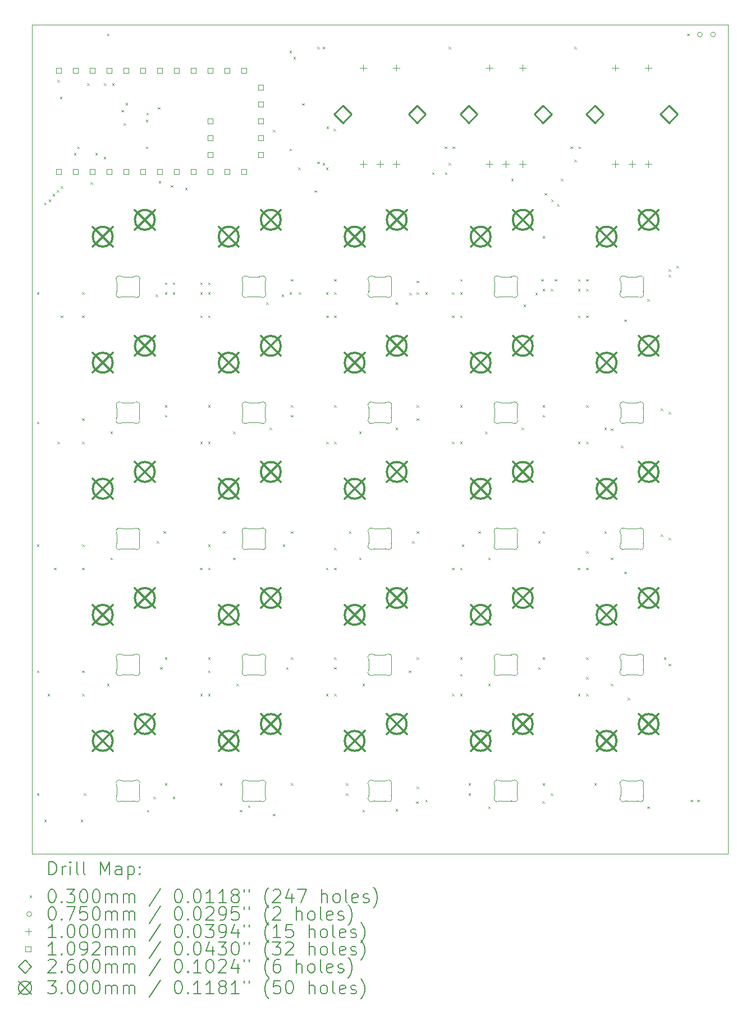
<source format=gbr>
%TF.GenerationSoftware,KiCad,Pcbnew,9.0.7*%
%TF.CreationDate,2026-02-15T13:29:55+05:00*%
%TF.ProjectId,ModuPad_v2,4d6f6475-5061-4645-9f76-322e6b696361,rev?*%
%TF.SameCoordinates,Original*%
%TF.FileFunction,Drillmap*%
%TF.FilePolarity,Positive*%
%FSLAX45Y45*%
G04 Gerber Fmt 4.5, Leading zero omitted, Abs format (unit mm)*
G04 Created by KiCad (PCBNEW 9.0.7) date 2026-02-15 13:29:55*
%MOMM*%
%LPD*%
G01*
G04 APERTURE LIST*
%ADD10C,0.050000*%
%ADD11C,0.100000*%
%ADD12C,0.200000*%
%ADD13C,0.109220*%
%ADD14C,0.260000*%
%ADD15C,0.300000*%
G04 APERTURE END LIST*
D10*
X5000000Y-5000000D02*
X15500000Y-5000000D01*
X15500000Y-17500000D01*
X5000000Y-17500000D01*
X5000000Y-5000000D01*
D11*
X11980000Y-12820284D02*
X11980000Y-12679716D01*
X12070555Y-12600000D02*
X12229445Y-12600000D01*
X12229445Y-12900000D02*
X12070555Y-12900000D01*
X12320000Y-12679716D02*
X12320000Y-12820284D01*
X11975052Y-12658028D02*
G75*
G02*
X11979998Y-12679716I-45052J-21682D01*
G01*
X11975052Y-12658028D02*
G75*
G02*
X12045329Y-12593170I45051J21688D01*
G01*
X11980000Y-12820284D02*
G75*
G02*
X11975052Y-12841972I-50036J8D01*
G01*
X12045329Y-12906830D02*
G75*
G02*
X11975052Y-12841972I-25226J43170D01*
G01*
X12045329Y-12906830D02*
G75*
G02*
X12070555Y-12900000I25226J-43171D01*
G01*
X12070555Y-12600000D02*
G75*
G02*
X12045329Y-12593170I0J50001D01*
G01*
X12229445Y-12900000D02*
G75*
G02*
X12254671Y-12906830I0J-50001D01*
G01*
X12254671Y-12593170D02*
G75*
G02*
X12229445Y-12600000I-25226J43171D01*
G01*
X12254671Y-12593170D02*
G75*
G02*
X12324948Y-12658028I25226J-43170D01*
G01*
X12320000Y-12679716D02*
G75*
G02*
X12324948Y-12658028I49999J0D01*
G01*
X12324948Y-12841972D02*
G75*
G02*
X12254671Y-12906830I-45051J-21688D01*
G01*
X12324948Y-12841972D02*
G75*
G02*
X12320000Y-12820284I45051J21688D01*
G01*
X8180000Y-12820284D02*
X8180000Y-12679716D01*
X8270555Y-12600000D02*
X8429445Y-12600000D01*
X8429445Y-12900000D02*
X8270555Y-12900000D01*
X8520000Y-12679716D02*
X8520000Y-12820284D01*
X8175052Y-12658028D02*
G75*
G02*
X8179998Y-12679716I-45052J-21682D01*
G01*
X8175052Y-12658028D02*
G75*
G02*
X8245329Y-12593170I45051J21688D01*
G01*
X8180000Y-12820284D02*
G75*
G02*
X8175052Y-12841972I-50036J8D01*
G01*
X8245329Y-12906830D02*
G75*
G02*
X8175052Y-12841972I-25226J43170D01*
G01*
X8245329Y-12906830D02*
G75*
G02*
X8270555Y-12900000I25226J-43171D01*
G01*
X8270555Y-12600000D02*
G75*
G02*
X8245329Y-12593170I0J50001D01*
G01*
X8429445Y-12900000D02*
G75*
G02*
X8454671Y-12906830I0J-50001D01*
G01*
X8454671Y-12593170D02*
G75*
G02*
X8429445Y-12600000I-25226J43171D01*
G01*
X8454671Y-12593170D02*
G75*
G02*
X8524948Y-12658028I25226J-43170D01*
G01*
X8520000Y-12679716D02*
G75*
G02*
X8524948Y-12658028I49999J0D01*
G01*
X8524948Y-12841972D02*
G75*
G02*
X8454671Y-12906830I-45051J-21688D01*
G01*
X8524948Y-12841972D02*
G75*
G02*
X8520000Y-12820284I45051J21688D01*
G01*
X6280000Y-12820284D02*
X6280000Y-12679716D01*
X6370555Y-12600000D02*
X6529445Y-12600000D01*
X6529445Y-12900000D02*
X6370555Y-12900000D01*
X6620000Y-12679716D02*
X6620000Y-12820284D01*
X6275052Y-12658028D02*
G75*
G02*
X6279998Y-12679716I-45052J-21682D01*
G01*
X6275052Y-12658028D02*
G75*
G02*
X6345329Y-12593170I45051J21688D01*
G01*
X6280000Y-12820284D02*
G75*
G02*
X6275052Y-12841972I-50036J8D01*
G01*
X6345329Y-12906830D02*
G75*
G02*
X6275052Y-12841972I-25226J43170D01*
G01*
X6345329Y-12906830D02*
G75*
G02*
X6370555Y-12900000I25226J-43171D01*
G01*
X6370555Y-12600000D02*
G75*
G02*
X6345329Y-12593170I0J50001D01*
G01*
X6529445Y-12900000D02*
G75*
G02*
X6554671Y-12906830I0J-50001D01*
G01*
X6554671Y-12593170D02*
G75*
G02*
X6529445Y-12600000I-25226J43171D01*
G01*
X6554671Y-12593170D02*
G75*
G02*
X6624948Y-12658028I25226J-43170D01*
G01*
X6620000Y-12679716D02*
G75*
G02*
X6624948Y-12658028I49999J0D01*
G01*
X6624948Y-12841972D02*
G75*
G02*
X6554671Y-12906830I-45051J-21688D01*
G01*
X6624948Y-12841972D02*
G75*
G02*
X6620000Y-12820284I45051J21688D01*
G01*
X10080000Y-14720284D02*
X10080000Y-14579716D01*
X10170555Y-14500000D02*
X10329445Y-14500000D01*
X10329445Y-14800000D02*
X10170555Y-14800000D01*
X10420000Y-14579716D02*
X10420000Y-14720284D01*
X10075052Y-14558028D02*
G75*
G02*
X10079998Y-14579716I-45052J-21682D01*
G01*
X10075052Y-14558028D02*
G75*
G02*
X10145329Y-14493170I45051J21688D01*
G01*
X10080000Y-14720284D02*
G75*
G02*
X10075052Y-14741972I-50036J8D01*
G01*
X10145329Y-14806830D02*
G75*
G02*
X10075052Y-14741972I-25226J43170D01*
G01*
X10145329Y-14806830D02*
G75*
G02*
X10170555Y-14800000I25226J-43171D01*
G01*
X10170555Y-14500000D02*
G75*
G02*
X10145329Y-14493170I0J50001D01*
G01*
X10329445Y-14800000D02*
G75*
G02*
X10354671Y-14806830I0J-50001D01*
G01*
X10354671Y-14493170D02*
G75*
G02*
X10329445Y-14500000I-25226J43171D01*
G01*
X10354671Y-14493170D02*
G75*
G02*
X10424948Y-14558028I25226J-43170D01*
G01*
X10420000Y-14579716D02*
G75*
G02*
X10424948Y-14558028I49999J0D01*
G01*
X10424948Y-14741972D02*
G75*
G02*
X10354671Y-14806830I-45051J-21688D01*
G01*
X10424948Y-14741972D02*
G75*
G02*
X10420000Y-14720284I45051J21688D01*
G01*
X10080000Y-10920284D02*
X10080000Y-10779716D01*
X10170555Y-10700000D02*
X10329445Y-10700000D01*
X10329445Y-11000000D02*
X10170555Y-11000000D01*
X10420000Y-10779716D02*
X10420000Y-10920284D01*
X10075052Y-10758028D02*
G75*
G02*
X10079998Y-10779716I-45052J-21682D01*
G01*
X10075052Y-10758028D02*
G75*
G02*
X10145329Y-10693170I45051J21688D01*
G01*
X10080000Y-10920284D02*
G75*
G02*
X10075052Y-10941972I-50036J8D01*
G01*
X10145329Y-11006830D02*
G75*
G02*
X10075052Y-10941972I-25226J43170D01*
G01*
X10145329Y-11006830D02*
G75*
G02*
X10170555Y-11000000I25226J-43171D01*
G01*
X10170555Y-10700000D02*
G75*
G02*
X10145329Y-10693170I0J50001D01*
G01*
X10329445Y-11000000D02*
G75*
G02*
X10354671Y-11006830I0J-50001D01*
G01*
X10354671Y-10693170D02*
G75*
G02*
X10329445Y-10700000I-25226J43171D01*
G01*
X10354671Y-10693170D02*
G75*
G02*
X10424948Y-10758028I25226J-43170D01*
G01*
X10420000Y-10779716D02*
G75*
G02*
X10424948Y-10758028I49999J0D01*
G01*
X10424948Y-10941972D02*
G75*
G02*
X10354671Y-11006830I-45051J-21688D01*
G01*
X10424948Y-10941972D02*
G75*
G02*
X10420000Y-10920284I45051J21688D01*
G01*
X6280000Y-16620284D02*
X6280000Y-16479716D01*
X6370555Y-16400000D02*
X6529445Y-16400000D01*
X6529445Y-16700000D02*
X6370555Y-16700000D01*
X6620000Y-16479716D02*
X6620000Y-16620284D01*
X6275052Y-16458028D02*
G75*
G02*
X6279998Y-16479716I-45052J-21682D01*
G01*
X6275052Y-16458028D02*
G75*
G02*
X6345329Y-16393170I45051J21688D01*
G01*
X6280000Y-16620284D02*
G75*
G02*
X6275052Y-16641972I-50036J8D01*
G01*
X6345329Y-16706830D02*
G75*
G02*
X6275052Y-16641972I-25226J43170D01*
G01*
X6345329Y-16706830D02*
G75*
G02*
X6370555Y-16700000I25226J-43171D01*
G01*
X6370555Y-16400000D02*
G75*
G02*
X6345329Y-16393170I0J50001D01*
G01*
X6529445Y-16700000D02*
G75*
G02*
X6554671Y-16706830I0J-50001D01*
G01*
X6554671Y-16393170D02*
G75*
G02*
X6529445Y-16400000I-25226J43171D01*
G01*
X6554671Y-16393170D02*
G75*
G02*
X6624948Y-16458028I25226J-43170D01*
G01*
X6620000Y-16479716D02*
G75*
G02*
X6624948Y-16458028I49999J0D01*
G01*
X6624948Y-16641972D02*
G75*
G02*
X6554671Y-16706830I-45051J-21688D01*
G01*
X6624948Y-16641972D02*
G75*
G02*
X6620000Y-16620284I45051J21688D01*
G01*
X11980000Y-10920284D02*
X11980000Y-10779716D01*
X12070555Y-10700000D02*
X12229445Y-10700000D01*
X12229445Y-11000000D02*
X12070555Y-11000000D01*
X12320000Y-10779716D02*
X12320000Y-10920284D01*
X11975052Y-10758028D02*
G75*
G02*
X11979998Y-10779716I-45052J-21682D01*
G01*
X11975052Y-10758028D02*
G75*
G02*
X12045329Y-10693170I45051J21688D01*
G01*
X11980000Y-10920284D02*
G75*
G02*
X11975052Y-10941972I-50036J8D01*
G01*
X12045329Y-11006830D02*
G75*
G02*
X11975052Y-10941972I-25226J43170D01*
G01*
X12045329Y-11006830D02*
G75*
G02*
X12070555Y-11000000I25226J-43171D01*
G01*
X12070555Y-10700000D02*
G75*
G02*
X12045329Y-10693170I0J50001D01*
G01*
X12229445Y-11000000D02*
G75*
G02*
X12254671Y-11006830I0J-50001D01*
G01*
X12254671Y-10693170D02*
G75*
G02*
X12229445Y-10700000I-25226J43171D01*
G01*
X12254671Y-10693170D02*
G75*
G02*
X12324948Y-10758028I25226J-43170D01*
G01*
X12320000Y-10779716D02*
G75*
G02*
X12324948Y-10758028I49999J0D01*
G01*
X12324948Y-10941972D02*
G75*
G02*
X12254671Y-11006830I-45051J-21688D01*
G01*
X12324948Y-10941972D02*
G75*
G02*
X12320000Y-10920284I45051J21688D01*
G01*
X13880000Y-10920284D02*
X13880000Y-10779716D01*
X13970555Y-10700000D02*
X14129445Y-10700000D01*
X14129445Y-11000000D02*
X13970555Y-11000000D01*
X14220000Y-10779716D02*
X14220000Y-10920284D01*
X13875052Y-10758028D02*
G75*
G02*
X13879998Y-10779716I-45052J-21682D01*
G01*
X13875052Y-10758028D02*
G75*
G02*
X13945329Y-10693170I45051J21688D01*
G01*
X13880000Y-10920284D02*
G75*
G02*
X13875052Y-10941972I-50036J8D01*
G01*
X13945329Y-11006830D02*
G75*
G02*
X13875052Y-10941972I-25226J43170D01*
G01*
X13945329Y-11006830D02*
G75*
G02*
X13970555Y-11000000I25226J-43171D01*
G01*
X13970555Y-10700000D02*
G75*
G02*
X13945329Y-10693170I0J50001D01*
G01*
X14129445Y-11000000D02*
G75*
G02*
X14154671Y-11006830I0J-50001D01*
G01*
X14154671Y-10693170D02*
G75*
G02*
X14129445Y-10700000I-25226J43171D01*
G01*
X14154671Y-10693170D02*
G75*
G02*
X14224948Y-10758028I25226J-43170D01*
G01*
X14220000Y-10779716D02*
G75*
G02*
X14224948Y-10758028I49999J0D01*
G01*
X14224948Y-10941972D02*
G75*
G02*
X14154671Y-11006830I-45051J-21688D01*
G01*
X14224948Y-10941972D02*
G75*
G02*
X14220000Y-10920284I45051J21688D01*
G01*
X6280000Y-9020284D02*
X6280000Y-8879716D01*
X6370555Y-8800000D02*
X6529445Y-8800000D01*
X6529445Y-9100000D02*
X6370555Y-9100000D01*
X6620000Y-8879716D02*
X6620000Y-9020284D01*
X6275052Y-8858028D02*
G75*
G02*
X6279998Y-8879716I-45052J-21682D01*
G01*
X6275052Y-8858028D02*
G75*
G02*
X6345329Y-8793170I45051J21688D01*
G01*
X6280000Y-9020284D02*
G75*
G02*
X6275052Y-9041972I-50036J8D01*
G01*
X6345329Y-9106830D02*
G75*
G02*
X6275052Y-9041972I-25226J43170D01*
G01*
X6345329Y-9106830D02*
G75*
G02*
X6370555Y-9100000I25226J-43171D01*
G01*
X6370555Y-8800000D02*
G75*
G02*
X6345329Y-8793170I0J50001D01*
G01*
X6529445Y-9100000D02*
G75*
G02*
X6554671Y-9106830I0J-50001D01*
G01*
X6554671Y-8793170D02*
G75*
G02*
X6529445Y-8800000I-25226J43171D01*
G01*
X6554671Y-8793170D02*
G75*
G02*
X6624948Y-8858028I25226J-43170D01*
G01*
X6620000Y-8879716D02*
G75*
G02*
X6624948Y-8858028I49999J0D01*
G01*
X6624948Y-9041972D02*
G75*
G02*
X6554671Y-9106830I-45051J-21688D01*
G01*
X6624948Y-9041972D02*
G75*
G02*
X6620000Y-9020284I45051J21688D01*
G01*
X6280000Y-10920284D02*
X6280000Y-10779716D01*
X6370555Y-10700000D02*
X6529445Y-10700000D01*
X6529445Y-11000000D02*
X6370555Y-11000000D01*
X6620000Y-10779716D02*
X6620000Y-10920284D01*
X6275052Y-10758028D02*
G75*
G02*
X6279998Y-10779716I-45052J-21682D01*
G01*
X6275052Y-10758028D02*
G75*
G02*
X6345329Y-10693170I45051J21688D01*
G01*
X6280000Y-10920284D02*
G75*
G02*
X6275052Y-10941972I-50036J8D01*
G01*
X6345329Y-11006830D02*
G75*
G02*
X6275052Y-10941972I-25226J43170D01*
G01*
X6345329Y-11006830D02*
G75*
G02*
X6370555Y-11000000I25226J-43171D01*
G01*
X6370555Y-10700000D02*
G75*
G02*
X6345329Y-10693170I0J50001D01*
G01*
X6529445Y-11000000D02*
G75*
G02*
X6554671Y-11006830I0J-50001D01*
G01*
X6554671Y-10693170D02*
G75*
G02*
X6529445Y-10700000I-25226J43171D01*
G01*
X6554671Y-10693170D02*
G75*
G02*
X6624948Y-10758028I25226J-43170D01*
G01*
X6620000Y-10779716D02*
G75*
G02*
X6624948Y-10758028I49999J0D01*
G01*
X6624948Y-10941972D02*
G75*
G02*
X6554671Y-11006830I-45051J-21688D01*
G01*
X6624948Y-10941972D02*
G75*
G02*
X6620000Y-10920284I45051J21688D01*
G01*
X8180000Y-14720284D02*
X8180000Y-14579716D01*
X8270555Y-14500000D02*
X8429445Y-14500000D01*
X8429445Y-14800000D02*
X8270555Y-14800000D01*
X8520000Y-14579716D02*
X8520000Y-14720284D01*
X8175052Y-14558028D02*
G75*
G02*
X8179998Y-14579716I-45052J-21682D01*
G01*
X8175052Y-14558028D02*
G75*
G02*
X8245329Y-14493170I45051J21688D01*
G01*
X8180000Y-14720284D02*
G75*
G02*
X8175052Y-14741972I-50036J8D01*
G01*
X8245329Y-14806830D02*
G75*
G02*
X8175052Y-14741972I-25226J43170D01*
G01*
X8245329Y-14806830D02*
G75*
G02*
X8270555Y-14800000I25226J-43171D01*
G01*
X8270555Y-14500000D02*
G75*
G02*
X8245329Y-14493170I0J50001D01*
G01*
X8429445Y-14800000D02*
G75*
G02*
X8454671Y-14806830I0J-50001D01*
G01*
X8454671Y-14493170D02*
G75*
G02*
X8429445Y-14500000I-25226J43171D01*
G01*
X8454671Y-14493170D02*
G75*
G02*
X8524948Y-14558028I25226J-43170D01*
G01*
X8520000Y-14579716D02*
G75*
G02*
X8524948Y-14558028I49999J0D01*
G01*
X8524948Y-14741972D02*
G75*
G02*
X8454671Y-14806830I-45051J-21688D01*
G01*
X8524948Y-14741972D02*
G75*
G02*
X8520000Y-14720284I45051J21688D01*
G01*
X8180000Y-9020284D02*
X8180000Y-8879716D01*
X8270555Y-8800000D02*
X8429445Y-8800000D01*
X8429445Y-9100000D02*
X8270555Y-9100000D01*
X8520000Y-8879716D02*
X8520000Y-9020284D01*
X8175052Y-8858028D02*
G75*
G02*
X8179998Y-8879716I-45052J-21682D01*
G01*
X8175052Y-8858028D02*
G75*
G02*
X8245329Y-8793170I45051J21688D01*
G01*
X8180000Y-9020284D02*
G75*
G02*
X8175052Y-9041972I-50036J8D01*
G01*
X8245329Y-9106830D02*
G75*
G02*
X8175052Y-9041972I-25226J43170D01*
G01*
X8245329Y-9106830D02*
G75*
G02*
X8270555Y-9100000I25226J-43171D01*
G01*
X8270555Y-8800000D02*
G75*
G02*
X8245329Y-8793170I0J50001D01*
G01*
X8429445Y-9100000D02*
G75*
G02*
X8454671Y-9106830I0J-50001D01*
G01*
X8454671Y-8793170D02*
G75*
G02*
X8429445Y-8800000I-25226J43171D01*
G01*
X8454671Y-8793170D02*
G75*
G02*
X8524948Y-8858028I25226J-43170D01*
G01*
X8520000Y-8879716D02*
G75*
G02*
X8524948Y-8858028I49999J0D01*
G01*
X8524948Y-9041972D02*
G75*
G02*
X8454671Y-9106830I-45051J-21688D01*
G01*
X8524948Y-9041972D02*
G75*
G02*
X8520000Y-9020284I45051J21688D01*
G01*
X10080000Y-16620284D02*
X10080000Y-16479716D01*
X10170555Y-16400000D02*
X10329445Y-16400000D01*
X10329445Y-16700000D02*
X10170555Y-16700000D01*
X10420000Y-16479716D02*
X10420000Y-16620284D01*
X10075052Y-16458028D02*
G75*
G02*
X10079998Y-16479716I-45052J-21682D01*
G01*
X10075052Y-16458028D02*
G75*
G02*
X10145329Y-16393170I45051J21688D01*
G01*
X10080000Y-16620284D02*
G75*
G02*
X10075052Y-16641972I-50036J8D01*
G01*
X10145329Y-16706830D02*
G75*
G02*
X10075052Y-16641972I-25226J43170D01*
G01*
X10145329Y-16706830D02*
G75*
G02*
X10170555Y-16700000I25226J-43171D01*
G01*
X10170555Y-16400000D02*
G75*
G02*
X10145329Y-16393170I0J50001D01*
G01*
X10329445Y-16700000D02*
G75*
G02*
X10354671Y-16706830I0J-50001D01*
G01*
X10354671Y-16393170D02*
G75*
G02*
X10329445Y-16400000I-25226J43171D01*
G01*
X10354671Y-16393170D02*
G75*
G02*
X10424948Y-16458028I25226J-43170D01*
G01*
X10420000Y-16479716D02*
G75*
G02*
X10424948Y-16458028I49999J0D01*
G01*
X10424948Y-16641972D02*
G75*
G02*
X10354671Y-16706830I-45051J-21688D01*
G01*
X10424948Y-16641972D02*
G75*
G02*
X10420000Y-16620284I45051J21688D01*
G01*
X11980000Y-9020284D02*
X11980000Y-8879716D01*
X12070555Y-8800000D02*
X12229445Y-8800000D01*
X12229445Y-9100000D02*
X12070555Y-9100000D01*
X12320000Y-8879716D02*
X12320000Y-9020284D01*
X11975052Y-8858028D02*
G75*
G02*
X11979998Y-8879716I-45052J-21682D01*
G01*
X11975052Y-8858028D02*
G75*
G02*
X12045329Y-8793170I45051J21688D01*
G01*
X11980000Y-9020284D02*
G75*
G02*
X11975052Y-9041972I-50036J8D01*
G01*
X12045329Y-9106830D02*
G75*
G02*
X11975052Y-9041972I-25226J43170D01*
G01*
X12045329Y-9106830D02*
G75*
G02*
X12070555Y-9100000I25226J-43171D01*
G01*
X12070555Y-8800000D02*
G75*
G02*
X12045329Y-8793170I0J50001D01*
G01*
X12229445Y-9100000D02*
G75*
G02*
X12254671Y-9106830I0J-50001D01*
G01*
X12254671Y-8793170D02*
G75*
G02*
X12229445Y-8800000I-25226J43171D01*
G01*
X12254671Y-8793170D02*
G75*
G02*
X12324948Y-8858028I25226J-43170D01*
G01*
X12320000Y-8879716D02*
G75*
G02*
X12324948Y-8858028I49999J0D01*
G01*
X12324948Y-9041972D02*
G75*
G02*
X12254671Y-9106830I-45051J-21688D01*
G01*
X12324948Y-9041972D02*
G75*
G02*
X12320000Y-9020284I45051J21688D01*
G01*
X10080000Y-12820284D02*
X10080000Y-12679716D01*
X10170555Y-12600000D02*
X10329445Y-12600000D01*
X10329445Y-12900000D02*
X10170555Y-12900000D01*
X10420000Y-12679716D02*
X10420000Y-12820284D01*
X10075052Y-12658028D02*
G75*
G02*
X10079998Y-12679716I-45052J-21682D01*
G01*
X10075052Y-12658028D02*
G75*
G02*
X10145329Y-12593170I45051J21688D01*
G01*
X10080000Y-12820284D02*
G75*
G02*
X10075052Y-12841972I-50036J8D01*
G01*
X10145329Y-12906830D02*
G75*
G02*
X10075052Y-12841972I-25226J43170D01*
G01*
X10145329Y-12906830D02*
G75*
G02*
X10170555Y-12900000I25226J-43171D01*
G01*
X10170555Y-12600000D02*
G75*
G02*
X10145329Y-12593170I0J50001D01*
G01*
X10329445Y-12900000D02*
G75*
G02*
X10354671Y-12906830I0J-50001D01*
G01*
X10354671Y-12593170D02*
G75*
G02*
X10329445Y-12600000I-25226J43171D01*
G01*
X10354671Y-12593170D02*
G75*
G02*
X10424948Y-12658028I25226J-43170D01*
G01*
X10420000Y-12679716D02*
G75*
G02*
X10424948Y-12658028I49999J0D01*
G01*
X10424948Y-12841972D02*
G75*
G02*
X10354671Y-12906830I-45051J-21688D01*
G01*
X10424948Y-12841972D02*
G75*
G02*
X10420000Y-12820284I45051J21688D01*
G01*
X6280000Y-14720284D02*
X6280000Y-14579716D01*
X6370555Y-14500000D02*
X6529445Y-14500000D01*
X6529445Y-14800000D02*
X6370555Y-14800000D01*
X6620000Y-14579716D02*
X6620000Y-14720284D01*
X6275052Y-14558028D02*
G75*
G02*
X6279998Y-14579716I-45052J-21682D01*
G01*
X6275052Y-14558028D02*
G75*
G02*
X6345329Y-14493170I45051J21688D01*
G01*
X6280000Y-14720284D02*
G75*
G02*
X6275052Y-14741972I-50036J8D01*
G01*
X6345329Y-14806830D02*
G75*
G02*
X6275052Y-14741972I-25226J43170D01*
G01*
X6345329Y-14806830D02*
G75*
G02*
X6370555Y-14800000I25226J-43171D01*
G01*
X6370555Y-14500000D02*
G75*
G02*
X6345329Y-14493170I0J50001D01*
G01*
X6529445Y-14800000D02*
G75*
G02*
X6554671Y-14806830I0J-50001D01*
G01*
X6554671Y-14493170D02*
G75*
G02*
X6529445Y-14500000I-25226J43171D01*
G01*
X6554671Y-14493170D02*
G75*
G02*
X6624948Y-14558028I25226J-43170D01*
G01*
X6620000Y-14579716D02*
G75*
G02*
X6624948Y-14558028I49999J0D01*
G01*
X6624948Y-14741972D02*
G75*
G02*
X6554671Y-14806830I-45051J-21688D01*
G01*
X6624948Y-14741972D02*
G75*
G02*
X6620000Y-14720284I45051J21688D01*
G01*
X11980000Y-16620284D02*
X11980000Y-16479716D01*
X12070555Y-16400000D02*
X12229445Y-16400000D01*
X12229445Y-16700000D02*
X12070555Y-16700000D01*
X12320000Y-16479716D02*
X12320000Y-16620284D01*
X11975052Y-16458028D02*
G75*
G02*
X11979998Y-16479716I-45052J-21682D01*
G01*
X11975052Y-16458028D02*
G75*
G02*
X12045329Y-16393170I45051J21688D01*
G01*
X11980000Y-16620284D02*
G75*
G02*
X11975052Y-16641972I-50036J8D01*
G01*
X12045329Y-16706830D02*
G75*
G02*
X11975052Y-16641972I-25226J43170D01*
G01*
X12045329Y-16706830D02*
G75*
G02*
X12070555Y-16700000I25226J-43171D01*
G01*
X12070555Y-16400000D02*
G75*
G02*
X12045329Y-16393170I0J50001D01*
G01*
X12229445Y-16700000D02*
G75*
G02*
X12254671Y-16706830I0J-50001D01*
G01*
X12254671Y-16393170D02*
G75*
G02*
X12229445Y-16400000I-25226J43171D01*
G01*
X12254671Y-16393170D02*
G75*
G02*
X12324948Y-16458028I25226J-43170D01*
G01*
X12320000Y-16479716D02*
G75*
G02*
X12324948Y-16458028I49999J0D01*
G01*
X12324948Y-16641972D02*
G75*
G02*
X12254671Y-16706830I-45051J-21688D01*
G01*
X12324948Y-16641972D02*
G75*
G02*
X12320000Y-16620284I45051J21688D01*
G01*
X8180000Y-10920284D02*
X8180000Y-10779716D01*
X8270555Y-10700000D02*
X8429445Y-10700000D01*
X8429445Y-11000000D02*
X8270555Y-11000000D01*
X8520000Y-10779716D02*
X8520000Y-10920284D01*
X8175052Y-10758028D02*
G75*
G02*
X8179998Y-10779716I-45052J-21682D01*
G01*
X8175052Y-10758028D02*
G75*
G02*
X8245329Y-10693170I45051J21688D01*
G01*
X8180000Y-10920284D02*
G75*
G02*
X8175052Y-10941972I-50036J8D01*
G01*
X8245329Y-11006830D02*
G75*
G02*
X8175052Y-10941972I-25226J43170D01*
G01*
X8245329Y-11006830D02*
G75*
G02*
X8270555Y-11000000I25226J-43171D01*
G01*
X8270555Y-10700000D02*
G75*
G02*
X8245329Y-10693170I0J50001D01*
G01*
X8429445Y-11000000D02*
G75*
G02*
X8454671Y-11006830I0J-50001D01*
G01*
X8454671Y-10693170D02*
G75*
G02*
X8429445Y-10700000I-25226J43171D01*
G01*
X8454671Y-10693170D02*
G75*
G02*
X8524948Y-10758028I25226J-43170D01*
G01*
X8520000Y-10779716D02*
G75*
G02*
X8524948Y-10758028I49999J0D01*
G01*
X8524948Y-10941972D02*
G75*
G02*
X8454671Y-11006830I-45051J-21688D01*
G01*
X8524948Y-10941972D02*
G75*
G02*
X8520000Y-10920284I45051J21688D01*
G01*
X8180000Y-16620284D02*
X8180000Y-16479716D01*
X8270555Y-16400000D02*
X8429445Y-16400000D01*
X8429445Y-16700000D02*
X8270555Y-16700000D01*
X8520000Y-16479716D02*
X8520000Y-16620284D01*
X8175052Y-16458028D02*
G75*
G02*
X8179998Y-16479716I-45052J-21682D01*
G01*
X8175052Y-16458028D02*
G75*
G02*
X8245329Y-16393170I45051J21688D01*
G01*
X8180000Y-16620284D02*
G75*
G02*
X8175052Y-16641972I-50036J8D01*
G01*
X8245329Y-16706830D02*
G75*
G02*
X8175052Y-16641972I-25226J43170D01*
G01*
X8245329Y-16706830D02*
G75*
G02*
X8270555Y-16700000I25226J-43171D01*
G01*
X8270555Y-16400000D02*
G75*
G02*
X8245329Y-16393170I0J50001D01*
G01*
X8429445Y-16700000D02*
G75*
G02*
X8454671Y-16706830I0J-50001D01*
G01*
X8454671Y-16393170D02*
G75*
G02*
X8429445Y-16400000I-25226J43171D01*
G01*
X8454671Y-16393170D02*
G75*
G02*
X8524948Y-16458028I25226J-43170D01*
G01*
X8520000Y-16479716D02*
G75*
G02*
X8524948Y-16458028I49999J0D01*
G01*
X8524948Y-16641972D02*
G75*
G02*
X8454671Y-16706830I-45051J-21688D01*
G01*
X8524948Y-16641972D02*
G75*
G02*
X8520000Y-16620284I45051J21688D01*
G01*
X13880000Y-9020284D02*
X13880000Y-8879716D01*
X13970555Y-8800000D02*
X14129445Y-8800000D01*
X14129445Y-9100000D02*
X13970555Y-9100000D01*
X14220000Y-8879716D02*
X14220000Y-9020284D01*
X13875052Y-8858028D02*
G75*
G02*
X13879998Y-8879716I-45052J-21682D01*
G01*
X13875052Y-8858028D02*
G75*
G02*
X13945329Y-8793170I45051J21688D01*
G01*
X13880000Y-9020284D02*
G75*
G02*
X13875052Y-9041972I-50036J8D01*
G01*
X13945329Y-9106830D02*
G75*
G02*
X13875052Y-9041972I-25226J43170D01*
G01*
X13945329Y-9106830D02*
G75*
G02*
X13970555Y-9100000I25226J-43171D01*
G01*
X13970555Y-8800000D02*
G75*
G02*
X13945329Y-8793170I0J50001D01*
G01*
X14129445Y-9100000D02*
G75*
G02*
X14154671Y-9106830I0J-50001D01*
G01*
X14154671Y-8793170D02*
G75*
G02*
X14129445Y-8800000I-25226J43171D01*
G01*
X14154671Y-8793170D02*
G75*
G02*
X14224948Y-8858028I25226J-43170D01*
G01*
X14220000Y-8879716D02*
G75*
G02*
X14224948Y-8858028I49999J0D01*
G01*
X14224948Y-9041972D02*
G75*
G02*
X14154671Y-9106830I-45051J-21688D01*
G01*
X14224948Y-9041972D02*
G75*
G02*
X14220000Y-9020284I45051J21688D01*
G01*
X10080000Y-9020284D02*
X10080000Y-8879716D01*
X10170555Y-8800000D02*
X10329445Y-8800000D01*
X10329445Y-9100000D02*
X10170555Y-9100000D01*
X10420000Y-8879716D02*
X10420000Y-9020284D01*
X10075052Y-8858028D02*
G75*
G02*
X10079998Y-8879716I-45052J-21682D01*
G01*
X10075052Y-8858028D02*
G75*
G02*
X10145329Y-8793170I45051J21688D01*
G01*
X10080000Y-9020284D02*
G75*
G02*
X10075052Y-9041972I-50036J8D01*
G01*
X10145329Y-9106830D02*
G75*
G02*
X10075052Y-9041972I-25226J43170D01*
G01*
X10145329Y-9106830D02*
G75*
G02*
X10170555Y-9100000I25226J-43171D01*
G01*
X10170555Y-8800000D02*
G75*
G02*
X10145329Y-8793170I0J50001D01*
G01*
X10329445Y-9100000D02*
G75*
G02*
X10354671Y-9106830I0J-50001D01*
G01*
X10354671Y-8793170D02*
G75*
G02*
X10329445Y-8800000I-25226J43171D01*
G01*
X10354671Y-8793170D02*
G75*
G02*
X10424948Y-8858028I25226J-43170D01*
G01*
X10420000Y-8879716D02*
G75*
G02*
X10424948Y-8858028I49999J0D01*
G01*
X10424948Y-9041972D02*
G75*
G02*
X10354671Y-9106830I-45051J-21688D01*
G01*
X10424948Y-9041972D02*
G75*
G02*
X10420000Y-9020284I45051J21688D01*
G01*
X13880000Y-14720284D02*
X13880000Y-14579716D01*
X13970555Y-14500000D02*
X14129445Y-14500000D01*
X14129445Y-14800000D02*
X13970555Y-14800000D01*
X14220000Y-14579716D02*
X14220000Y-14720284D01*
X13875052Y-14558028D02*
G75*
G02*
X13879998Y-14579716I-45052J-21682D01*
G01*
X13875052Y-14558028D02*
G75*
G02*
X13945329Y-14493170I45051J21688D01*
G01*
X13880000Y-14720284D02*
G75*
G02*
X13875052Y-14741972I-50036J8D01*
G01*
X13945329Y-14806830D02*
G75*
G02*
X13875052Y-14741972I-25226J43170D01*
G01*
X13945329Y-14806830D02*
G75*
G02*
X13970555Y-14800000I25226J-43171D01*
G01*
X13970555Y-14500000D02*
G75*
G02*
X13945329Y-14493170I0J50001D01*
G01*
X14129445Y-14800000D02*
G75*
G02*
X14154671Y-14806830I0J-50001D01*
G01*
X14154671Y-14493170D02*
G75*
G02*
X14129445Y-14500000I-25226J43171D01*
G01*
X14154671Y-14493170D02*
G75*
G02*
X14224948Y-14558028I25226J-43170D01*
G01*
X14220000Y-14579716D02*
G75*
G02*
X14224948Y-14558028I49999J0D01*
G01*
X14224948Y-14741972D02*
G75*
G02*
X14154671Y-14806830I-45051J-21688D01*
G01*
X14224948Y-14741972D02*
G75*
G02*
X14220000Y-14720284I45051J21688D01*
G01*
X13880000Y-12820284D02*
X13880000Y-12679716D01*
X13970555Y-12600000D02*
X14129445Y-12600000D01*
X14129445Y-12900000D02*
X13970555Y-12900000D01*
X14220000Y-12679716D02*
X14220000Y-12820284D01*
X13875052Y-12658028D02*
G75*
G02*
X13879998Y-12679716I-45052J-21682D01*
G01*
X13875052Y-12658028D02*
G75*
G02*
X13945329Y-12593170I45051J21688D01*
G01*
X13880000Y-12820284D02*
G75*
G02*
X13875052Y-12841972I-50036J8D01*
G01*
X13945329Y-12906830D02*
G75*
G02*
X13875052Y-12841972I-25226J43170D01*
G01*
X13945329Y-12906830D02*
G75*
G02*
X13970555Y-12900000I25226J-43171D01*
G01*
X13970555Y-12600000D02*
G75*
G02*
X13945329Y-12593170I0J50001D01*
G01*
X14129445Y-12900000D02*
G75*
G02*
X14154671Y-12906830I0J-50001D01*
G01*
X14154671Y-12593170D02*
G75*
G02*
X14129445Y-12600000I-25226J43171D01*
G01*
X14154671Y-12593170D02*
G75*
G02*
X14224948Y-12658028I25226J-43170D01*
G01*
X14220000Y-12679716D02*
G75*
G02*
X14224948Y-12658028I49999J0D01*
G01*
X14224948Y-12841972D02*
G75*
G02*
X14154671Y-12906830I-45051J-21688D01*
G01*
X14224948Y-12841972D02*
G75*
G02*
X14220000Y-12820284I45051J21688D01*
G01*
X13880000Y-16620284D02*
X13880000Y-16479716D01*
X13970555Y-16400000D02*
X14129445Y-16400000D01*
X14129445Y-16700000D02*
X13970555Y-16700000D01*
X14220000Y-16479716D02*
X14220000Y-16620284D01*
X13875052Y-16458028D02*
G75*
G02*
X13879998Y-16479716I-45052J-21682D01*
G01*
X13875052Y-16458028D02*
G75*
G02*
X13945329Y-16393170I45051J21688D01*
G01*
X13880000Y-16620284D02*
G75*
G02*
X13875052Y-16641972I-50036J8D01*
G01*
X13945329Y-16706830D02*
G75*
G02*
X13875052Y-16641972I-25226J43170D01*
G01*
X13945329Y-16706830D02*
G75*
G02*
X13970555Y-16700000I25226J-43171D01*
G01*
X13970555Y-16400000D02*
G75*
G02*
X13945329Y-16393170I0J50001D01*
G01*
X14129445Y-16700000D02*
G75*
G02*
X14154671Y-16706830I0J-50001D01*
G01*
X14154671Y-16393170D02*
G75*
G02*
X14129445Y-16400000I-25226J43171D01*
G01*
X14154671Y-16393170D02*
G75*
G02*
X14224948Y-16458028I25226J-43170D01*
G01*
X14220000Y-16479716D02*
G75*
G02*
X14224948Y-16458028I49999J0D01*
G01*
X14224948Y-16641972D02*
G75*
G02*
X14154671Y-16706830I-45051J-21688D01*
G01*
X14224948Y-16641972D02*
G75*
G02*
X14220000Y-16620284I45051J21688D01*
G01*
X11980000Y-14720284D02*
X11980000Y-14579716D01*
X12070555Y-14500000D02*
X12229445Y-14500000D01*
X12229445Y-14800000D02*
X12070555Y-14800000D01*
X12320000Y-14579716D02*
X12320000Y-14720284D01*
X11975052Y-14558028D02*
G75*
G02*
X11979998Y-14579716I-45052J-21682D01*
G01*
X11975052Y-14558028D02*
G75*
G02*
X12045329Y-14493170I45051J21688D01*
G01*
X11980000Y-14720284D02*
G75*
G02*
X11975052Y-14741972I-50036J8D01*
G01*
X12045329Y-14806830D02*
G75*
G02*
X11975052Y-14741972I-25226J43170D01*
G01*
X12045329Y-14806830D02*
G75*
G02*
X12070555Y-14800000I25226J-43171D01*
G01*
X12070555Y-14500000D02*
G75*
G02*
X12045329Y-14493170I0J50001D01*
G01*
X12229445Y-14800000D02*
G75*
G02*
X12254671Y-14806830I0J-50001D01*
G01*
X12254671Y-14493170D02*
G75*
G02*
X12229445Y-14500000I-25226J43171D01*
G01*
X12254671Y-14493170D02*
G75*
G02*
X12324948Y-14558028I25226J-43170D01*
G01*
X12320000Y-14579716D02*
G75*
G02*
X12324948Y-14558028I49999J0D01*
G01*
X12324948Y-14741972D02*
G75*
G02*
X12254671Y-14806830I-45051J-21688D01*
G01*
X12324948Y-14741972D02*
G75*
G02*
X12320000Y-14720284I45051J21688D01*
G01*
D12*
D11*
X5075000Y-9035000D02*
X5105000Y-9065000D01*
X5105000Y-9035000D02*
X5075000Y-9065000D01*
X5075000Y-10985000D02*
X5105000Y-11015000D01*
X5105000Y-10985000D02*
X5075000Y-11015000D01*
X5075000Y-12835000D02*
X5105000Y-12865000D01*
X5105000Y-12835000D02*
X5075000Y-12865000D01*
X5075000Y-14735000D02*
X5105000Y-14765000D01*
X5105000Y-14735000D02*
X5075000Y-14765000D01*
X5075000Y-16585000D02*
X5105000Y-16615000D01*
X5105000Y-16585000D02*
X5075000Y-16615000D01*
X5185000Y-7685000D02*
X5215000Y-7715000D01*
X5215000Y-7685000D02*
X5185000Y-7715000D01*
X5185000Y-16985000D02*
X5215000Y-17015000D01*
X5215000Y-16985000D02*
X5185000Y-17015000D01*
X5235000Y-15085000D02*
X5265000Y-15115000D01*
X5265000Y-15085000D02*
X5235000Y-15115000D01*
X5255000Y-7635000D02*
X5285000Y-7665000D01*
X5285000Y-7635000D02*
X5255000Y-7665000D01*
X5315000Y-7550414D02*
X5345000Y-7580414D01*
X5345000Y-7550414D02*
X5315000Y-7580414D01*
X5335000Y-13185000D02*
X5365000Y-13215000D01*
X5365000Y-13185000D02*
X5335000Y-13215000D01*
X5375000Y-7491569D02*
X5405000Y-7521569D01*
X5405000Y-7491569D02*
X5375000Y-7521569D01*
X5385000Y-5835000D02*
X5415000Y-5865000D01*
X5415000Y-5835000D02*
X5385000Y-5865000D01*
X5385000Y-11285000D02*
X5415000Y-11315000D01*
X5415000Y-11285000D02*
X5385000Y-11315000D01*
X5425000Y-6085000D02*
X5455000Y-6115000D01*
X5455000Y-6085000D02*
X5425000Y-6115000D01*
X5435000Y-7435000D02*
X5465000Y-7465000D01*
X5465000Y-7435000D02*
X5435000Y-7465000D01*
X5435000Y-9385000D02*
X5465000Y-9415000D01*
X5465000Y-9385000D02*
X5435000Y-9415000D01*
X5635000Y-6935000D02*
X5665000Y-6965000D01*
X5665000Y-6935000D02*
X5635000Y-6965000D01*
X5685000Y-6835000D02*
X5715000Y-6865000D01*
X5715000Y-6835000D02*
X5685000Y-6865000D01*
X5735000Y-16985000D02*
X5765000Y-17015000D01*
X5765000Y-16985000D02*
X5735000Y-17015000D01*
X5759000Y-9035000D02*
X5789000Y-9065000D01*
X5789000Y-9035000D02*
X5759000Y-9065000D01*
X5759000Y-9385000D02*
X5789000Y-9415000D01*
X5789000Y-9385000D02*
X5759000Y-9415000D01*
X5759000Y-10935000D02*
X5789000Y-10965000D01*
X5789000Y-10935000D02*
X5759000Y-10965000D01*
X5759000Y-11285000D02*
X5789000Y-11315000D01*
X5789000Y-11285000D02*
X5759000Y-11315000D01*
X5759000Y-12835000D02*
X5789000Y-12865000D01*
X5789000Y-12835000D02*
X5759000Y-12865000D01*
X5759000Y-13185000D02*
X5789000Y-13215000D01*
X5789000Y-13185000D02*
X5759000Y-13215000D01*
X5759000Y-14735000D02*
X5789000Y-14765000D01*
X5789000Y-14735000D02*
X5759000Y-14765000D01*
X5759000Y-15085000D02*
X5789000Y-15115000D01*
X5789000Y-15085000D02*
X5759000Y-15115000D01*
X5785000Y-16585000D02*
X5815000Y-16615000D01*
X5815000Y-16585000D02*
X5785000Y-16615000D01*
X5835000Y-5885000D02*
X5865000Y-5915000D01*
X5865000Y-5885000D02*
X5835000Y-5915000D01*
X5885000Y-7375000D02*
X5915000Y-7405000D01*
X5915000Y-7375000D02*
X5885000Y-7405000D01*
X5956000Y-6935000D02*
X5986000Y-6965000D01*
X5986000Y-6935000D02*
X5956000Y-6965000D01*
X6085000Y-6995000D02*
X6115000Y-7025000D01*
X6115000Y-6995000D02*
X6085000Y-7025000D01*
X6090000Y-5885000D02*
X6120000Y-5915000D01*
X6120000Y-5885000D02*
X6090000Y-5915000D01*
X6135000Y-5135000D02*
X6165000Y-5165000D01*
X6165000Y-5135000D02*
X6135000Y-5165000D01*
X6135000Y-14935000D02*
X6165000Y-14965000D01*
X6165000Y-14935000D02*
X6135000Y-14965000D01*
X6185000Y-11135000D02*
X6215000Y-11165000D01*
X6215000Y-11135000D02*
X6185000Y-11165000D01*
X6185000Y-13035000D02*
X6215000Y-13065000D01*
X6215000Y-13035000D02*
X6185000Y-13065000D01*
X6210000Y-5885000D02*
X6240000Y-5915000D01*
X6240000Y-5885000D02*
X6210000Y-5915000D01*
X6350829Y-6285681D02*
X6380829Y-6315681D01*
X6380829Y-6285681D02*
X6350829Y-6315681D01*
X6385000Y-6485000D02*
X6415000Y-6515000D01*
X6415000Y-6485000D02*
X6385000Y-6515000D01*
X6414926Y-6180073D02*
X6444926Y-6210073D01*
X6444926Y-6180073D02*
X6414926Y-6210073D01*
X6718000Y-6435000D02*
X6748000Y-6465000D01*
X6748000Y-6435000D02*
X6718000Y-6465000D01*
X6718000Y-6835000D02*
X6748000Y-6865000D01*
X6748000Y-6835000D02*
X6718000Y-6865000D01*
X6727426Y-6327426D02*
X6757426Y-6357426D01*
X6757426Y-6327426D02*
X6727426Y-6357426D01*
X6735000Y-16835000D02*
X6765000Y-16865000D01*
X6765000Y-16835000D02*
X6735000Y-16865000D01*
X6835000Y-16635000D02*
X6865000Y-16665000D01*
X6865000Y-16635000D02*
X6835000Y-16665000D01*
X6867573Y-9067574D02*
X6897573Y-9097574D01*
X6897573Y-9067574D02*
X6867573Y-9097574D01*
X6885000Y-12785000D02*
X6915000Y-12815000D01*
X6915000Y-12785000D02*
X6885000Y-12815000D01*
X6900534Y-6245000D02*
X6930534Y-6275000D01*
X6930534Y-6245000D02*
X6900534Y-6275000D01*
X6912000Y-7358000D02*
X6942000Y-7388000D01*
X6942000Y-7358000D02*
X6912000Y-7388000D01*
X6935000Y-14685000D02*
X6965000Y-14715000D01*
X6965000Y-14685000D02*
X6935000Y-14715000D01*
X6985000Y-12635000D02*
X7015000Y-12665000D01*
X7015000Y-12635000D02*
X6985000Y-12665000D01*
X7005600Y-8885000D02*
X7035600Y-8915000D01*
X7035600Y-8885000D02*
X7005600Y-8915000D01*
X7005600Y-9035000D02*
X7035600Y-9065000D01*
X7035600Y-9035000D02*
X7005600Y-9065000D01*
X7005600Y-10735000D02*
X7035600Y-10765000D01*
X7035600Y-10735000D02*
X7005600Y-10765000D01*
X7005600Y-10885000D02*
X7035600Y-10915000D01*
X7035600Y-10885000D02*
X7005600Y-10915000D01*
X7005600Y-14535000D02*
X7035600Y-14565000D01*
X7035600Y-14535000D02*
X7005600Y-14565000D01*
X7005600Y-16435000D02*
X7035600Y-16465000D01*
X7035600Y-16435000D02*
X7005600Y-16465000D01*
X7097500Y-7422500D02*
X7127500Y-7452500D01*
X7127500Y-7422500D02*
X7097500Y-7452500D01*
X7125600Y-8885000D02*
X7155600Y-8915000D01*
X7155600Y-8885000D02*
X7125600Y-8915000D01*
X7125600Y-9035000D02*
X7155600Y-9065000D01*
X7155600Y-9035000D02*
X7125600Y-9065000D01*
X7125600Y-16635000D02*
X7155600Y-16665000D01*
X7155600Y-16635000D02*
X7125600Y-16665000D01*
X7310000Y-7460000D02*
X7340000Y-7490000D01*
X7340000Y-7460000D02*
X7310000Y-7490000D01*
X7535000Y-13185000D02*
X7565000Y-13215000D01*
X7565000Y-13185000D02*
X7535000Y-13215000D01*
X7539000Y-8885000D02*
X7569000Y-8915000D01*
X7569000Y-8885000D02*
X7539000Y-8915000D01*
X7539000Y-9035000D02*
X7569000Y-9065000D01*
X7569000Y-9035000D02*
X7539000Y-9065000D01*
X7539000Y-9385000D02*
X7569000Y-9415000D01*
X7569000Y-9385000D02*
X7539000Y-9415000D01*
X7539000Y-11285000D02*
X7569000Y-11315000D01*
X7569000Y-11285000D02*
X7539000Y-11315000D01*
X7539000Y-15085000D02*
X7569000Y-15115000D01*
X7569000Y-15085000D02*
X7539000Y-15115000D01*
X7659000Y-8885000D02*
X7689000Y-8915000D01*
X7689000Y-8885000D02*
X7659000Y-8915000D01*
X7659000Y-9035000D02*
X7689000Y-9065000D01*
X7689000Y-9035000D02*
X7659000Y-9065000D01*
X7659000Y-9385000D02*
X7689000Y-9415000D01*
X7689000Y-9385000D02*
X7659000Y-9415000D01*
X7659000Y-10735000D02*
X7689000Y-10765000D01*
X7689000Y-10735000D02*
X7659000Y-10765000D01*
X7659000Y-11285000D02*
X7689000Y-11315000D01*
X7689000Y-11285000D02*
X7659000Y-11315000D01*
X7659000Y-12835000D02*
X7689000Y-12865000D01*
X7689000Y-12835000D02*
X7659000Y-12865000D01*
X7659000Y-13185000D02*
X7689000Y-13215000D01*
X7689000Y-13185000D02*
X7659000Y-13215000D01*
X7659000Y-14535000D02*
X7689000Y-14565000D01*
X7689000Y-14535000D02*
X7659000Y-14565000D01*
X7659000Y-14735000D02*
X7689000Y-14765000D01*
X7689000Y-14735000D02*
X7659000Y-14765000D01*
X7659000Y-15085000D02*
X7689000Y-15115000D01*
X7689000Y-15085000D02*
X7659000Y-15115000D01*
X7835000Y-16435000D02*
X7865000Y-16465000D01*
X7865000Y-16435000D02*
X7835000Y-16465000D01*
X7885000Y-12635000D02*
X7915000Y-12665000D01*
X7915000Y-12635000D02*
X7885000Y-12665000D01*
X8035000Y-11135000D02*
X8065000Y-11165000D01*
X8065000Y-11135000D02*
X8035000Y-11165000D01*
X8035000Y-13035000D02*
X8065000Y-13065000D01*
X8065000Y-13035000D02*
X8035000Y-13065000D01*
X8085000Y-14935000D02*
X8115000Y-14965000D01*
X8115000Y-14935000D02*
X8085000Y-14965000D01*
X8135000Y-16835000D02*
X8165000Y-16865000D01*
X8165000Y-16835000D02*
X8135000Y-16865000D01*
X8258725Y-16767086D02*
X8288725Y-16797086D01*
X8288725Y-16767086D02*
X8258725Y-16797086D01*
X8535000Y-9185000D02*
X8565000Y-9215000D01*
X8565000Y-9185000D02*
X8535000Y-9215000D01*
X8585000Y-11075000D02*
X8615000Y-11105000D01*
X8615000Y-11075000D02*
X8585000Y-11105000D01*
X8635000Y-6585000D02*
X8665000Y-6615000D01*
X8665000Y-6585000D02*
X8635000Y-6615000D01*
X8635000Y-16895000D02*
X8665000Y-16925000D01*
X8665000Y-16895000D02*
X8635000Y-16925000D01*
X8767574Y-9067574D02*
X8797574Y-9097574D01*
X8797574Y-9067574D02*
X8767574Y-9097574D01*
X8785000Y-12835000D02*
X8815000Y-12865000D01*
X8815000Y-12835000D02*
X8785000Y-12865000D01*
X8835000Y-14685000D02*
X8865000Y-14715000D01*
X8865000Y-14685000D02*
X8835000Y-14715000D01*
X8885000Y-5395000D02*
X8915000Y-5425000D01*
X8915000Y-5395000D02*
X8885000Y-5425000D01*
X8885000Y-6870730D02*
X8915000Y-6900730D01*
X8915000Y-6870730D02*
X8885000Y-6900730D01*
X8885000Y-9035000D02*
X8915000Y-9065000D01*
X8915000Y-9035000D02*
X8885000Y-9065000D01*
X8905600Y-8835000D02*
X8935600Y-8865000D01*
X8935600Y-8835000D02*
X8905600Y-8865000D01*
X8905600Y-10735000D02*
X8935600Y-10765000D01*
X8935600Y-10735000D02*
X8905600Y-10765000D01*
X8905600Y-10885000D02*
X8935600Y-10915000D01*
X8935600Y-10885000D02*
X8905600Y-10915000D01*
X8905600Y-12635000D02*
X8935600Y-12665000D01*
X8935600Y-12635000D02*
X8905600Y-12665000D01*
X8905600Y-14535000D02*
X8935600Y-14565000D01*
X8935600Y-14535000D02*
X8905600Y-14565000D01*
X8905600Y-16435000D02*
X8935600Y-16465000D01*
X8935600Y-16435000D02*
X8905600Y-16465000D01*
X8945000Y-5485000D02*
X8975000Y-5515000D01*
X8975000Y-5485000D02*
X8945000Y-5515000D01*
X9017574Y-7152426D02*
X9047574Y-7182426D01*
X9047574Y-7152426D02*
X9017574Y-7182426D01*
X9025600Y-9035000D02*
X9055600Y-9065000D01*
X9055600Y-9035000D02*
X9025600Y-9065000D01*
X9077574Y-6185000D02*
X9107574Y-6215000D01*
X9107574Y-6185000D02*
X9077574Y-6215000D01*
X9262149Y-7498200D02*
X9292149Y-7528200D01*
X9292149Y-7498200D02*
X9262149Y-7528200D01*
X9305000Y-5335000D02*
X9335000Y-5365000D01*
X9335000Y-5335000D02*
X9305000Y-5365000D01*
X9305782Y-7064218D02*
X9335782Y-7094218D01*
X9335782Y-7064218D02*
X9305782Y-7094218D01*
X9385000Y-5335000D02*
X9415000Y-5365000D01*
X9415000Y-5335000D02*
X9385000Y-5365000D01*
X9385000Y-7085000D02*
X9415000Y-7115000D01*
X9415000Y-7085000D02*
X9385000Y-7115000D01*
X9435000Y-7155100D02*
X9465000Y-7185100D01*
X9465000Y-7155100D02*
X9435000Y-7185100D01*
X9435000Y-9035000D02*
X9465000Y-9065000D01*
X9465000Y-9035000D02*
X9435000Y-9065000D01*
X9435000Y-13185000D02*
X9465000Y-13215000D01*
X9465000Y-13185000D02*
X9435000Y-13215000D01*
X9435000Y-15085000D02*
X9465000Y-15115000D01*
X9465000Y-15085000D02*
X9435000Y-15115000D01*
X9439000Y-9385000D02*
X9469000Y-9415000D01*
X9469000Y-9385000D02*
X9439000Y-9415000D01*
X9439000Y-11285000D02*
X9469000Y-11315000D01*
X9469000Y-11285000D02*
X9439000Y-11315000D01*
X9445000Y-6535000D02*
X9475000Y-6565000D01*
X9475000Y-6535000D02*
X9445000Y-6565000D01*
X9552427Y-6567573D02*
X9582427Y-6597573D01*
X9582427Y-6567573D02*
X9552427Y-6597573D01*
X9559000Y-8835000D02*
X9589000Y-8865000D01*
X9589000Y-8835000D02*
X9559000Y-8865000D01*
X9559000Y-9035000D02*
X9589000Y-9065000D01*
X9589000Y-9035000D02*
X9559000Y-9065000D01*
X9559000Y-9385000D02*
X9589000Y-9415000D01*
X9589000Y-9385000D02*
X9559000Y-9415000D01*
X9559000Y-10735000D02*
X9589000Y-10765000D01*
X9589000Y-10735000D02*
X9559000Y-10765000D01*
X9559000Y-11285000D02*
X9589000Y-11315000D01*
X9589000Y-11285000D02*
X9559000Y-11315000D01*
X9559000Y-12885000D02*
X9589000Y-12915000D01*
X9589000Y-12885000D02*
X9559000Y-12915000D01*
X9559000Y-13185000D02*
X9589000Y-13215000D01*
X9589000Y-13185000D02*
X9559000Y-13215000D01*
X9559000Y-14535000D02*
X9589000Y-14565000D01*
X9589000Y-14535000D02*
X9559000Y-14565000D01*
X9559000Y-14685000D02*
X9589000Y-14715000D01*
X9589000Y-14685000D02*
X9559000Y-14715000D01*
X9559000Y-15085000D02*
X9589000Y-15115000D01*
X9589000Y-15085000D02*
X9559000Y-15115000D01*
X9735000Y-16435000D02*
X9765000Y-16465000D01*
X9765000Y-16435000D02*
X9735000Y-16465000D01*
X9735000Y-16585000D02*
X9765000Y-16615000D01*
X9765000Y-16585000D02*
X9735000Y-16615000D01*
X9785000Y-12635000D02*
X9815000Y-12665000D01*
X9815000Y-12635000D02*
X9785000Y-12665000D01*
X9935000Y-11135000D02*
X9965000Y-11165000D01*
X9965000Y-11135000D02*
X9935000Y-11165000D01*
X9935000Y-13035000D02*
X9965000Y-13065000D01*
X9965000Y-13035000D02*
X9935000Y-13065000D01*
X9985000Y-14935000D02*
X10015000Y-14965000D01*
X10015000Y-14935000D02*
X9985000Y-14965000D01*
X9985000Y-16835000D02*
X10015000Y-16865000D01*
X10015000Y-16835000D02*
X9985000Y-16865000D01*
X10485000Y-9185000D02*
X10515000Y-9215000D01*
X10515000Y-9185000D02*
X10485000Y-9215000D01*
X10485000Y-11075000D02*
X10515000Y-11105000D01*
X10515000Y-11075000D02*
X10485000Y-11105000D01*
X10485000Y-16825000D02*
X10515000Y-16855000D01*
X10515000Y-16825000D02*
X10485000Y-16855000D01*
X10685000Y-14735000D02*
X10715000Y-14765000D01*
X10715000Y-14735000D02*
X10685000Y-14765000D01*
X10692574Y-9042574D02*
X10722574Y-9072574D01*
X10722574Y-9042574D02*
X10692574Y-9072574D01*
X10735000Y-12785000D02*
X10765000Y-12815000D01*
X10765000Y-12785000D02*
X10735000Y-12815000D01*
X10797427Y-16707426D02*
X10827427Y-16737426D01*
X10827427Y-16707426D02*
X10797427Y-16737426D01*
X10805600Y-8860000D02*
X10835600Y-8890000D01*
X10835600Y-8860000D02*
X10805600Y-8890000D01*
X10805600Y-9035000D02*
X10835600Y-9065000D01*
X10835600Y-9035000D02*
X10805600Y-9065000D01*
X10805600Y-10735000D02*
X10835600Y-10765000D01*
X10835600Y-10735000D02*
X10805600Y-10765000D01*
X10805600Y-10935000D02*
X10835600Y-10965000D01*
X10835600Y-10935000D02*
X10805600Y-10965000D01*
X10805600Y-12635000D02*
X10835600Y-12665000D01*
X10835600Y-12635000D02*
X10805600Y-12665000D01*
X10805600Y-14535000D02*
X10835600Y-14565000D01*
X10835600Y-14535000D02*
X10805600Y-14565000D01*
X10805600Y-16485000D02*
X10835600Y-16515000D01*
X10835600Y-16485000D02*
X10805600Y-16515000D01*
X10935000Y-9035000D02*
X10965000Y-9065000D01*
X10965000Y-9035000D02*
X10935000Y-9065000D01*
X10935000Y-16685000D02*
X10965000Y-16715000D01*
X10965000Y-16685000D02*
X10935000Y-16715000D01*
X11035000Y-7225000D02*
X11065000Y-7255000D01*
X11065000Y-7225000D02*
X11035000Y-7255000D01*
X11225000Y-6835000D02*
X11255000Y-6865000D01*
X11255000Y-6835000D02*
X11225000Y-6865000D01*
X11229853Y-7225000D02*
X11259853Y-7255000D01*
X11259853Y-7225000D02*
X11229853Y-7255000D01*
X11285000Y-5335000D02*
X11315000Y-5365000D01*
X11315000Y-5335000D02*
X11285000Y-5365000D01*
X11285000Y-7085000D02*
X11315000Y-7115000D01*
X11315000Y-7085000D02*
X11285000Y-7115000D01*
X11339000Y-9035000D02*
X11369000Y-9065000D01*
X11369000Y-9035000D02*
X11339000Y-9065000D01*
X11339000Y-9385000D02*
X11369000Y-9415000D01*
X11369000Y-9385000D02*
X11339000Y-9415000D01*
X11339000Y-11285000D02*
X11369000Y-11315000D01*
X11369000Y-11285000D02*
X11339000Y-11315000D01*
X11339000Y-13185000D02*
X11369000Y-13215000D01*
X11369000Y-13185000D02*
X11339000Y-13215000D01*
X11339000Y-15085000D02*
X11369000Y-15115000D01*
X11369000Y-15085000D02*
X11339000Y-15115000D01*
X11345000Y-6835000D02*
X11375000Y-6865000D01*
X11375000Y-6835000D02*
X11345000Y-6865000D01*
X11459000Y-8835000D02*
X11489000Y-8865000D01*
X11489000Y-8835000D02*
X11459000Y-8865000D01*
X11459000Y-9035000D02*
X11489000Y-9065000D01*
X11489000Y-9035000D02*
X11459000Y-9065000D01*
X11459000Y-9385000D02*
X11489000Y-9415000D01*
X11489000Y-9385000D02*
X11459000Y-9415000D01*
X11459000Y-10735000D02*
X11489000Y-10765000D01*
X11489000Y-10735000D02*
X11459000Y-10765000D01*
X11459000Y-11285000D02*
X11489000Y-11315000D01*
X11489000Y-11285000D02*
X11459000Y-11315000D01*
X11459000Y-13185000D02*
X11489000Y-13215000D01*
X11489000Y-13185000D02*
X11459000Y-13215000D01*
X11459000Y-14535000D02*
X11489000Y-14565000D01*
X11489000Y-14535000D02*
X11459000Y-14565000D01*
X11459000Y-14785000D02*
X11489000Y-14815000D01*
X11489000Y-14785000D02*
X11459000Y-14815000D01*
X11459000Y-15085000D02*
X11489000Y-15115000D01*
X11489000Y-15085000D02*
X11459000Y-15115000D01*
X11485000Y-12835000D02*
X11515000Y-12865000D01*
X11515000Y-12835000D02*
X11485000Y-12865000D01*
X11585000Y-16435000D02*
X11615000Y-16465000D01*
X11615000Y-16435000D02*
X11585000Y-16465000D01*
X11585000Y-16585000D02*
X11615000Y-16615000D01*
X11615000Y-16585000D02*
X11585000Y-16615000D01*
X11735000Y-12635000D02*
X11765000Y-12665000D01*
X11765000Y-12635000D02*
X11735000Y-12665000D01*
X11835000Y-11135000D02*
X11865000Y-11165000D01*
X11865000Y-11135000D02*
X11835000Y-11165000D01*
X11885000Y-13035000D02*
X11915000Y-13065000D01*
X11915000Y-13035000D02*
X11885000Y-13065000D01*
X11885000Y-14935000D02*
X11915000Y-14965000D01*
X11915000Y-14935000D02*
X11885000Y-14965000D01*
X11885000Y-16785000D02*
X11915000Y-16815000D01*
X11915000Y-16785000D02*
X11885000Y-16815000D01*
X12229853Y-7325000D02*
X12259853Y-7355000D01*
X12259853Y-7325000D02*
X12229853Y-7355000D01*
X12385000Y-11075000D02*
X12415000Y-11105000D01*
X12415000Y-11075000D02*
X12385000Y-11105000D01*
X12417573Y-9217574D02*
X12447573Y-9247574D01*
X12447573Y-9217574D02*
X12417573Y-9247574D01*
X12592573Y-9042574D02*
X12622573Y-9072574D01*
X12622573Y-9042574D02*
X12592573Y-9072574D01*
X12635000Y-12785000D02*
X12665000Y-12815000D01*
X12665000Y-12785000D02*
X12635000Y-12815000D01*
X12635000Y-14685000D02*
X12665000Y-14715000D01*
X12665000Y-14685000D02*
X12635000Y-14715000D01*
X12685000Y-8835000D02*
X12715000Y-8865000D01*
X12715000Y-8835000D02*
X12685000Y-8865000D01*
X12702426Y-16702426D02*
X12732426Y-16732426D01*
X12732426Y-16702426D02*
X12702426Y-16732426D01*
X12705600Y-8185000D02*
X12735600Y-8215000D01*
X12735600Y-8185000D02*
X12705600Y-8215000D01*
X12705600Y-8985000D02*
X12735600Y-9015000D01*
X12735600Y-8985000D02*
X12705600Y-9015000D01*
X12705600Y-10735000D02*
X12735600Y-10765000D01*
X12735600Y-10735000D02*
X12705600Y-10765000D01*
X12705600Y-10885000D02*
X12735600Y-10915000D01*
X12735600Y-10885000D02*
X12705600Y-10915000D01*
X12705600Y-12635000D02*
X12735600Y-12665000D01*
X12735600Y-12635000D02*
X12705600Y-12665000D01*
X12705600Y-14535000D02*
X12735600Y-14565000D01*
X12735600Y-14535000D02*
X12705600Y-14565000D01*
X12705600Y-16435000D02*
X12735600Y-16465000D01*
X12735600Y-16435000D02*
X12705600Y-16465000D01*
X12735000Y-7538300D02*
X12765000Y-7568300D01*
X12765000Y-7538300D02*
X12735000Y-7568300D01*
X12825600Y-8985000D02*
X12855600Y-9015000D01*
X12855600Y-8985000D02*
X12825600Y-9015000D01*
X12825600Y-16585000D02*
X12855600Y-16615000D01*
X12855600Y-16585000D02*
X12825600Y-16615000D01*
X12835000Y-7635000D02*
X12865000Y-7665000D01*
X12865000Y-7635000D02*
X12835000Y-7665000D01*
X12885000Y-8835000D02*
X12915000Y-8865000D01*
X12915000Y-8835000D02*
X12885000Y-8865000D01*
X12919040Y-7703892D02*
X12949040Y-7733892D01*
X12949040Y-7703892D02*
X12919040Y-7733892D01*
X12979853Y-7325000D02*
X13009853Y-7355000D01*
X13009853Y-7325000D02*
X12979853Y-7355000D01*
X13125000Y-6835000D02*
X13155000Y-6865000D01*
X13155000Y-6835000D02*
X13125000Y-6865000D01*
X13185000Y-5335000D02*
X13215000Y-5365000D01*
X13215000Y-5335000D02*
X13185000Y-5365000D01*
X13185000Y-7035000D02*
X13215000Y-7065000D01*
X13215000Y-7035000D02*
X13185000Y-7065000D01*
X13235000Y-13185000D02*
X13265000Y-13215000D01*
X13265000Y-13185000D02*
X13235000Y-13215000D01*
X13239000Y-8835000D02*
X13269000Y-8865000D01*
X13269000Y-8835000D02*
X13239000Y-8865000D01*
X13239000Y-8985000D02*
X13269000Y-9015000D01*
X13269000Y-8985000D02*
X13239000Y-9015000D01*
X13239000Y-9385000D02*
X13269000Y-9415000D01*
X13269000Y-9385000D02*
X13239000Y-9415000D01*
X13239000Y-11285000D02*
X13269000Y-11315000D01*
X13269000Y-11285000D02*
X13239000Y-11315000D01*
X13239000Y-15085000D02*
X13269000Y-15115000D01*
X13269000Y-15085000D02*
X13239000Y-15115000D01*
X13245000Y-6835000D02*
X13275000Y-6865000D01*
X13275000Y-6835000D02*
X13245000Y-6865000D01*
X13359000Y-8835000D02*
X13389000Y-8865000D01*
X13389000Y-8835000D02*
X13359000Y-8865000D01*
X13359000Y-8985000D02*
X13389000Y-9015000D01*
X13389000Y-8985000D02*
X13359000Y-9015000D01*
X13359000Y-9385000D02*
X13389000Y-9415000D01*
X13389000Y-9385000D02*
X13359000Y-9415000D01*
X13359000Y-10735000D02*
X13389000Y-10765000D01*
X13389000Y-10735000D02*
X13359000Y-10765000D01*
X13359000Y-11285000D02*
X13389000Y-11315000D01*
X13389000Y-11285000D02*
X13359000Y-11315000D01*
X13359000Y-12935000D02*
X13389000Y-12965000D01*
X13389000Y-12935000D02*
X13359000Y-12965000D01*
X13359000Y-13185000D02*
X13389000Y-13215000D01*
X13389000Y-13185000D02*
X13359000Y-13215000D01*
X13359000Y-14535000D02*
X13389000Y-14565000D01*
X13389000Y-14535000D02*
X13359000Y-14565000D01*
X13359000Y-14835000D02*
X13389000Y-14865000D01*
X13389000Y-14835000D02*
X13359000Y-14865000D01*
X13359000Y-15085000D02*
X13389000Y-15115000D01*
X13389000Y-15085000D02*
X13359000Y-15115000D01*
X13485000Y-16435000D02*
X13515000Y-16465000D01*
X13515000Y-16435000D02*
X13485000Y-16465000D01*
X13635000Y-11075000D02*
X13665000Y-11105000D01*
X13665000Y-11075000D02*
X13635000Y-11105000D01*
X13635000Y-12635000D02*
X13665000Y-12665000D01*
X13665000Y-12635000D02*
X13635000Y-12665000D01*
X13735000Y-11085000D02*
X13765000Y-11115000D01*
X13765000Y-11085000D02*
X13735000Y-11115000D01*
X13735000Y-13035000D02*
X13765000Y-13065000D01*
X13765000Y-13035000D02*
X13735000Y-13065000D01*
X13735000Y-14935000D02*
X13765000Y-14965000D01*
X13765000Y-14935000D02*
X13735000Y-14965000D01*
X13885000Y-11345000D02*
X13915000Y-11375000D01*
X13915000Y-11345000D02*
X13885000Y-11375000D01*
X13935000Y-9445000D02*
X13965000Y-9475000D01*
X13965000Y-9445000D02*
X13935000Y-9475000D01*
X13935000Y-13245000D02*
X13965000Y-13275000D01*
X13965000Y-13245000D02*
X13935000Y-13275000D01*
X13985000Y-15145000D02*
X14015000Y-15175000D01*
X14015000Y-15145000D02*
X13985000Y-15175000D01*
X14285000Y-9135000D02*
X14315000Y-9165000D01*
X14315000Y-9135000D02*
X14285000Y-9165000D01*
X14285000Y-16785000D02*
X14315000Y-16815000D01*
X14315000Y-16785000D02*
X14285000Y-16815000D01*
X14485000Y-10785000D02*
X14515000Y-10815000D01*
X14515000Y-10785000D02*
X14485000Y-10815000D01*
X14485000Y-12685000D02*
X14515000Y-12715000D01*
X14515000Y-12685000D02*
X14485000Y-12715000D01*
X14535000Y-14535000D02*
X14565000Y-14565000D01*
X14565000Y-14535000D02*
X14535000Y-14565000D01*
X14605600Y-8685000D02*
X14635600Y-8715000D01*
X14635600Y-8685000D02*
X14605600Y-8715000D01*
X14605600Y-8769853D02*
X14635600Y-8799853D01*
X14635600Y-8769853D02*
X14605600Y-8799853D01*
X14605600Y-10835000D02*
X14635600Y-10865000D01*
X14635600Y-10835000D02*
X14605600Y-10865000D01*
X14605600Y-12735000D02*
X14635600Y-12765000D01*
X14635600Y-12735000D02*
X14605600Y-12765000D01*
X14605600Y-14635000D02*
X14635600Y-14665000D01*
X14635600Y-14635000D02*
X14605600Y-14665000D01*
X14725600Y-8635000D02*
X14755600Y-8665000D01*
X14755600Y-8635000D02*
X14725600Y-8665000D01*
X14885000Y-5135000D02*
X14915000Y-5165000D01*
X14915000Y-5135000D02*
X14885000Y-5165000D01*
X14935000Y-16685000D02*
X14965000Y-16715000D01*
X14965000Y-16685000D02*
X14935000Y-16715000D01*
X15035000Y-16685000D02*
X15065000Y-16715000D01*
X15065000Y-16685000D02*
X15035000Y-16715000D01*
X15112500Y-5150000D02*
G75*
G02*
X15037500Y-5150000I-37500J0D01*
G01*
X15037500Y-5150000D02*
G75*
G02*
X15112500Y-5150000I37500J0D01*
G01*
X15312500Y-5150000D02*
G75*
G02*
X15237500Y-5150000I-37500J0D01*
G01*
X15237500Y-5150000D02*
G75*
G02*
X15312500Y-5150000I37500J0D01*
G01*
X10000000Y-5600000D02*
X10000000Y-5700000D01*
X9950000Y-5650000D02*
X10050000Y-5650000D01*
X10000000Y-7050000D02*
X10000000Y-7150000D01*
X9950000Y-7100000D02*
X10050000Y-7100000D01*
X10250000Y-7050000D02*
X10250000Y-7150000D01*
X10200000Y-7100000D02*
X10300000Y-7100000D01*
X10500000Y-5600000D02*
X10500000Y-5700000D01*
X10450000Y-5650000D02*
X10550000Y-5650000D01*
X10500000Y-7050000D02*
X10500000Y-7150000D01*
X10450000Y-7100000D02*
X10550000Y-7100000D01*
X11900000Y-5600000D02*
X11900000Y-5700000D01*
X11850000Y-5650000D02*
X11950000Y-5650000D01*
X11900000Y-7050000D02*
X11900000Y-7150000D01*
X11850000Y-7100000D02*
X11950000Y-7100000D01*
X12150000Y-7050000D02*
X12150000Y-7150000D01*
X12100000Y-7100000D02*
X12200000Y-7100000D01*
X12400000Y-5600000D02*
X12400000Y-5700000D01*
X12350000Y-5650000D02*
X12450000Y-5650000D01*
X12400000Y-7050000D02*
X12400000Y-7150000D01*
X12350000Y-7100000D02*
X12450000Y-7100000D01*
X13800000Y-5600000D02*
X13800000Y-5700000D01*
X13750000Y-5650000D02*
X13850000Y-5650000D01*
X13800000Y-7050000D02*
X13800000Y-7150000D01*
X13750000Y-7100000D02*
X13850000Y-7100000D01*
X14050000Y-7050000D02*
X14050000Y-7150000D01*
X14000000Y-7100000D02*
X14100000Y-7100000D01*
X14300000Y-5600000D02*
X14300000Y-5700000D01*
X14250000Y-5650000D02*
X14350000Y-5650000D01*
X14300000Y-7050000D02*
X14300000Y-7150000D01*
X14250000Y-7100000D02*
X14350000Y-7100000D01*
D13*
X5441616Y-5730615D02*
X5441616Y-5653384D01*
X5364385Y-5653384D01*
X5364385Y-5730615D01*
X5441616Y-5730615D01*
X5441616Y-7254615D02*
X5441616Y-7177384D01*
X5364385Y-7177384D01*
X5364385Y-7254615D01*
X5441616Y-7254615D01*
X5695615Y-5730615D02*
X5695615Y-5653384D01*
X5618384Y-5653384D01*
X5618384Y-5730615D01*
X5695615Y-5730615D01*
X5695615Y-7254615D02*
X5695615Y-7177384D01*
X5618384Y-7177384D01*
X5618384Y-7254615D01*
X5695615Y-7254615D01*
X5949615Y-5730615D02*
X5949615Y-5653384D01*
X5872384Y-5653384D01*
X5872384Y-5730615D01*
X5949615Y-5730615D01*
X5949615Y-7254615D02*
X5949615Y-7177384D01*
X5872384Y-7177384D01*
X5872384Y-7254615D01*
X5949615Y-7254615D01*
X6203615Y-5730615D02*
X6203615Y-5653384D01*
X6126384Y-5653384D01*
X6126384Y-5730615D01*
X6203615Y-5730615D01*
X6203615Y-7254615D02*
X6203615Y-7177384D01*
X6126384Y-7177384D01*
X6126384Y-7254615D01*
X6203615Y-7254615D01*
X6457615Y-5730615D02*
X6457615Y-5653384D01*
X6380384Y-5653384D01*
X6380384Y-5730615D01*
X6457615Y-5730615D01*
X6457615Y-7254615D02*
X6457615Y-7177384D01*
X6380384Y-7177384D01*
X6380384Y-7254615D01*
X6457615Y-7254615D01*
X6711615Y-5730615D02*
X6711615Y-5653384D01*
X6634384Y-5653384D01*
X6634384Y-5730615D01*
X6711615Y-5730615D01*
X6711615Y-7254615D02*
X6711615Y-7177384D01*
X6634384Y-7177384D01*
X6634384Y-7254615D01*
X6711615Y-7254615D01*
X6965615Y-5730615D02*
X6965615Y-5653384D01*
X6888384Y-5653384D01*
X6888384Y-5730615D01*
X6965615Y-5730615D01*
X6965615Y-7254615D02*
X6965615Y-7177384D01*
X6888384Y-7177384D01*
X6888384Y-7254615D01*
X6965615Y-7254615D01*
X7219615Y-5730615D02*
X7219615Y-5653384D01*
X7142384Y-5653384D01*
X7142384Y-5730615D01*
X7219615Y-5730615D01*
X7219615Y-7254615D02*
X7219615Y-7177384D01*
X7142384Y-7177384D01*
X7142384Y-7254615D01*
X7219615Y-7254615D01*
X7473615Y-5730615D02*
X7473615Y-5653384D01*
X7396384Y-5653384D01*
X7396384Y-5730615D01*
X7473615Y-5730615D01*
X7473615Y-7254615D02*
X7473615Y-7177384D01*
X7396384Y-7177384D01*
X7396384Y-7254615D01*
X7473615Y-7254615D01*
X7727615Y-5730615D02*
X7727615Y-5653384D01*
X7650384Y-5653384D01*
X7650384Y-5730615D01*
X7727615Y-5730615D01*
X7727615Y-6492615D02*
X7727615Y-6415384D01*
X7650384Y-6415384D01*
X7650384Y-6492615D01*
X7727615Y-6492615D01*
X7727615Y-6746615D02*
X7727615Y-6669384D01*
X7650384Y-6669384D01*
X7650384Y-6746615D01*
X7727615Y-6746615D01*
X7727615Y-7000615D02*
X7727615Y-6923384D01*
X7650384Y-6923384D01*
X7650384Y-7000615D01*
X7727615Y-7000615D01*
X7727615Y-7254615D02*
X7727615Y-7177384D01*
X7650384Y-7177384D01*
X7650384Y-7254615D01*
X7727615Y-7254615D01*
X7981615Y-5730615D02*
X7981615Y-5653384D01*
X7904384Y-5653384D01*
X7904384Y-5730615D01*
X7981615Y-5730615D01*
X7981615Y-7254615D02*
X7981615Y-7177384D01*
X7904384Y-7177384D01*
X7904384Y-7254615D01*
X7981615Y-7254615D01*
X8235615Y-5730615D02*
X8235615Y-5653384D01*
X8158384Y-5653384D01*
X8158384Y-5730615D01*
X8235615Y-5730615D01*
X8235615Y-7254615D02*
X8235615Y-7177384D01*
X8158384Y-7177384D01*
X8158384Y-7254615D01*
X8235615Y-7254615D01*
X8488616Y-5984615D02*
X8488616Y-5907384D01*
X8411385Y-5907384D01*
X8411385Y-5984615D01*
X8488616Y-5984615D01*
X8488616Y-6238615D02*
X8488616Y-6161384D01*
X8411385Y-6161384D01*
X8411385Y-6238615D01*
X8488616Y-6238615D01*
X8488616Y-6492615D02*
X8488616Y-6415384D01*
X8411385Y-6415384D01*
X8411385Y-6492615D01*
X8488616Y-6492615D01*
X8488616Y-6746615D02*
X8488616Y-6669384D01*
X8411385Y-6669384D01*
X8411385Y-6746615D01*
X8488616Y-6746615D01*
X8488616Y-7000615D02*
X8488616Y-6923384D01*
X8411385Y-6923384D01*
X8411385Y-7000615D01*
X8488616Y-7000615D01*
D14*
X9690000Y-6480000D02*
X9820000Y-6350000D01*
X9690000Y-6220000D01*
X9560000Y-6350000D01*
X9690000Y-6480000D01*
X10810000Y-6480000D02*
X10940000Y-6350000D01*
X10810000Y-6220000D01*
X10680000Y-6350000D01*
X10810000Y-6480000D01*
X11590000Y-6480000D02*
X11720000Y-6350000D01*
X11590000Y-6220000D01*
X11460000Y-6350000D01*
X11590000Y-6480000D01*
X12710000Y-6480000D02*
X12840000Y-6350000D01*
X12710000Y-6220000D01*
X12580000Y-6350000D01*
X12710000Y-6480000D01*
X13490000Y-6480000D02*
X13620000Y-6350000D01*
X13490000Y-6220000D01*
X13360000Y-6350000D01*
X13490000Y-6480000D01*
X14610000Y-6480000D02*
X14740000Y-6350000D01*
X14610000Y-6220000D01*
X14480000Y-6350000D01*
X14610000Y-6480000D01*
D15*
X5919000Y-8046000D02*
X6219000Y-8346000D01*
X6219000Y-8046000D02*
X5919000Y-8346000D01*
X6219000Y-8196000D02*
G75*
G02*
X5919000Y-8196000I-150000J0D01*
G01*
X5919000Y-8196000D02*
G75*
G02*
X6219000Y-8196000I150000J0D01*
G01*
X5919000Y-9946000D02*
X6219000Y-10246000D01*
X6219000Y-9946000D02*
X5919000Y-10246000D01*
X6219000Y-10096000D02*
G75*
G02*
X5919000Y-10096000I-150000J0D01*
G01*
X5919000Y-10096000D02*
G75*
G02*
X6219000Y-10096000I150000J0D01*
G01*
X5919000Y-11846000D02*
X6219000Y-12146000D01*
X6219000Y-11846000D02*
X5919000Y-12146000D01*
X6219000Y-11996000D02*
G75*
G02*
X5919000Y-11996000I-150000J0D01*
G01*
X5919000Y-11996000D02*
G75*
G02*
X6219000Y-11996000I150000J0D01*
G01*
X5919000Y-13746000D02*
X6219000Y-14046000D01*
X6219000Y-13746000D02*
X5919000Y-14046000D01*
X6219000Y-13896000D02*
G75*
G02*
X5919000Y-13896000I-150000J0D01*
G01*
X5919000Y-13896000D02*
G75*
G02*
X6219000Y-13896000I150000J0D01*
G01*
X5919000Y-15646000D02*
X6219000Y-15946000D01*
X6219000Y-15646000D02*
X5919000Y-15946000D01*
X6219000Y-15796000D02*
G75*
G02*
X5919000Y-15796000I-150000J0D01*
G01*
X5919000Y-15796000D02*
G75*
G02*
X6219000Y-15796000I150000J0D01*
G01*
X6554000Y-7792000D02*
X6854000Y-8092000D01*
X6854000Y-7792000D02*
X6554000Y-8092000D01*
X6854000Y-7942000D02*
G75*
G02*
X6554000Y-7942000I-150000J0D01*
G01*
X6554000Y-7942000D02*
G75*
G02*
X6854000Y-7942000I150000J0D01*
G01*
X6554000Y-9692000D02*
X6854000Y-9992000D01*
X6854000Y-9692000D02*
X6554000Y-9992000D01*
X6854000Y-9842000D02*
G75*
G02*
X6554000Y-9842000I-150000J0D01*
G01*
X6554000Y-9842000D02*
G75*
G02*
X6854000Y-9842000I150000J0D01*
G01*
X6554000Y-11592000D02*
X6854000Y-11892000D01*
X6854000Y-11592000D02*
X6554000Y-11892000D01*
X6854000Y-11742000D02*
G75*
G02*
X6554000Y-11742000I-150000J0D01*
G01*
X6554000Y-11742000D02*
G75*
G02*
X6854000Y-11742000I150000J0D01*
G01*
X6554000Y-13492000D02*
X6854000Y-13792000D01*
X6854000Y-13492000D02*
X6554000Y-13792000D01*
X6854000Y-13642000D02*
G75*
G02*
X6554000Y-13642000I-150000J0D01*
G01*
X6554000Y-13642000D02*
G75*
G02*
X6854000Y-13642000I150000J0D01*
G01*
X6554000Y-15392000D02*
X6854000Y-15692000D01*
X6854000Y-15392000D02*
X6554000Y-15692000D01*
X6854000Y-15542000D02*
G75*
G02*
X6554000Y-15542000I-150000J0D01*
G01*
X6554000Y-15542000D02*
G75*
G02*
X6854000Y-15542000I150000J0D01*
G01*
X7819000Y-8046000D02*
X8119000Y-8346000D01*
X8119000Y-8046000D02*
X7819000Y-8346000D01*
X8119000Y-8196000D02*
G75*
G02*
X7819000Y-8196000I-150000J0D01*
G01*
X7819000Y-8196000D02*
G75*
G02*
X8119000Y-8196000I150000J0D01*
G01*
X7819000Y-9946000D02*
X8119000Y-10246000D01*
X8119000Y-9946000D02*
X7819000Y-10246000D01*
X8119000Y-10096000D02*
G75*
G02*
X7819000Y-10096000I-150000J0D01*
G01*
X7819000Y-10096000D02*
G75*
G02*
X8119000Y-10096000I150000J0D01*
G01*
X7819000Y-11846000D02*
X8119000Y-12146000D01*
X8119000Y-11846000D02*
X7819000Y-12146000D01*
X8119000Y-11996000D02*
G75*
G02*
X7819000Y-11996000I-150000J0D01*
G01*
X7819000Y-11996000D02*
G75*
G02*
X8119000Y-11996000I150000J0D01*
G01*
X7819000Y-13746000D02*
X8119000Y-14046000D01*
X8119000Y-13746000D02*
X7819000Y-14046000D01*
X8119000Y-13896000D02*
G75*
G02*
X7819000Y-13896000I-150000J0D01*
G01*
X7819000Y-13896000D02*
G75*
G02*
X8119000Y-13896000I150000J0D01*
G01*
X7819000Y-15646000D02*
X8119000Y-15946000D01*
X8119000Y-15646000D02*
X7819000Y-15946000D01*
X8119000Y-15796000D02*
G75*
G02*
X7819000Y-15796000I-150000J0D01*
G01*
X7819000Y-15796000D02*
G75*
G02*
X8119000Y-15796000I150000J0D01*
G01*
X8454000Y-7792000D02*
X8754000Y-8092000D01*
X8754000Y-7792000D02*
X8454000Y-8092000D01*
X8754000Y-7942000D02*
G75*
G02*
X8454000Y-7942000I-150000J0D01*
G01*
X8454000Y-7942000D02*
G75*
G02*
X8754000Y-7942000I150000J0D01*
G01*
X8454000Y-9692000D02*
X8754000Y-9992000D01*
X8754000Y-9692000D02*
X8454000Y-9992000D01*
X8754000Y-9842000D02*
G75*
G02*
X8454000Y-9842000I-150000J0D01*
G01*
X8454000Y-9842000D02*
G75*
G02*
X8754000Y-9842000I150000J0D01*
G01*
X8454000Y-11592000D02*
X8754000Y-11892000D01*
X8754000Y-11592000D02*
X8454000Y-11892000D01*
X8754000Y-11742000D02*
G75*
G02*
X8454000Y-11742000I-150000J0D01*
G01*
X8454000Y-11742000D02*
G75*
G02*
X8754000Y-11742000I150000J0D01*
G01*
X8454000Y-13492000D02*
X8754000Y-13792000D01*
X8754000Y-13492000D02*
X8454000Y-13792000D01*
X8754000Y-13642000D02*
G75*
G02*
X8454000Y-13642000I-150000J0D01*
G01*
X8454000Y-13642000D02*
G75*
G02*
X8754000Y-13642000I150000J0D01*
G01*
X8454000Y-15392000D02*
X8754000Y-15692000D01*
X8754000Y-15392000D02*
X8454000Y-15692000D01*
X8754000Y-15542000D02*
G75*
G02*
X8454000Y-15542000I-150000J0D01*
G01*
X8454000Y-15542000D02*
G75*
G02*
X8754000Y-15542000I150000J0D01*
G01*
X9719000Y-8046000D02*
X10019000Y-8346000D01*
X10019000Y-8046000D02*
X9719000Y-8346000D01*
X10019000Y-8196000D02*
G75*
G02*
X9719000Y-8196000I-150000J0D01*
G01*
X9719000Y-8196000D02*
G75*
G02*
X10019000Y-8196000I150000J0D01*
G01*
X9719000Y-9946000D02*
X10019000Y-10246000D01*
X10019000Y-9946000D02*
X9719000Y-10246000D01*
X10019000Y-10096000D02*
G75*
G02*
X9719000Y-10096000I-150000J0D01*
G01*
X9719000Y-10096000D02*
G75*
G02*
X10019000Y-10096000I150000J0D01*
G01*
X9719000Y-11846000D02*
X10019000Y-12146000D01*
X10019000Y-11846000D02*
X9719000Y-12146000D01*
X10019000Y-11996000D02*
G75*
G02*
X9719000Y-11996000I-150000J0D01*
G01*
X9719000Y-11996000D02*
G75*
G02*
X10019000Y-11996000I150000J0D01*
G01*
X9719000Y-13746000D02*
X10019000Y-14046000D01*
X10019000Y-13746000D02*
X9719000Y-14046000D01*
X10019000Y-13896000D02*
G75*
G02*
X9719000Y-13896000I-150000J0D01*
G01*
X9719000Y-13896000D02*
G75*
G02*
X10019000Y-13896000I150000J0D01*
G01*
X9719000Y-15646000D02*
X10019000Y-15946000D01*
X10019000Y-15646000D02*
X9719000Y-15946000D01*
X10019000Y-15796000D02*
G75*
G02*
X9719000Y-15796000I-150000J0D01*
G01*
X9719000Y-15796000D02*
G75*
G02*
X10019000Y-15796000I150000J0D01*
G01*
X10354000Y-7792000D02*
X10654000Y-8092000D01*
X10654000Y-7792000D02*
X10354000Y-8092000D01*
X10654000Y-7942000D02*
G75*
G02*
X10354000Y-7942000I-150000J0D01*
G01*
X10354000Y-7942000D02*
G75*
G02*
X10654000Y-7942000I150000J0D01*
G01*
X10354000Y-9692000D02*
X10654000Y-9992000D01*
X10654000Y-9692000D02*
X10354000Y-9992000D01*
X10654000Y-9842000D02*
G75*
G02*
X10354000Y-9842000I-150000J0D01*
G01*
X10354000Y-9842000D02*
G75*
G02*
X10654000Y-9842000I150000J0D01*
G01*
X10354000Y-11592000D02*
X10654000Y-11892000D01*
X10654000Y-11592000D02*
X10354000Y-11892000D01*
X10654000Y-11742000D02*
G75*
G02*
X10354000Y-11742000I-150000J0D01*
G01*
X10354000Y-11742000D02*
G75*
G02*
X10654000Y-11742000I150000J0D01*
G01*
X10354000Y-13492000D02*
X10654000Y-13792000D01*
X10654000Y-13492000D02*
X10354000Y-13792000D01*
X10654000Y-13642000D02*
G75*
G02*
X10354000Y-13642000I-150000J0D01*
G01*
X10354000Y-13642000D02*
G75*
G02*
X10654000Y-13642000I150000J0D01*
G01*
X10354000Y-15392000D02*
X10654000Y-15692000D01*
X10654000Y-15392000D02*
X10354000Y-15692000D01*
X10654000Y-15542000D02*
G75*
G02*
X10354000Y-15542000I-150000J0D01*
G01*
X10354000Y-15542000D02*
G75*
G02*
X10654000Y-15542000I150000J0D01*
G01*
X11619000Y-8046000D02*
X11919000Y-8346000D01*
X11919000Y-8046000D02*
X11619000Y-8346000D01*
X11919000Y-8196000D02*
G75*
G02*
X11619000Y-8196000I-150000J0D01*
G01*
X11619000Y-8196000D02*
G75*
G02*
X11919000Y-8196000I150000J0D01*
G01*
X11619000Y-9946000D02*
X11919000Y-10246000D01*
X11919000Y-9946000D02*
X11619000Y-10246000D01*
X11919000Y-10096000D02*
G75*
G02*
X11619000Y-10096000I-150000J0D01*
G01*
X11619000Y-10096000D02*
G75*
G02*
X11919000Y-10096000I150000J0D01*
G01*
X11619000Y-11846000D02*
X11919000Y-12146000D01*
X11919000Y-11846000D02*
X11619000Y-12146000D01*
X11919000Y-11996000D02*
G75*
G02*
X11619000Y-11996000I-150000J0D01*
G01*
X11619000Y-11996000D02*
G75*
G02*
X11919000Y-11996000I150000J0D01*
G01*
X11619000Y-13746000D02*
X11919000Y-14046000D01*
X11919000Y-13746000D02*
X11619000Y-14046000D01*
X11919000Y-13896000D02*
G75*
G02*
X11619000Y-13896000I-150000J0D01*
G01*
X11619000Y-13896000D02*
G75*
G02*
X11919000Y-13896000I150000J0D01*
G01*
X11619000Y-15646000D02*
X11919000Y-15946000D01*
X11919000Y-15646000D02*
X11619000Y-15946000D01*
X11919000Y-15796000D02*
G75*
G02*
X11619000Y-15796000I-150000J0D01*
G01*
X11619000Y-15796000D02*
G75*
G02*
X11919000Y-15796000I150000J0D01*
G01*
X12254000Y-7792000D02*
X12554000Y-8092000D01*
X12554000Y-7792000D02*
X12254000Y-8092000D01*
X12554000Y-7942000D02*
G75*
G02*
X12254000Y-7942000I-150000J0D01*
G01*
X12254000Y-7942000D02*
G75*
G02*
X12554000Y-7942000I150000J0D01*
G01*
X12254000Y-9692000D02*
X12554000Y-9992000D01*
X12554000Y-9692000D02*
X12254000Y-9992000D01*
X12554000Y-9842000D02*
G75*
G02*
X12254000Y-9842000I-150000J0D01*
G01*
X12254000Y-9842000D02*
G75*
G02*
X12554000Y-9842000I150000J0D01*
G01*
X12254000Y-11592000D02*
X12554000Y-11892000D01*
X12554000Y-11592000D02*
X12254000Y-11892000D01*
X12554000Y-11742000D02*
G75*
G02*
X12254000Y-11742000I-150000J0D01*
G01*
X12254000Y-11742000D02*
G75*
G02*
X12554000Y-11742000I150000J0D01*
G01*
X12254000Y-13492000D02*
X12554000Y-13792000D01*
X12554000Y-13492000D02*
X12254000Y-13792000D01*
X12554000Y-13642000D02*
G75*
G02*
X12254000Y-13642000I-150000J0D01*
G01*
X12254000Y-13642000D02*
G75*
G02*
X12554000Y-13642000I150000J0D01*
G01*
X12254000Y-15392000D02*
X12554000Y-15692000D01*
X12554000Y-15392000D02*
X12254000Y-15692000D01*
X12554000Y-15542000D02*
G75*
G02*
X12254000Y-15542000I-150000J0D01*
G01*
X12254000Y-15542000D02*
G75*
G02*
X12554000Y-15542000I150000J0D01*
G01*
X13519000Y-8046000D02*
X13819000Y-8346000D01*
X13819000Y-8046000D02*
X13519000Y-8346000D01*
X13819000Y-8196000D02*
G75*
G02*
X13519000Y-8196000I-150000J0D01*
G01*
X13519000Y-8196000D02*
G75*
G02*
X13819000Y-8196000I150000J0D01*
G01*
X13519000Y-9946000D02*
X13819000Y-10246000D01*
X13819000Y-9946000D02*
X13519000Y-10246000D01*
X13819000Y-10096000D02*
G75*
G02*
X13519000Y-10096000I-150000J0D01*
G01*
X13519000Y-10096000D02*
G75*
G02*
X13819000Y-10096000I150000J0D01*
G01*
X13519000Y-11846000D02*
X13819000Y-12146000D01*
X13819000Y-11846000D02*
X13519000Y-12146000D01*
X13819000Y-11996000D02*
G75*
G02*
X13519000Y-11996000I-150000J0D01*
G01*
X13519000Y-11996000D02*
G75*
G02*
X13819000Y-11996000I150000J0D01*
G01*
X13519000Y-13746000D02*
X13819000Y-14046000D01*
X13819000Y-13746000D02*
X13519000Y-14046000D01*
X13819000Y-13896000D02*
G75*
G02*
X13519000Y-13896000I-150000J0D01*
G01*
X13519000Y-13896000D02*
G75*
G02*
X13819000Y-13896000I150000J0D01*
G01*
X13519000Y-15646000D02*
X13819000Y-15946000D01*
X13819000Y-15646000D02*
X13519000Y-15946000D01*
X13819000Y-15796000D02*
G75*
G02*
X13519000Y-15796000I-150000J0D01*
G01*
X13519000Y-15796000D02*
G75*
G02*
X13819000Y-15796000I150000J0D01*
G01*
X14154000Y-7792000D02*
X14454000Y-8092000D01*
X14454000Y-7792000D02*
X14154000Y-8092000D01*
X14454000Y-7942000D02*
G75*
G02*
X14154000Y-7942000I-150000J0D01*
G01*
X14154000Y-7942000D02*
G75*
G02*
X14454000Y-7942000I150000J0D01*
G01*
X14154000Y-9692000D02*
X14454000Y-9992000D01*
X14454000Y-9692000D02*
X14154000Y-9992000D01*
X14454000Y-9842000D02*
G75*
G02*
X14154000Y-9842000I-150000J0D01*
G01*
X14154000Y-9842000D02*
G75*
G02*
X14454000Y-9842000I150000J0D01*
G01*
X14154000Y-11592000D02*
X14454000Y-11892000D01*
X14454000Y-11592000D02*
X14154000Y-11892000D01*
X14454000Y-11742000D02*
G75*
G02*
X14154000Y-11742000I-150000J0D01*
G01*
X14154000Y-11742000D02*
G75*
G02*
X14454000Y-11742000I150000J0D01*
G01*
X14154000Y-13492000D02*
X14454000Y-13792000D01*
X14454000Y-13492000D02*
X14154000Y-13792000D01*
X14454000Y-13642000D02*
G75*
G02*
X14154000Y-13642000I-150000J0D01*
G01*
X14154000Y-13642000D02*
G75*
G02*
X14454000Y-13642000I150000J0D01*
G01*
X14154000Y-15392000D02*
X14454000Y-15692000D01*
X14454000Y-15392000D02*
X14154000Y-15692000D01*
X14454000Y-15542000D02*
G75*
G02*
X14154000Y-15542000I-150000J0D01*
G01*
X14154000Y-15542000D02*
G75*
G02*
X14454000Y-15542000I150000J0D01*
G01*
D12*
X5258277Y-17813984D02*
X5258277Y-17613984D01*
X5258277Y-17613984D02*
X5305896Y-17613984D01*
X5305896Y-17613984D02*
X5334467Y-17623508D01*
X5334467Y-17623508D02*
X5353515Y-17642555D01*
X5353515Y-17642555D02*
X5363039Y-17661603D01*
X5363039Y-17661603D02*
X5372563Y-17699698D01*
X5372563Y-17699698D02*
X5372563Y-17728270D01*
X5372563Y-17728270D02*
X5363039Y-17766365D01*
X5363039Y-17766365D02*
X5353515Y-17785412D01*
X5353515Y-17785412D02*
X5334467Y-17804460D01*
X5334467Y-17804460D02*
X5305896Y-17813984D01*
X5305896Y-17813984D02*
X5258277Y-17813984D01*
X5458277Y-17813984D02*
X5458277Y-17680650D01*
X5458277Y-17718746D02*
X5467801Y-17699698D01*
X5467801Y-17699698D02*
X5477324Y-17690174D01*
X5477324Y-17690174D02*
X5496372Y-17680650D01*
X5496372Y-17680650D02*
X5515420Y-17680650D01*
X5582086Y-17813984D02*
X5582086Y-17680650D01*
X5582086Y-17613984D02*
X5572563Y-17623508D01*
X5572563Y-17623508D02*
X5582086Y-17633031D01*
X5582086Y-17633031D02*
X5591610Y-17623508D01*
X5591610Y-17623508D02*
X5582086Y-17613984D01*
X5582086Y-17613984D02*
X5582086Y-17633031D01*
X5705896Y-17813984D02*
X5686848Y-17804460D01*
X5686848Y-17804460D02*
X5677324Y-17785412D01*
X5677324Y-17785412D02*
X5677324Y-17613984D01*
X5810658Y-17813984D02*
X5791610Y-17804460D01*
X5791610Y-17804460D02*
X5782086Y-17785412D01*
X5782086Y-17785412D02*
X5782086Y-17613984D01*
X6039229Y-17813984D02*
X6039229Y-17613984D01*
X6039229Y-17613984D02*
X6105896Y-17756841D01*
X6105896Y-17756841D02*
X6172562Y-17613984D01*
X6172562Y-17613984D02*
X6172562Y-17813984D01*
X6353515Y-17813984D02*
X6353515Y-17709222D01*
X6353515Y-17709222D02*
X6343991Y-17690174D01*
X6343991Y-17690174D02*
X6324943Y-17680650D01*
X6324943Y-17680650D02*
X6286848Y-17680650D01*
X6286848Y-17680650D02*
X6267801Y-17690174D01*
X6353515Y-17804460D02*
X6334467Y-17813984D01*
X6334467Y-17813984D02*
X6286848Y-17813984D01*
X6286848Y-17813984D02*
X6267801Y-17804460D01*
X6267801Y-17804460D02*
X6258277Y-17785412D01*
X6258277Y-17785412D02*
X6258277Y-17766365D01*
X6258277Y-17766365D02*
X6267801Y-17747317D01*
X6267801Y-17747317D02*
X6286848Y-17737793D01*
X6286848Y-17737793D02*
X6334467Y-17737793D01*
X6334467Y-17737793D02*
X6353515Y-17728270D01*
X6448753Y-17680650D02*
X6448753Y-17880650D01*
X6448753Y-17690174D02*
X6467801Y-17680650D01*
X6467801Y-17680650D02*
X6505896Y-17680650D01*
X6505896Y-17680650D02*
X6524943Y-17690174D01*
X6524943Y-17690174D02*
X6534467Y-17699698D01*
X6534467Y-17699698D02*
X6543991Y-17718746D01*
X6543991Y-17718746D02*
X6543991Y-17775889D01*
X6543991Y-17775889D02*
X6534467Y-17794936D01*
X6534467Y-17794936D02*
X6524943Y-17804460D01*
X6524943Y-17804460D02*
X6505896Y-17813984D01*
X6505896Y-17813984D02*
X6467801Y-17813984D01*
X6467801Y-17813984D02*
X6448753Y-17804460D01*
X6629705Y-17794936D02*
X6639229Y-17804460D01*
X6639229Y-17804460D02*
X6629705Y-17813984D01*
X6629705Y-17813984D02*
X6620182Y-17804460D01*
X6620182Y-17804460D02*
X6629705Y-17794936D01*
X6629705Y-17794936D02*
X6629705Y-17813984D01*
X6629705Y-17690174D02*
X6639229Y-17699698D01*
X6639229Y-17699698D02*
X6629705Y-17709222D01*
X6629705Y-17709222D02*
X6620182Y-17699698D01*
X6620182Y-17699698D02*
X6629705Y-17690174D01*
X6629705Y-17690174D02*
X6629705Y-17709222D01*
D11*
X4967500Y-18127500D02*
X4997500Y-18157500D01*
X4997500Y-18127500D02*
X4967500Y-18157500D01*
D12*
X5296372Y-18033984D02*
X5315420Y-18033984D01*
X5315420Y-18033984D02*
X5334467Y-18043508D01*
X5334467Y-18043508D02*
X5343991Y-18053031D01*
X5343991Y-18053031D02*
X5353515Y-18072079D01*
X5353515Y-18072079D02*
X5363039Y-18110174D01*
X5363039Y-18110174D02*
X5363039Y-18157793D01*
X5363039Y-18157793D02*
X5353515Y-18195889D01*
X5353515Y-18195889D02*
X5343991Y-18214936D01*
X5343991Y-18214936D02*
X5334467Y-18224460D01*
X5334467Y-18224460D02*
X5315420Y-18233984D01*
X5315420Y-18233984D02*
X5296372Y-18233984D01*
X5296372Y-18233984D02*
X5277324Y-18224460D01*
X5277324Y-18224460D02*
X5267801Y-18214936D01*
X5267801Y-18214936D02*
X5258277Y-18195889D01*
X5258277Y-18195889D02*
X5248753Y-18157793D01*
X5248753Y-18157793D02*
X5248753Y-18110174D01*
X5248753Y-18110174D02*
X5258277Y-18072079D01*
X5258277Y-18072079D02*
X5267801Y-18053031D01*
X5267801Y-18053031D02*
X5277324Y-18043508D01*
X5277324Y-18043508D02*
X5296372Y-18033984D01*
X5448753Y-18214936D02*
X5458277Y-18224460D01*
X5458277Y-18224460D02*
X5448753Y-18233984D01*
X5448753Y-18233984D02*
X5439229Y-18224460D01*
X5439229Y-18224460D02*
X5448753Y-18214936D01*
X5448753Y-18214936D02*
X5448753Y-18233984D01*
X5524944Y-18033984D02*
X5648753Y-18033984D01*
X5648753Y-18033984D02*
X5582086Y-18110174D01*
X5582086Y-18110174D02*
X5610658Y-18110174D01*
X5610658Y-18110174D02*
X5629705Y-18119698D01*
X5629705Y-18119698D02*
X5639229Y-18129222D01*
X5639229Y-18129222D02*
X5648753Y-18148270D01*
X5648753Y-18148270D02*
X5648753Y-18195889D01*
X5648753Y-18195889D02*
X5639229Y-18214936D01*
X5639229Y-18214936D02*
X5629705Y-18224460D01*
X5629705Y-18224460D02*
X5610658Y-18233984D01*
X5610658Y-18233984D02*
X5553515Y-18233984D01*
X5553515Y-18233984D02*
X5534467Y-18224460D01*
X5534467Y-18224460D02*
X5524944Y-18214936D01*
X5772562Y-18033984D02*
X5791610Y-18033984D01*
X5791610Y-18033984D02*
X5810658Y-18043508D01*
X5810658Y-18043508D02*
X5820182Y-18053031D01*
X5820182Y-18053031D02*
X5829705Y-18072079D01*
X5829705Y-18072079D02*
X5839229Y-18110174D01*
X5839229Y-18110174D02*
X5839229Y-18157793D01*
X5839229Y-18157793D02*
X5829705Y-18195889D01*
X5829705Y-18195889D02*
X5820182Y-18214936D01*
X5820182Y-18214936D02*
X5810658Y-18224460D01*
X5810658Y-18224460D02*
X5791610Y-18233984D01*
X5791610Y-18233984D02*
X5772562Y-18233984D01*
X5772562Y-18233984D02*
X5753515Y-18224460D01*
X5753515Y-18224460D02*
X5743991Y-18214936D01*
X5743991Y-18214936D02*
X5734467Y-18195889D01*
X5734467Y-18195889D02*
X5724943Y-18157793D01*
X5724943Y-18157793D02*
X5724943Y-18110174D01*
X5724943Y-18110174D02*
X5734467Y-18072079D01*
X5734467Y-18072079D02*
X5743991Y-18053031D01*
X5743991Y-18053031D02*
X5753515Y-18043508D01*
X5753515Y-18043508D02*
X5772562Y-18033984D01*
X5963039Y-18033984D02*
X5982086Y-18033984D01*
X5982086Y-18033984D02*
X6001134Y-18043508D01*
X6001134Y-18043508D02*
X6010658Y-18053031D01*
X6010658Y-18053031D02*
X6020182Y-18072079D01*
X6020182Y-18072079D02*
X6029705Y-18110174D01*
X6029705Y-18110174D02*
X6029705Y-18157793D01*
X6029705Y-18157793D02*
X6020182Y-18195889D01*
X6020182Y-18195889D02*
X6010658Y-18214936D01*
X6010658Y-18214936D02*
X6001134Y-18224460D01*
X6001134Y-18224460D02*
X5982086Y-18233984D01*
X5982086Y-18233984D02*
X5963039Y-18233984D01*
X5963039Y-18233984D02*
X5943991Y-18224460D01*
X5943991Y-18224460D02*
X5934467Y-18214936D01*
X5934467Y-18214936D02*
X5924943Y-18195889D01*
X5924943Y-18195889D02*
X5915420Y-18157793D01*
X5915420Y-18157793D02*
X5915420Y-18110174D01*
X5915420Y-18110174D02*
X5924943Y-18072079D01*
X5924943Y-18072079D02*
X5934467Y-18053031D01*
X5934467Y-18053031D02*
X5943991Y-18043508D01*
X5943991Y-18043508D02*
X5963039Y-18033984D01*
X6115420Y-18233984D02*
X6115420Y-18100650D01*
X6115420Y-18119698D02*
X6124943Y-18110174D01*
X6124943Y-18110174D02*
X6143991Y-18100650D01*
X6143991Y-18100650D02*
X6172563Y-18100650D01*
X6172563Y-18100650D02*
X6191610Y-18110174D01*
X6191610Y-18110174D02*
X6201134Y-18129222D01*
X6201134Y-18129222D02*
X6201134Y-18233984D01*
X6201134Y-18129222D02*
X6210658Y-18110174D01*
X6210658Y-18110174D02*
X6229705Y-18100650D01*
X6229705Y-18100650D02*
X6258277Y-18100650D01*
X6258277Y-18100650D02*
X6277324Y-18110174D01*
X6277324Y-18110174D02*
X6286848Y-18129222D01*
X6286848Y-18129222D02*
X6286848Y-18233984D01*
X6382086Y-18233984D02*
X6382086Y-18100650D01*
X6382086Y-18119698D02*
X6391610Y-18110174D01*
X6391610Y-18110174D02*
X6410658Y-18100650D01*
X6410658Y-18100650D02*
X6439229Y-18100650D01*
X6439229Y-18100650D02*
X6458277Y-18110174D01*
X6458277Y-18110174D02*
X6467801Y-18129222D01*
X6467801Y-18129222D02*
X6467801Y-18233984D01*
X6467801Y-18129222D02*
X6477324Y-18110174D01*
X6477324Y-18110174D02*
X6496372Y-18100650D01*
X6496372Y-18100650D02*
X6524943Y-18100650D01*
X6524943Y-18100650D02*
X6543991Y-18110174D01*
X6543991Y-18110174D02*
X6553515Y-18129222D01*
X6553515Y-18129222D02*
X6553515Y-18233984D01*
X6943991Y-18024460D02*
X6772563Y-18281603D01*
X7201134Y-18033984D02*
X7220182Y-18033984D01*
X7220182Y-18033984D02*
X7239229Y-18043508D01*
X7239229Y-18043508D02*
X7248753Y-18053031D01*
X7248753Y-18053031D02*
X7258277Y-18072079D01*
X7258277Y-18072079D02*
X7267801Y-18110174D01*
X7267801Y-18110174D02*
X7267801Y-18157793D01*
X7267801Y-18157793D02*
X7258277Y-18195889D01*
X7258277Y-18195889D02*
X7248753Y-18214936D01*
X7248753Y-18214936D02*
X7239229Y-18224460D01*
X7239229Y-18224460D02*
X7220182Y-18233984D01*
X7220182Y-18233984D02*
X7201134Y-18233984D01*
X7201134Y-18233984D02*
X7182086Y-18224460D01*
X7182086Y-18224460D02*
X7172563Y-18214936D01*
X7172563Y-18214936D02*
X7163039Y-18195889D01*
X7163039Y-18195889D02*
X7153515Y-18157793D01*
X7153515Y-18157793D02*
X7153515Y-18110174D01*
X7153515Y-18110174D02*
X7163039Y-18072079D01*
X7163039Y-18072079D02*
X7172563Y-18053031D01*
X7172563Y-18053031D02*
X7182086Y-18043508D01*
X7182086Y-18043508D02*
X7201134Y-18033984D01*
X7353515Y-18214936D02*
X7363039Y-18224460D01*
X7363039Y-18224460D02*
X7353515Y-18233984D01*
X7353515Y-18233984D02*
X7343991Y-18224460D01*
X7343991Y-18224460D02*
X7353515Y-18214936D01*
X7353515Y-18214936D02*
X7353515Y-18233984D01*
X7486848Y-18033984D02*
X7505896Y-18033984D01*
X7505896Y-18033984D02*
X7524944Y-18043508D01*
X7524944Y-18043508D02*
X7534467Y-18053031D01*
X7534467Y-18053031D02*
X7543991Y-18072079D01*
X7543991Y-18072079D02*
X7553515Y-18110174D01*
X7553515Y-18110174D02*
X7553515Y-18157793D01*
X7553515Y-18157793D02*
X7543991Y-18195889D01*
X7543991Y-18195889D02*
X7534467Y-18214936D01*
X7534467Y-18214936D02*
X7524944Y-18224460D01*
X7524944Y-18224460D02*
X7505896Y-18233984D01*
X7505896Y-18233984D02*
X7486848Y-18233984D01*
X7486848Y-18233984D02*
X7467801Y-18224460D01*
X7467801Y-18224460D02*
X7458277Y-18214936D01*
X7458277Y-18214936D02*
X7448753Y-18195889D01*
X7448753Y-18195889D02*
X7439229Y-18157793D01*
X7439229Y-18157793D02*
X7439229Y-18110174D01*
X7439229Y-18110174D02*
X7448753Y-18072079D01*
X7448753Y-18072079D02*
X7458277Y-18053031D01*
X7458277Y-18053031D02*
X7467801Y-18043508D01*
X7467801Y-18043508D02*
X7486848Y-18033984D01*
X7743991Y-18233984D02*
X7629706Y-18233984D01*
X7686848Y-18233984D02*
X7686848Y-18033984D01*
X7686848Y-18033984D02*
X7667801Y-18062555D01*
X7667801Y-18062555D02*
X7648753Y-18081603D01*
X7648753Y-18081603D02*
X7629706Y-18091127D01*
X7934467Y-18233984D02*
X7820182Y-18233984D01*
X7877325Y-18233984D02*
X7877325Y-18033984D01*
X7877325Y-18033984D02*
X7858277Y-18062555D01*
X7858277Y-18062555D02*
X7839229Y-18081603D01*
X7839229Y-18081603D02*
X7820182Y-18091127D01*
X8048753Y-18119698D02*
X8029706Y-18110174D01*
X8029706Y-18110174D02*
X8020182Y-18100650D01*
X8020182Y-18100650D02*
X8010658Y-18081603D01*
X8010658Y-18081603D02*
X8010658Y-18072079D01*
X8010658Y-18072079D02*
X8020182Y-18053031D01*
X8020182Y-18053031D02*
X8029706Y-18043508D01*
X8029706Y-18043508D02*
X8048753Y-18033984D01*
X8048753Y-18033984D02*
X8086848Y-18033984D01*
X8086848Y-18033984D02*
X8105896Y-18043508D01*
X8105896Y-18043508D02*
X8115420Y-18053031D01*
X8115420Y-18053031D02*
X8124944Y-18072079D01*
X8124944Y-18072079D02*
X8124944Y-18081603D01*
X8124944Y-18081603D02*
X8115420Y-18100650D01*
X8115420Y-18100650D02*
X8105896Y-18110174D01*
X8105896Y-18110174D02*
X8086848Y-18119698D01*
X8086848Y-18119698D02*
X8048753Y-18119698D01*
X8048753Y-18119698D02*
X8029706Y-18129222D01*
X8029706Y-18129222D02*
X8020182Y-18138746D01*
X8020182Y-18138746D02*
X8010658Y-18157793D01*
X8010658Y-18157793D02*
X8010658Y-18195889D01*
X8010658Y-18195889D02*
X8020182Y-18214936D01*
X8020182Y-18214936D02*
X8029706Y-18224460D01*
X8029706Y-18224460D02*
X8048753Y-18233984D01*
X8048753Y-18233984D02*
X8086848Y-18233984D01*
X8086848Y-18233984D02*
X8105896Y-18224460D01*
X8105896Y-18224460D02*
X8115420Y-18214936D01*
X8115420Y-18214936D02*
X8124944Y-18195889D01*
X8124944Y-18195889D02*
X8124944Y-18157793D01*
X8124944Y-18157793D02*
X8115420Y-18138746D01*
X8115420Y-18138746D02*
X8105896Y-18129222D01*
X8105896Y-18129222D02*
X8086848Y-18119698D01*
X8201134Y-18033984D02*
X8201134Y-18072079D01*
X8277325Y-18033984D02*
X8277325Y-18072079D01*
X8572563Y-18310174D02*
X8563039Y-18300650D01*
X8563039Y-18300650D02*
X8543991Y-18272079D01*
X8543991Y-18272079D02*
X8534468Y-18253031D01*
X8534468Y-18253031D02*
X8524944Y-18224460D01*
X8524944Y-18224460D02*
X8515420Y-18176841D01*
X8515420Y-18176841D02*
X8515420Y-18138746D01*
X8515420Y-18138746D02*
X8524944Y-18091127D01*
X8524944Y-18091127D02*
X8534468Y-18062555D01*
X8534468Y-18062555D02*
X8543991Y-18043508D01*
X8543991Y-18043508D02*
X8563039Y-18014936D01*
X8563039Y-18014936D02*
X8572563Y-18005412D01*
X8639230Y-18053031D02*
X8648753Y-18043508D01*
X8648753Y-18043508D02*
X8667801Y-18033984D01*
X8667801Y-18033984D02*
X8715420Y-18033984D01*
X8715420Y-18033984D02*
X8734468Y-18043508D01*
X8734468Y-18043508D02*
X8743991Y-18053031D01*
X8743991Y-18053031D02*
X8753515Y-18072079D01*
X8753515Y-18072079D02*
X8753515Y-18091127D01*
X8753515Y-18091127D02*
X8743991Y-18119698D01*
X8743991Y-18119698D02*
X8629706Y-18233984D01*
X8629706Y-18233984D02*
X8753515Y-18233984D01*
X8924944Y-18100650D02*
X8924944Y-18233984D01*
X8877325Y-18024460D02*
X8829706Y-18167317D01*
X8829706Y-18167317D02*
X8953515Y-18167317D01*
X9010658Y-18033984D02*
X9143991Y-18033984D01*
X9143991Y-18033984D02*
X9058277Y-18233984D01*
X9372563Y-18233984D02*
X9372563Y-18033984D01*
X9458277Y-18233984D02*
X9458277Y-18129222D01*
X9458277Y-18129222D02*
X9448753Y-18110174D01*
X9448753Y-18110174D02*
X9429706Y-18100650D01*
X9429706Y-18100650D02*
X9401134Y-18100650D01*
X9401134Y-18100650D02*
X9382087Y-18110174D01*
X9382087Y-18110174D02*
X9372563Y-18119698D01*
X9582087Y-18233984D02*
X9563039Y-18224460D01*
X9563039Y-18224460D02*
X9553515Y-18214936D01*
X9553515Y-18214936D02*
X9543992Y-18195889D01*
X9543992Y-18195889D02*
X9543992Y-18138746D01*
X9543992Y-18138746D02*
X9553515Y-18119698D01*
X9553515Y-18119698D02*
X9563039Y-18110174D01*
X9563039Y-18110174D02*
X9582087Y-18100650D01*
X9582087Y-18100650D02*
X9610658Y-18100650D01*
X9610658Y-18100650D02*
X9629706Y-18110174D01*
X9629706Y-18110174D02*
X9639230Y-18119698D01*
X9639230Y-18119698D02*
X9648753Y-18138746D01*
X9648753Y-18138746D02*
X9648753Y-18195889D01*
X9648753Y-18195889D02*
X9639230Y-18214936D01*
X9639230Y-18214936D02*
X9629706Y-18224460D01*
X9629706Y-18224460D02*
X9610658Y-18233984D01*
X9610658Y-18233984D02*
X9582087Y-18233984D01*
X9763039Y-18233984D02*
X9743992Y-18224460D01*
X9743992Y-18224460D02*
X9734468Y-18205412D01*
X9734468Y-18205412D02*
X9734468Y-18033984D01*
X9915420Y-18224460D02*
X9896373Y-18233984D01*
X9896373Y-18233984D02*
X9858277Y-18233984D01*
X9858277Y-18233984D02*
X9839230Y-18224460D01*
X9839230Y-18224460D02*
X9829706Y-18205412D01*
X9829706Y-18205412D02*
X9829706Y-18129222D01*
X9829706Y-18129222D02*
X9839230Y-18110174D01*
X9839230Y-18110174D02*
X9858277Y-18100650D01*
X9858277Y-18100650D02*
X9896373Y-18100650D01*
X9896373Y-18100650D02*
X9915420Y-18110174D01*
X9915420Y-18110174D02*
X9924944Y-18129222D01*
X9924944Y-18129222D02*
X9924944Y-18148270D01*
X9924944Y-18148270D02*
X9829706Y-18167317D01*
X10001134Y-18224460D02*
X10020182Y-18233984D01*
X10020182Y-18233984D02*
X10058277Y-18233984D01*
X10058277Y-18233984D02*
X10077325Y-18224460D01*
X10077325Y-18224460D02*
X10086849Y-18205412D01*
X10086849Y-18205412D02*
X10086849Y-18195889D01*
X10086849Y-18195889D02*
X10077325Y-18176841D01*
X10077325Y-18176841D02*
X10058277Y-18167317D01*
X10058277Y-18167317D02*
X10029706Y-18167317D01*
X10029706Y-18167317D02*
X10010658Y-18157793D01*
X10010658Y-18157793D02*
X10001134Y-18138746D01*
X10001134Y-18138746D02*
X10001134Y-18129222D01*
X10001134Y-18129222D02*
X10010658Y-18110174D01*
X10010658Y-18110174D02*
X10029706Y-18100650D01*
X10029706Y-18100650D02*
X10058277Y-18100650D01*
X10058277Y-18100650D02*
X10077325Y-18110174D01*
X10153515Y-18310174D02*
X10163039Y-18300650D01*
X10163039Y-18300650D02*
X10182087Y-18272079D01*
X10182087Y-18272079D02*
X10191611Y-18253031D01*
X10191611Y-18253031D02*
X10201134Y-18224460D01*
X10201134Y-18224460D02*
X10210658Y-18176841D01*
X10210658Y-18176841D02*
X10210658Y-18138746D01*
X10210658Y-18138746D02*
X10201134Y-18091127D01*
X10201134Y-18091127D02*
X10191611Y-18062555D01*
X10191611Y-18062555D02*
X10182087Y-18043508D01*
X10182087Y-18043508D02*
X10163039Y-18014936D01*
X10163039Y-18014936D02*
X10153515Y-18005412D01*
D11*
X4997500Y-18406500D02*
G75*
G02*
X4922500Y-18406500I-37500J0D01*
G01*
X4922500Y-18406500D02*
G75*
G02*
X4997500Y-18406500I37500J0D01*
G01*
D12*
X5296372Y-18297984D02*
X5315420Y-18297984D01*
X5315420Y-18297984D02*
X5334467Y-18307508D01*
X5334467Y-18307508D02*
X5343991Y-18317031D01*
X5343991Y-18317031D02*
X5353515Y-18336079D01*
X5353515Y-18336079D02*
X5363039Y-18374174D01*
X5363039Y-18374174D02*
X5363039Y-18421793D01*
X5363039Y-18421793D02*
X5353515Y-18459889D01*
X5353515Y-18459889D02*
X5343991Y-18478936D01*
X5343991Y-18478936D02*
X5334467Y-18488460D01*
X5334467Y-18488460D02*
X5315420Y-18497984D01*
X5315420Y-18497984D02*
X5296372Y-18497984D01*
X5296372Y-18497984D02*
X5277324Y-18488460D01*
X5277324Y-18488460D02*
X5267801Y-18478936D01*
X5267801Y-18478936D02*
X5258277Y-18459889D01*
X5258277Y-18459889D02*
X5248753Y-18421793D01*
X5248753Y-18421793D02*
X5248753Y-18374174D01*
X5248753Y-18374174D02*
X5258277Y-18336079D01*
X5258277Y-18336079D02*
X5267801Y-18317031D01*
X5267801Y-18317031D02*
X5277324Y-18307508D01*
X5277324Y-18307508D02*
X5296372Y-18297984D01*
X5448753Y-18478936D02*
X5458277Y-18488460D01*
X5458277Y-18488460D02*
X5448753Y-18497984D01*
X5448753Y-18497984D02*
X5439229Y-18488460D01*
X5439229Y-18488460D02*
X5448753Y-18478936D01*
X5448753Y-18478936D02*
X5448753Y-18497984D01*
X5524944Y-18297984D02*
X5658277Y-18297984D01*
X5658277Y-18297984D02*
X5572563Y-18497984D01*
X5829705Y-18297984D02*
X5734467Y-18297984D01*
X5734467Y-18297984D02*
X5724943Y-18393222D01*
X5724943Y-18393222D02*
X5734467Y-18383698D01*
X5734467Y-18383698D02*
X5753515Y-18374174D01*
X5753515Y-18374174D02*
X5801134Y-18374174D01*
X5801134Y-18374174D02*
X5820182Y-18383698D01*
X5820182Y-18383698D02*
X5829705Y-18393222D01*
X5829705Y-18393222D02*
X5839229Y-18412270D01*
X5839229Y-18412270D02*
X5839229Y-18459889D01*
X5839229Y-18459889D02*
X5829705Y-18478936D01*
X5829705Y-18478936D02*
X5820182Y-18488460D01*
X5820182Y-18488460D02*
X5801134Y-18497984D01*
X5801134Y-18497984D02*
X5753515Y-18497984D01*
X5753515Y-18497984D02*
X5734467Y-18488460D01*
X5734467Y-18488460D02*
X5724943Y-18478936D01*
X5963039Y-18297984D02*
X5982086Y-18297984D01*
X5982086Y-18297984D02*
X6001134Y-18307508D01*
X6001134Y-18307508D02*
X6010658Y-18317031D01*
X6010658Y-18317031D02*
X6020182Y-18336079D01*
X6020182Y-18336079D02*
X6029705Y-18374174D01*
X6029705Y-18374174D02*
X6029705Y-18421793D01*
X6029705Y-18421793D02*
X6020182Y-18459889D01*
X6020182Y-18459889D02*
X6010658Y-18478936D01*
X6010658Y-18478936D02*
X6001134Y-18488460D01*
X6001134Y-18488460D02*
X5982086Y-18497984D01*
X5982086Y-18497984D02*
X5963039Y-18497984D01*
X5963039Y-18497984D02*
X5943991Y-18488460D01*
X5943991Y-18488460D02*
X5934467Y-18478936D01*
X5934467Y-18478936D02*
X5924943Y-18459889D01*
X5924943Y-18459889D02*
X5915420Y-18421793D01*
X5915420Y-18421793D02*
X5915420Y-18374174D01*
X5915420Y-18374174D02*
X5924943Y-18336079D01*
X5924943Y-18336079D02*
X5934467Y-18317031D01*
X5934467Y-18317031D02*
X5943991Y-18307508D01*
X5943991Y-18307508D02*
X5963039Y-18297984D01*
X6115420Y-18497984D02*
X6115420Y-18364650D01*
X6115420Y-18383698D02*
X6124943Y-18374174D01*
X6124943Y-18374174D02*
X6143991Y-18364650D01*
X6143991Y-18364650D02*
X6172563Y-18364650D01*
X6172563Y-18364650D02*
X6191610Y-18374174D01*
X6191610Y-18374174D02*
X6201134Y-18393222D01*
X6201134Y-18393222D02*
X6201134Y-18497984D01*
X6201134Y-18393222D02*
X6210658Y-18374174D01*
X6210658Y-18374174D02*
X6229705Y-18364650D01*
X6229705Y-18364650D02*
X6258277Y-18364650D01*
X6258277Y-18364650D02*
X6277324Y-18374174D01*
X6277324Y-18374174D02*
X6286848Y-18393222D01*
X6286848Y-18393222D02*
X6286848Y-18497984D01*
X6382086Y-18497984D02*
X6382086Y-18364650D01*
X6382086Y-18383698D02*
X6391610Y-18374174D01*
X6391610Y-18374174D02*
X6410658Y-18364650D01*
X6410658Y-18364650D02*
X6439229Y-18364650D01*
X6439229Y-18364650D02*
X6458277Y-18374174D01*
X6458277Y-18374174D02*
X6467801Y-18393222D01*
X6467801Y-18393222D02*
X6467801Y-18497984D01*
X6467801Y-18393222D02*
X6477324Y-18374174D01*
X6477324Y-18374174D02*
X6496372Y-18364650D01*
X6496372Y-18364650D02*
X6524943Y-18364650D01*
X6524943Y-18364650D02*
X6543991Y-18374174D01*
X6543991Y-18374174D02*
X6553515Y-18393222D01*
X6553515Y-18393222D02*
X6553515Y-18497984D01*
X6943991Y-18288460D02*
X6772563Y-18545603D01*
X7201134Y-18297984D02*
X7220182Y-18297984D01*
X7220182Y-18297984D02*
X7239229Y-18307508D01*
X7239229Y-18307508D02*
X7248753Y-18317031D01*
X7248753Y-18317031D02*
X7258277Y-18336079D01*
X7258277Y-18336079D02*
X7267801Y-18374174D01*
X7267801Y-18374174D02*
X7267801Y-18421793D01*
X7267801Y-18421793D02*
X7258277Y-18459889D01*
X7258277Y-18459889D02*
X7248753Y-18478936D01*
X7248753Y-18478936D02*
X7239229Y-18488460D01*
X7239229Y-18488460D02*
X7220182Y-18497984D01*
X7220182Y-18497984D02*
X7201134Y-18497984D01*
X7201134Y-18497984D02*
X7182086Y-18488460D01*
X7182086Y-18488460D02*
X7172563Y-18478936D01*
X7172563Y-18478936D02*
X7163039Y-18459889D01*
X7163039Y-18459889D02*
X7153515Y-18421793D01*
X7153515Y-18421793D02*
X7153515Y-18374174D01*
X7153515Y-18374174D02*
X7163039Y-18336079D01*
X7163039Y-18336079D02*
X7172563Y-18317031D01*
X7172563Y-18317031D02*
X7182086Y-18307508D01*
X7182086Y-18307508D02*
X7201134Y-18297984D01*
X7353515Y-18478936D02*
X7363039Y-18488460D01*
X7363039Y-18488460D02*
X7353515Y-18497984D01*
X7353515Y-18497984D02*
X7343991Y-18488460D01*
X7343991Y-18488460D02*
X7353515Y-18478936D01*
X7353515Y-18478936D02*
X7353515Y-18497984D01*
X7486848Y-18297984D02*
X7505896Y-18297984D01*
X7505896Y-18297984D02*
X7524944Y-18307508D01*
X7524944Y-18307508D02*
X7534467Y-18317031D01*
X7534467Y-18317031D02*
X7543991Y-18336079D01*
X7543991Y-18336079D02*
X7553515Y-18374174D01*
X7553515Y-18374174D02*
X7553515Y-18421793D01*
X7553515Y-18421793D02*
X7543991Y-18459889D01*
X7543991Y-18459889D02*
X7534467Y-18478936D01*
X7534467Y-18478936D02*
X7524944Y-18488460D01*
X7524944Y-18488460D02*
X7505896Y-18497984D01*
X7505896Y-18497984D02*
X7486848Y-18497984D01*
X7486848Y-18497984D02*
X7467801Y-18488460D01*
X7467801Y-18488460D02*
X7458277Y-18478936D01*
X7458277Y-18478936D02*
X7448753Y-18459889D01*
X7448753Y-18459889D02*
X7439229Y-18421793D01*
X7439229Y-18421793D02*
X7439229Y-18374174D01*
X7439229Y-18374174D02*
X7448753Y-18336079D01*
X7448753Y-18336079D02*
X7458277Y-18317031D01*
X7458277Y-18317031D02*
X7467801Y-18307508D01*
X7467801Y-18307508D02*
X7486848Y-18297984D01*
X7629706Y-18317031D02*
X7639229Y-18307508D01*
X7639229Y-18307508D02*
X7658277Y-18297984D01*
X7658277Y-18297984D02*
X7705896Y-18297984D01*
X7705896Y-18297984D02*
X7724944Y-18307508D01*
X7724944Y-18307508D02*
X7734467Y-18317031D01*
X7734467Y-18317031D02*
X7743991Y-18336079D01*
X7743991Y-18336079D02*
X7743991Y-18355127D01*
X7743991Y-18355127D02*
X7734467Y-18383698D01*
X7734467Y-18383698D02*
X7620182Y-18497984D01*
X7620182Y-18497984D02*
X7743991Y-18497984D01*
X7839229Y-18497984D02*
X7877325Y-18497984D01*
X7877325Y-18497984D02*
X7896372Y-18488460D01*
X7896372Y-18488460D02*
X7905896Y-18478936D01*
X7905896Y-18478936D02*
X7924944Y-18450365D01*
X7924944Y-18450365D02*
X7934467Y-18412270D01*
X7934467Y-18412270D02*
X7934467Y-18336079D01*
X7934467Y-18336079D02*
X7924944Y-18317031D01*
X7924944Y-18317031D02*
X7915420Y-18307508D01*
X7915420Y-18307508D02*
X7896372Y-18297984D01*
X7896372Y-18297984D02*
X7858277Y-18297984D01*
X7858277Y-18297984D02*
X7839229Y-18307508D01*
X7839229Y-18307508D02*
X7829706Y-18317031D01*
X7829706Y-18317031D02*
X7820182Y-18336079D01*
X7820182Y-18336079D02*
X7820182Y-18383698D01*
X7820182Y-18383698D02*
X7829706Y-18402746D01*
X7829706Y-18402746D02*
X7839229Y-18412270D01*
X7839229Y-18412270D02*
X7858277Y-18421793D01*
X7858277Y-18421793D02*
X7896372Y-18421793D01*
X7896372Y-18421793D02*
X7915420Y-18412270D01*
X7915420Y-18412270D02*
X7924944Y-18402746D01*
X7924944Y-18402746D02*
X7934467Y-18383698D01*
X8115420Y-18297984D02*
X8020182Y-18297984D01*
X8020182Y-18297984D02*
X8010658Y-18393222D01*
X8010658Y-18393222D02*
X8020182Y-18383698D01*
X8020182Y-18383698D02*
X8039229Y-18374174D01*
X8039229Y-18374174D02*
X8086848Y-18374174D01*
X8086848Y-18374174D02*
X8105896Y-18383698D01*
X8105896Y-18383698D02*
X8115420Y-18393222D01*
X8115420Y-18393222D02*
X8124944Y-18412270D01*
X8124944Y-18412270D02*
X8124944Y-18459889D01*
X8124944Y-18459889D02*
X8115420Y-18478936D01*
X8115420Y-18478936D02*
X8105896Y-18488460D01*
X8105896Y-18488460D02*
X8086848Y-18497984D01*
X8086848Y-18497984D02*
X8039229Y-18497984D01*
X8039229Y-18497984D02*
X8020182Y-18488460D01*
X8020182Y-18488460D02*
X8010658Y-18478936D01*
X8201134Y-18297984D02*
X8201134Y-18336079D01*
X8277325Y-18297984D02*
X8277325Y-18336079D01*
X8572563Y-18574174D02*
X8563039Y-18564650D01*
X8563039Y-18564650D02*
X8543991Y-18536079D01*
X8543991Y-18536079D02*
X8534468Y-18517031D01*
X8534468Y-18517031D02*
X8524944Y-18488460D01*
X8524944Y-18488460D02*
X8515420Y-18440841D01*
X8515420Y-18440841D02*
X8515420Y-18402746D01*
X8515420Y-18402746D02*
X8524944Y-18355127D01*
X8524944Y-18355127D02*
X8534468Y-18326555D01*
X8534468Y-18326555D02*
X8543991Y-18307508D01*
X8543991Y-18307508D02*
X8563039Y-18278936D01*
X8563039Y-18278936D02*
X8572563Y-18269412D01*
X8639230Y-18317031D02*
X8648753Y-18307508D01*
X8648753Y-18307508D02*
X8667801Y-18297984D01*
X8667801Y-18297984D02*
X8715420Y-18297984D01*
X8715420Y-18297984D02*
X8734468Y-18307508D01*
X8734468Y-18307508D02*
X8743991Y-18317031D01*
X8743991Y-18317031D02*
X8753515Y-18336079D01*
X8753515Y-18336079D02*
X8753515Y-18355127D01*
X8753515Y-18355127D02*
X8743991Y-18383698D01*
X8743991Y-18383698D02*
X8629706Y-18497984D01*
X8629706Y-18497984D02*
X8753515Y-18497984D01*
X8991611Y-18497984D02*
X8991611Y-18297984D01*
X9077325Y-18497984D02*
X9077325Y-18393222D01*
X9077325Y-18393222D02*
X9067801Y-18374174D01*
X9067801Y-18374174D02*
X9048753Y-18364650D01*
X9048753Y-18364650D02*
X9020182Y-18364650D01*
X9020182Y-18364650D02*
X9001134Y-18374174D01*
X9001134Y-18374174D02*
X8991611Y-18383698D01*
X9201134Y-18497984D02*
X9182087Y-18488460D01*
X9182087Y-18488460D02*
X9172563Y-18478936D01*
X9172563Y-18478936D02*
X9163039Y-18459889D01*
X9163039Y-18459889D02*
X9163039Y-18402746D01*
X9163039Y-18402746D02*
X9172563Y-18383698D01*
X9172563Y-18383698D02*
X9182087Y-18374174D01*
X9182087Y-18374174D02*
X9201134Y-18364650D01*
X9201134Y-18364650D02*
X9229706Y-18364650D01*
X9229706Y-18364650D02*
X9248753Y-18374174D01*
X9248753Y-18374174D02*
X9258277Y-18383698D01*
X9258277Y-18383698D02*
X9267801Y-18402746D01*
X9267801Y-18402746D02*
X9267801Y-18459889D01*
X9267801Y-18459889D02*
X9258277Y-18478936D01*
X9258277Y-18478936D02*
X9248753Y-18488460D01*
X9248753Y-18488460D02*
X9229706Y-18497984D01*
X9229706Y-18497984D02*
X9201134Y-18497984D01*
X9382087Y-18497984D02*
X9363039Y-18488460D01*
X9363039Y-18488460D02*
X9353515Y-18469412D01*
X9353515Y-18469412D02*
X9353515Y-18297984D01*
X9534468Y-18488460D02*
X9515420Y-18497984D01*
X9515420Y-18497984D02*
X9477325Y-18497984D01*
X9477325Y-18497984D02*
X9458277Y-18488460D01*
X9458277Y-18488460D02*
X9448753Y-18469412D01*
X9448753Y-18469412D02*
X9448753Y-18393222D01*
X9448753Y-18393222D02*
X9458277Y-18374174D01*
X9458277Y-18374174D02*
X9477325Y-18364650D01*
X9477325Y-18364650D02*
X9515420Y-18364650D01*
X9515420Y-18364650D02*
X9534468Y-18374174D01*
X9534468Y-18374174D02*
X9543992Y-18393222D01*
X9543992Y-18393222D02*
X9543992Y-18412270D01*
X9543992Y-18412270D02*
X9448753Y-18431317D01*
X9620182Y-18488460D02*
X9639230Y-18497984D01*
X9639230Y-18497984D02*
X9677325Y-18497984D01*
X9677325Y-18497984D02*
X9696373Y-18488460D01*
X9696373Y-18488460D02*
X9705896Y-18469412D01*
X9705896Y-18469412D02*
X9705896Y-18459889D01*
X9705896Y-18459889D02*
X9696373Y-18440841D01*
X9696373Y-18440841D02*
X9677325Y-18431317D01*
X9677325Y-18431317D02*
X9648753Y-18431317D01*
X9648753Y-18431317D02*
X9629706Y-18421793D01*
X9629706Y-18421793D02*
X9620182Y-18402746D01*
X9620182Y-18402746D02*
X9620182Y-18393222D01*
X9620182Y-18393222D02*
X9629706Y-18374174D01*
X9629706Y-18374174D02*
X9648753Y-18364650D01*
X9648753Y-18364650D02*
X9677325Y-18364650D01*
X9677325Y-18364650D02*
X9696373Y-18374174D01*
X9772563Y-18574174D02*
X9782087Y-18564650D01*
X9782087Y-18564650D02*
X9801134Y-18536079D01*
X9801134Y-18536079D02*
X9810658Y-18517031D01*
X9810658Y-18517031D02*
X9820182Y-18488460D01*
X9820182Y-18488460D02*
X9829706Y-18440841D01*
X9829706Y-18440841D02*
X9829706Y-18402746D01*
X9829706Y-18402746D02*
X9820182Y-18355127D01*
X9820182Y-18355127D02*
X9810658Y-18326555D01*
X9810658Y-18326555D02*
X9801134Y-18307508D01*
X9801134Y-18307508D02*
X9782087Y-18278936D01*
X9782087Y-18278936D02*
X9772563Y-18269412D01*
D11*
X4947500Y-18620500D02*
X4947500Y-18720500D01*
X4897500Y-18670500D02*
X4997500Y-18670500D01*
D12*
X5363039Y-18761984D02*
X5248753Y-18761984D01*
X5305896Y-18761984D02*
X5305896Y-18561984D01*
X5305896Y-18561984D02*
X5286848Y-18590555D01*
X5286848Y-18590555D02*
X5267801Y-18609603D01*
X5267801Y-18609603D02*
X5248753Y-18619127D01*
X5448753Y-18742936D02*
X5458277Y-18752460D01*
X5458277Y-18752460D02*
X5448753Y-18761984D01*
X5448753Y-18761984D02*
X5439229Y-18752460D01*
X5439229Y-18752460D02*
X5448753Y-18742936D01*
X5448753Y-18742936D02*
X5448753Y-18761984D01*
X5582086Y-18561984D02*
X5601134Y-18561984D01*
X5601134Y-18561984D02*
X5620182Y-18571508D01*
X5620182Y-18571508D02*
X5629705Y-18581031D01*
X5629705Y-18581031D02*
X5639229Y-18600079D01*
X5639229Y-18600079D02*
X5648753Y-18638174D01*
X5648753Y-18638174D02*
X5648753Y-18685793D01*
X5648753Y-18685793D02*
X5639229Y-18723889D01*
X5639229Y-18723889D02*
X5629705Y-18742936D01*
X5629705Y-18742936D02*
X5620182Y-18752460D01*
X5620182Y-18752460D02*
X5601134Y-18761984D01*
X5601134Y-18761984D02*
X5582086Y-18761984D01*
X5582086Y-18761984D02*
X5563039Y-18752460D01*
X5563039Y-18752460D02*
X5553515Y-18742936D01*
X5553515Y-18742936D02*
X5543991Y-18723889D01*
X5543991Y-18723889D02*
X5534467Y-18685793D01*
X5534467Y-18685793D02*
X5534467Y-18638174D01*
X5534467Y-18638174D02*
X5543991Y-18600079D01*
X5543991Y-18600079D02*
X5553515Y-18581031D01*
X5553515Y-18581031D02*
X5563039Y-18571508D01*
X5563039Y-18571508D02*
X5582086Y-18561984D01*
X5772562Y-18561984D02*
X5791610Y-18561984D01*
X5791610Y-18561984D02*
X5810658Y-18571508D01*
X5810658Y-18571508D02*
X5820182Y-18581031D01*
X5820182Y-18581031D02*
X5829705Y-18600079D01*
X5829705Y-18600079D02*
X5839229Y-18638174D01*
X5839229Y-18638174D02*
X5839229Y-18685793D01*
X5839229Y-18685793D02*
X5829705Y-18723889D01*
X5829705Y-18723889D02*
X5820182Y-18742936D01*
X5820182Y-18742936D02*
X5810658Y-18752460D01*
X5810658Y-18752460D02*
X5791610Y-18761984D01*
X5791610Y-18761984D02*
X5772562Y-18761984D01*
X5772562Y-18761984D02*
X5753515Y-18752460D01*
X5753515Y-18752460D02*
X5743991Y-18742936D01*
X5743991Y-18742936D02*
X5734467Y-18723889D01*
X5734467Y-18723889D02*
X5724943Y-18685793D01*
X5724943Y-18685793D02*
X5724943Y-18638174D01*
X5724943Y-18638174D02*
X5734467Y-18600079D01*
X5734467Y-18600079D02*
X5743991Y-18581031D01*
X5743991Y-18581031D02*
X5753515Y-18571508D01*
X5753515Y-18571508D02*
X5772562Y-18561984D01*
X5963039Y-18561984D02*
X5982086Y-18561984D01*
X5982086Y-18561984D02*
X6001134Y-18571508D01*
X6001134Y-18571508D02*
X6010658Y-18581031D01*
X6010658Y-18581031D02*
X6020182Y-18600079D01*
X6020182Y-18600079D02*
X6029705Y-18638174D01*
X6029705Y-18638174D02*
X6029705Y-18685793D01*
X6029705Y-18685793D02*
X6020182Y-18723889D01*
X6020182Y-18723889D02*
X6010658Y-18742936D01*
X6010658Y-18742936D02*
X6001134Y-18752460D01*
X6001134Y-18752460D02*
X5982086Y-18761984D01*
X5982086Y-18761984D02*
X5963039Y-18761984D01*
X5963039Y-18761984D02*
X5943991Y-18752460D01*
X5943991Y-18752460D02*
X5934467Y-18742936D01*
X5934467Y-18742936D02*
X5924943Y-18723889D01*
X5924943Y-18723889D02*
X5915420Y-18685793D01*
X5915420Y-18685793D02*
X5915420Y-18638174D01*
X5915420Y-18638174D02*
X5924943Y-18600079D01*
X5924943Y-18600079D02*
X5934467Y-18581031D01*
X5934467Y-18581031D02*
X5943991Y-18571508D01*
X5943991Y-18571508D02*
X5963039Y-18561984D01*
X6115420Y-18761984D02*
X6115420Y-18628650D01*
X6115420Y-18647698D02*
X6124943Y-18638174D01*
X6124943Y-18638174D02*
X6143991Y-18628650D01*
X6143991Y-18628650D02*
X6172563Y-18628650D01*
X6172563Y-18628650D02*
X6191610Y-18638174D01*
X6191610Y-18638174D02*
X6201134Y-18657222D01*
X6201134Y-18657222D02*
X6201134Y-18761984D01*
X6201134Y-18657222D02*
X6210658Y-18638174D01*
X6210658Y-18638174D02*
X6229705Y-18628650D01*
X6229705Y-18628650D02*
X6258277Y-18628650D01*
X6258277Y-18628650D02*
X6277324Y-18638174D01*
X6277324Y-18638174D02*
X6286848Y-18657222D01*
X6286848Y-18657222D02*
X6286848Y-18761984D01*
X6382086Y-18761984D02*
X6382086Y-18628650D01*
X6382086Y-18647698D02*
X6391610Y-18638174D01*
X6391610Y-18638174D02*
X6410658Y-18628650D01*
X6410658Y-18628650D02*
X6439229Y-18628650D01*
X6439229Y-18628650D02*
X6458277Y-18638174D01*
X6458277Y-18638174D02*
X6467801Y-18657222D01*
X6467801Y-18657222D02*
X6467801Y-18761984D01*
X6467801Y-18657222D02*
X6477324Y-18638174D01*
X6477324Y-18638174D02*
X6496372Y-18628650D01*
X6496372Y-18628650D02*
X6524943Y-18628650D01*
X6524943Y-18628650D02*
X6543991Y-18638174D01*
X6543991Y-18638174D02*
X6553515Y-18657222D01*
X6553515Y-18657222D02*
X6553515Y-18761984D01*
X6943991Y-18552460D02*
X6772563Y-18809603D01*
X7201134Y-18561984D02*
X7220182Y-18561984D01*
X7220182Y-18561984D02*
X7239229Y-18571508D01*
X7239229Y-18571508D02*
X7248753Y-18581031D01*
X7248753Y-18581031D02*
X7258277Y-18600079D01*
X7258277Y-18600079D02*
X7267801Y-18638174D01*
X7267801Y-18638174D02*
X7267801Y-18685793D01*
X7267801Y-18685793D02*
X7258277Y-18723889D01*
X7258277Y-18723889D02*
X7248753Y-18742936D01*
X7248753Y-18742936D02*
X7239229Y-18752460D01*
X7239229Y-18752460D02*
X7220182Y-18761984D01*
X7220182Y-18761984D02*
X7201134Y-18761984D01*
X7201134Y-18761984D02*
X7182086Y-18752460D01*
X7182086Y-18752460D02*
X7172563Y-18742936D01*
X7172563Y-18742936D02*
X7163039Y-18723889D01*
X7163039Y-18723889D02*
X7153515Y-18685793D01*
X7153515Y-18685793D02*
X7153515Y-18638174D01*
X7153515Y-18638174D02*
X7163039Y-18600079D01*
X7163039Y-18600079D02*
X7172563Y-18581031D01*
X7172563Y-18581031D02*
X7182086Y-18571508D01*
X7182086Y-18571508D02*
X7201134Y-18561984D01*
X7353515Y-18742936D02*
X7363039Y-18752460D01*
X7363039Y-18752460D02*
X7353515Y-18761984D01*
X7353515Y-18761984D02*
X7343991Y-18752460D01*
X7343991Y-18752460D02*
X7353515Y-18742936D01*
X7353515Y-18742936D02*
X7353515Y-18761984D01*
X7486848Y-18561984D02*
X7505896Y-18561984D01*
X7505896Y-18561984D02*
X7524944Y-18571508D01*
X7524944Y-18571508D02*
X7534467Y-18581031D01*
X7534467Y-18581031D02*
X7543991Y-18600079D01*
X7543991Y-18600079D02*
X7553515Y-18638174D01*
X7553515Y-18638174D02*
X7553515Y-18685793D01*
X7553515Y-18685793D02*
X7543991Y-18723889D01*
X7543991Y-18723889D02*
X7534467Y-18742936D01*
X7534467Y-18742936D02*
X7524944Y-18752460D01*
X7524944Y-18752460D02*
X7505896Y-18761984D01*
X7505896Y-18761984D02*
X7486848Y-18761984D01*
X7486848Y-18761984D02*
X7467801Y-18752460D01*
X7467801Y-18752460D02*
X7458277Y-18742936D01*
X7458277Y-18742936D02*
X7448753Y-18723889D01*
X7448753Y-18723889D02*
X7439229Y-18685793D01*
X7439229Y-18685793D02*
X7439229Y-18638174D01*
X7439229Y-18638174D02*
X7448753Y-18600079D01*
X7448753Y-18600079D02*
X7458277Y-18581031D01*
X7458277Y-18581031D02*
X7467801Y-18571508D01*
X7467801Y-18571508D02*
X7486848Y-18561984D01*
X7620182Y-18561984D02*
X7743991Y-18561984D01*
X7743991Y-18561984D02*
X7677325Y-18638174D01*
X7677325Y-18638174D02*
X7705896Y-18638174D01*
X7705896Y-18638174D02*
X7724944Y-18647698D01*
X7724944Y-18647698D02*
X7734467Y-18657222D01*
X7734467Y-18657222D02*
X7743991Y-18676270D01*
X7743991Y-18676270D02*
X7743991Y-18723889D01*
X7743991Y-18723889D02*
X7734467Y-18742936D01*
X7734467Y-18742936D02*
X7724944Y-18752460D01*
X7724944Y-18752460D02*
X7705896Y-18761984D01*
X7705896Y-18761984D02*
X7648753Y-18761984D01*
X7648753Y-18761984D02*
X7629706Y-18752460D01*
X7629706Y-18752460D02*
X7620182Y-18742936D01*
X7839229Y-18761984D02*
X7877325Y-18761984D01*
X7877325Y-18761984D02*
X7896372Y-18752460D01*
X7896372Y-18752460D02*
X7905896Y-18742936D01*
X7905896Y-18742936D02*
X7924944Y-18714365D01*
X7924944Y-18714365D02*
X7934467Y-18676270D01*
X7934467Y-18676270D02*
X7934467Y-18600079D01*
X7934467Y-18600079D02*
X7924944Y-18581031D01*
X7924944Y-18581031D02*
X7915420Y-18571508D01*
X7915420Y-18571508D02*
X7896372Y-18561984D01*
X7896372Y-18561984D02*
X7858277Y-18561984D01*
X7858277Y-18561984D02*
X7839229Y-18571508D01*
X7839229Y-18571508D02*
X7829706Y-18581031D01*
X7829706Y-18581031D02*
X7820182Y-18600079D01*
X7820182Y-18600079D02*
X7820182Y-18647698D01*
X7820182Y-18647698D02*
X7829706Y-18666746D01*
X7829706Y-18666746D02*
X7839229Y-18676270D01*
X7839229Y-18676270D02*
X7858277Y-18685793D01*
X7858277Y-18685793D02*
X7896372Y-18685793D01*
X7896372Y-18685793D02*
X7915420Y-18676270D01*
X7915420Y-18676270D02*
X7924944Y-18666746D01*
X7924944Y-18666746D02*
X7934467Y-18647698D01*
X8105896Y-18628650D02*
X8105896Y-18761984D01*
X8058277Y-18552460D02*
X8010658Y-18695317D01*
X8010658Y-18695317D02*
X8134467Y-18695317D01*
X8201134Y-18561984D02*
X8201134Y-18600079D01*
X8277325Y-18561984D02*
X8277325Y-18600079D01*
X8572563Y-18838174D02*
X8563039Y-18828650D01*
X8563039Y-18828650D02*
X8543991Y-18800079D01*
X8543991Y-18800079D02*
X8534468Y-18781031D01*
X8534468Y-18781031D02*
X8524944Y-18752460D01*
X8524944Y-18752460D02*
X8515420Y-18704841D01*
X8515420Y-18704841D02*
X8515420Y-18666746D01*
X8515420Y-18666746D02*
X8524944Y-18619127D01*
X8524944Y-18619127D02*
X8534468Y-18590555D01*
X8534468Y-18590555D02*
X8543991Y-18571508D01*
X8543991Y-18571508D02*
X8563039Y-18542936D01*
X8563039Y-18542936D02*
X8572563Y-18533412D01*
X8753515Y-18761984D02*
X8639230Y-18761984D01*
X8696372Y-18761984D02*
X8696372Y-18561984D01*
X8696372Y-18561984D02*
X8677325Y-18590555D01*
X8677325Y-18590555D02*
X8658277Y-18609603D01*
X8658277Y-18609603D02*
X8639230Y-18619127D01*
X8934468Y-18561984D02*
X8839230Y-18561984D01*
X8839230Y-18561984D02*
X8829706Y-18657222D01*
X8829706Y-18657222D02*
X8839230Y-18647698D01*
X8839230Y-18647698D02*
X8858277Y-18638174D01*
X8858277Y-18638174D02*
X8905896Y-18638174D01*
X8905896Y-18638174D02*
X8924944Y-18647698D01*
X8924944Y-18647698D02*
X8934468Y-18657222D01*
X8934468Y-18657222D02*
X8943991Y-18676270D01*
X8943991Y-18676270D02*
X8943991Y-18723889D01*
X8943991Y-18723889D02*
X8934468Y-18742936D01*
X8934468Y-18742936D02*
X8924944Y-18752460D01*
X8924944Y-18752460D02*
X8905896Y-18761984D01*
X8905896Y-18761984D02*
X8858277Y-18761984D01*
X8858277Y-18761984D02*
X8839230Y-18752460D01*
X8839230Y-18752460D02*
X8829706Y-18742936D01*
X9182087Y-18761984D02*
X9182087Y-18561984D01*
X9267801Y-18761984D02*
X9267801Y-18657222D01*
X9267801Y-18657222D02*
X9258277Y-18638174D01*
X9258277Y-18638174D02*
X9239230Y-18628650D01*
X9239230Y-18628650D02*
X9210658Y-18628650D01*
X9210658Y-18628650D02*
X9191611Y-18638174D01*
X9191611Y-18638174D02*
X9182087Y-18647698D01*
X9391611Y-18761984D02*
X9372563Y-18752460D01*
X9372563Y-18752460D02*
X9363039Y-18742936D01*
X9363039Y-18742936D02*
X9353515Y-18723889D01*
X9353515Y-18723889D02*
X9353515Y-18666746D01*
X9353515Y-18666746D02*
X9363039Y-18647698D01*
X9363039Y-18647698D02*
X9372563Y-18638174D01*
X9372563Y-18638174D02*
X9391611Y-18628650D01*
X9391611Y-18628650D02*
X9420182Y-18628650D01*
X9420182Y-18628650D02*
X9439230Y-18638174D01*
X9439230Y-18638174D02*
X9448753Y-18647698D01*
X9448753Y-18647698D02*
X9458277Y-18666746D01*
X9458277Y-18666746D02*
X9458277Y-18723889D01*
X9458277Y-18723889D02*
X9448753Y-18742936D01*
X9448753Y-18742936D02*
X9439230Y-18752460D01*
X9439230Y-18752460D02*
X9420182Y-18761984D01*
X9420182Y-18761984D02*
X9391611Y-18761984D01*
X9572563Y-18761984D02*
X9553515Y-18752460D01*
X9553515Y-18752460D02*
X9543992Y-18733412D01*
X9543992Y-18733412D02*
X9543992Y-18561984D01*
X9724944Y-18752460D02*
X9705896Y-18761984D01*
X9705896Y-18761984D02*
X9667801Y-18761984D01*
X9667801Y-18761984D02*
X9648753Y-18752460D01*
X9648753Y-18752460D02*
X9639230Y-18733412D01*
X9639230Y-18733412D02*
X9639230Y-18657222D01*
X9639230Y-18657222D02*
X9648753Y-18638174D01*
X9648753Y-18638174D02*
X9667801Y-18628650D01*
X9667801Y-18628650D02*
X9705896Y-18628650D01*
X9705896Y-18628650D02*
X9724944Y-18638174D01*
X9724944Y-18638174D02*
X9734468Y-18657222D01*
X9734468Y-18657222D02*
X9734468Y-18676270D01*
X9734468Y-18676270D02*
X9639230Y-18695317D01*
X9810658Y-18752460D02*
X9829706Y-18761984D01*
X9829706Y-18761984D02*
X9867801Y-18761984D01*
X9867801Y-18761984D02*
X9886849Y-18752460D01*
X9886849Y-18752460D02*
X9896373Y-18733412D01*
X9896373Y-18733412D02*
X9896373Y-18723889D01*
X9896373Y-18723889D02*
X9886849Y-18704841D01*
X9886849Y-18704841D02*
X9867801Y-18695317D01*
X9867801Y-18695317D02*
X9839230Y-18695317D01*
X9839230Y-18695317D02*
X9820182Y-18685793D01*
X9820182Y-18685793D02*
X9810658Y-18666746D01*
X9810658Y-18666746D02*
X9810658Y-18657222D01*
X9810658Y-18657222D02*
X9820182Y-18638174D01*
X9820182Y-18638174D02*
X9839230Y-18628650D01*
X9839230Y-18628650D02*
X9867801Y-18628650D01*
X9867801Y-18628650D02*
X9886849Y-18638174D01*
X9963039Y-18838174D02*
X9972563Y-18828650D01*
X9972563Y-18828650D02*
X9991611Y-18800079D01*
X9991611Y-18800079D02*
X10001134Y-18781031D01*
X10001134Y-18781031D02*
X10010658Y-18752460D01*
X10010658Y-18752460D02*
X10020182Y-18704841D01*
X10020182Y-18704841D02*
X10020182Y-18666746D01*
X10020182Y-18666746D02*
X10010658Y-18619127D01*
X10010658Y-18619127D02*
X10001134Y-18590555D01*
X10001134Y-18590555D02*
X9991611Y-18571508D01*
X9991611Y-18571508D02*
X9972563Y-18542936D01*
X9972563Y-18542936D02*
X9963039Y-18533412D01*
D13*
X4981506Y-18973116D02*
X4981506Y-18895885D01*
X4904275Y-18895885D01*
X4904275Y-18973116D01*
X4981506Y-18973116D01*
D12*
X5363039Y-19025984D02*
X5248753Y-19025984D01*
X5305896Y-19025984D02*
X5305896Y-18825984D01*
X5305896Y-18825984D02*
X5286848Y-18854555D01*
X5286848Y-18854555D02*
X5267801Y-18873603D01*
X5267801Y-18873603D02*
X5248753Y-18883127D01*
X5448753Y-19006936D02*
X5458277Y-19016460D01*
X5458277Y-19016460D02*
X5448753Y-19025984D01*
X5448753Y-19025984D02*
X5439229Y-19016460D01*
X5439229Y-19016460D02*
X5448753Y-19006936D01*
X5448753Y-19006936D02*
X5448753Y-19025984D01*
X5582086Y-18825984D02*
X5601134Y-18825984D01*
X5601134Y-18825984D02*
X5620182Y-18835508D01*
X5620182Y-18835508D02*
X5629705Y-18845031D01*
X5629705Y-18845031D02*
X5639229Y-18864079D01*
X5639229Y-18864079D02*
X5648753Y-18902174D01*
X5648753Y-18902174D02*
X5648753Y-18949793D01*
X5648753Y-18949793D02*
X5639229Y-18987889D01*
X5639229Y-18987889D02*
X5629705Y-19006936D01*
X5629705Y-19006936D02*
X5620182Y-19016460D01*
X5620182Y-19016460D02*
X5601134Y-19025984D01*
X5601134Y-19025984D02*
X5582086Y-19025984D01*
X5582086Y-19025984D02*
X5563039Y-19016460D01*
X5563039Y-19016460D02*
X5553515Y-19006936D01*
X5553515Y-19006936D02*
X5543991Y-18987889D01*
X5543991Y-18987889D02*
X5534467Y-18949793D01*
X5534467Y-18949793D02*
X5534467Y-18902174D01*
X5534467Y-18902174D02*
X5543991Y-18864079D01*
X5543991Y-18864079D02*
X5553515Y-18845031D01*
X5553515Y-18845031D02*
X5563039Y-18835508D01*
X5563039Y-18835508D02*
X5582086Y-18825984D01*
X5743991Y-19025984D02*
X5782086Y-19025984D01*
X5782086Y-19025984D02*
X5801134Y-19016460D01*
X5801134Y-19016460D02*
X5810658Y-19006936D01*
X5810658Y-19006936D02*
X5829705Y-18978365D01*
X5829705Y-18978365D02*
X5839229Y-18940270D01*
X5839229Y-18940270D02*
X5839229Y-18864079D01*
X5839229Y-18864079D02*
X5829705Y-18845031D01*
X5829705Y-18845031D02*
X5820182Y-18835508D01*
X5820182Y-18835508D02*
X5801134Y-18825984D01*
X5801134Y-18825984D02*
X5763039Y-18825984D01*
X5763039Y-18825984D02*
X5743991Y-18835508D01*
X5743991Y-18835508D02*
X5734467Y-18845031D01*
X5734467Y-18845031D02*
X5724943Y-18864079D01*
X5724943Y-18864079D02*
X5724943Y-18911698D01*
X5724943Y-18911698D02*
X5734467Y-18930746D01*
X5734467Y-18930746D02*
X5743991Y-18940270D01*
X5743991Y-18940270D02*
X5763039Y-18949793D01*
X5763039Y-18949793D02*
X5801134Y-18949793D01*
X5801134Y-18949793D02*
X5820182Y-18940270D01*
X5820182Y-18940270D02*
X5829705Y-18930746D01*
X5829705Y-18930746D02*
X5839229Y-18911698D01*
X5915420Y-18845031D02*
X5924943Y-18835508D01*
X5924943Y-18835508D02*
X5943991Y-18825984D01*
X5943991Y-18825984D02*
X5991610Y-18825984D01*
X5991610Y-18825984D02*
X6010658Y-18835508D01*
X6010658Y-18835508D02*
X6020182Y-18845031D01*
X6020182Y-18845031D02*
X6029705Y-18864079D01*
X6029705Y-18864079D02*
X6029705Y-18883127D01*
X6029705Y-18883127D02*
X6020182Y-18911698D01*
X6020182Y-18911698D02*
X5905896Y-19025984D01*
X5905896Y-19025984D02*
X6029705Y-19025984D01*
X6115420Y-19025984D02*
X6115420Y-18892650D01*
X6115420Y-18911698D02*
X6124943Y-18902174D01*
X6124943Y-18902174D02*
X6143991Y-18892650D01*
X6143991Y-18892650D02*
X6172563Y-18892650D01*
X6172563Y-18892650D02*
X6191610Y-18902174D01*
X6191610Y-18902174D02*
X6201134Y-18921222D01*
X6201134Y-18921222D02*
X6201134Y-19025984D01*
X6201134Y-18921222D02*
X6210658Y-18902174D01*
X6210658Y-18902174D02*
X6229705Y-18892650D01*
X6229705Y-18892650D02*
X6258277Y-18892650D01*
X6258277Y-18892650D02*
X6277324Y-18902174D01*
X6277324Y-18902174D02*
X6286848Y-18921222D01*
X6286848Y-18921222D02*
X6286848Y-19025984D01*
X6382086Y-19025984D02*
X6382086Y-18892650D01*
X6382086Y-18911698D02*
X6391610Y-18902174D01*
X6391610Y-18902174D02*
X6410658Y-18892650D01*
X6410658Y-18892650D02*
X6439229Y-18892650D01*
X6439229Y-18892650D02*
X6458277Y-18902174D01*
X6458277Y-18902174D02*
X6467801Y-18921222D01*
X6467801Y-18921222D02*
X6467801Y-19025984D01*
X6467801Y-18921222D02*
X6477324Y-18902174D01*
X6477324Y-18902174D02*
X6496372Y-18892650D01*
X6496372Y-18892650D02*
X6524943Y-18892650D01*
X6524943Y-18892650D02*
X6543991Y-18902174D01*
X6543991Y-18902174D02*
X6553515Y-18921222D01*
X6553515Y-18921222D02*
X6553515Y-19025984D01*
X6943991Y-18816460D02*
X6772563Y-19073603D01*
X7201134Y-18825984D02*
X7220182Y-18825984D01*
X7220182Y-18825984D02*
X7239229Y-18835508D01*
X7239229Y-18835508D02*
X7248753Y-18845031D01*
X7248753Y-18845031D02*
X7258277Y-18864079D01*
X7258277Y-18864079D02*
X7267801Y-18902174D01*
X7267801Y-18902174D02*
X7267801Y-18949793D01*
X7267801Y-18949793D02*
X7258277Y-18987889D01*
X7258277Y-18987889D02*
X7248753Y-19006936D01*
X7248753Y-19006936D02*
X7239229Y-19016460D01*
X7239229Y-19016460D02*
X7220182Y-19025984D01*
X7220182Y-19025984D02*
X7201134Y-19025984D01*
X7201134Y-19025984D02*
X7182086Y-19016460D01*
X7182086Y-19016460D02*
X7172563Y-19006936D01*
X7172563Y-19006936D02*
X7163039Y-18987889D01*
X7163039Y-18987889D02*
X7153515Y-18949793D01*
X7153515Y-18949793D02*
X7153515Y-18902174D01*
X7153515Y-18902174D02*
X7163039Y-18864079D01*
X7163039Y-18864079D02*
X7172563Y-18845031D01*
X7172563Y-18845031D02*
X7182086Y-18835508D01*
X7182086Y-18835508D02*
X7201134Y-18825984D01*
X7353515Y-19006936D02*
X7363039Y-19016460D01*
X7363039Y-19016460D02*
X7353515Y-19025984D01*
X7353515Y-19025984D02*
X7343991Y-19016460D01*
X7343991Y-19016460D02*
X7353515Y-19006936D01*
X7353515Y-19006936D02*
X7353515Y-19025984D01*
X7486848Y-18825984D02*
X7505896Y-18825984D01*
X7505896Y-18825984D02*
X7524944Y-18835508D01*
X7524944Y-18835508D02*
X7534467Y-18845031D01*
X7534467Y-18845031D02*
X7543991Y-18864079D01*
X7543991Y-18864079D02*
X7553515Y-18902174D01*
X7553515Y-18902174D02*
X7553515Y-18949793D01*
X7553515Y-18949793D02*
X7543991Y-18987889D01*
X7543991Y-18987889D02*
X7534467Y-19006936D01*
X7534467Y-19006936D02*
X7524944Y-19016460D01*
X7524944Y-19016460D02*
X7505896Y-19025984D01*
X7505896Y-19025984D02*
X7486848Y-19025984D01*
X7486848Y-19025984D02*
X7467801Y-19016460D01*
X7467801Y-19016460D02*
X7458277Y-19006936D01*
X7458277Y-19006936D02*
X7448753Y-18987889D01*
X7448753Y-18987889D02*
X7439229Y-18949793D01*
X7439229Y-18949793D02*
X7439229Y-18902174D01*
X7439229Y-18902174D02*
X7448753Y-18864079D01*
X7448753Y-18864079D02*
X7458277Y-18845031D01*
X7458277Y-18845031D02*
X7467801Y-18835508D01*
X7467801Y-18835508D02*
X7486848Y-18825984D01*
X7724944Y-18892650D02*
X7724944Y-19025984D01*
X7677325Y-18816460D02*
X7629706Y-18959317D01*
X7629706Y-18959317D02*
X7753515Y-18959317D01*
X7810658Y-18825984D02*
X7934467Y-18825984D01*
X7934467Y-18825984D02*
X7867801Y-18902174D01*
X7867801Y-18902174D02*
X7896372Y-18902174D01*
X7896372Y-18902174D02*
X7915420Y-18911698D01*
X7915420Y-18911698D02*
X7924944Y-18921222D01*
X7924944Y-18921222D02*
X7934467Y-18940270D01*
X7934467Y-18940270D02*
X7934467Y-18987889D01*
X7934467Y-18987889D02*
X7924944Y-19006936D01*
X7924944Y-19006936D02*
X7915420Y-19016460D01*
X7915420Y-19016460D02*
X7896372Y-19025984D01*
X7896372Y-19025984D02*
X7839229Y-19025984D01*
X7839229Y-19025984D02*
X7820182Y-19016460D01*
X7820182Y-19016460D02*
X7810658Y-19006936D01*
X8058277Y-18825984D02*
X8077325Y-18825984D01*
X8077325Y-18825984D02*
X8096372Y-18835508D01*
X8096372Y-18835508D02*
X8105896Y-18845031D01*
X8105896Y-18845031D02*
X8115420Y-18864079D01*
X8115420Y-18864079D02*
X8124944Y-18902174D01*
X8124944Y-18902174D02*
X8124944Y-18949793D01*
X8124944Y-18949793D02*
X8115420Y-18987889D01*
X8115420Y-18987889D02*
X8105896Y-19006936D01*
X8105896Y-19006936D02*
X8096372Y-19016460D01*
X8096372Y-19016460D02*
X8077325Y-19025984D01*
X8077325Y-19025984D02*
X8058277Y-19025984D01*
X8058277Y-19025984D02*
X8039229Y-19016460D01*
X8039229Y-19016460D02*
X8029706Y-19006936D01*
X8029706Y-19006936D02*
X8020182Y-18987889D01*
X8020182Y-18987889D02*
X8010658Y-18949793D01*
X8010658Y-18949793D02*
X8010658Y-18902174D01*
X8010658Y-18902174D02*
X8020182Y-18864079D01*
X8020182Y-18864079D02*
X8029706Y-18845031D01*
X8029706Y-18845031D02*
X8039229Y-18835508D01*
X8039229Y-18835508D02*
X8058277Y-18825984D01*
X8201134Y-18825984D02*
X8201134Y-18864079D01*
X8277325Y-18825984D02*
X8277325Y-18864079D01*
X8572563Y-19102174D02*
X8563039Y-19092650D01*
X8563039Y-19092650D02*
X8543991Y-19064079D01*
X8543991Y-19064079D02*
X8534468Y-19045031D01*
X8534468Y-19045031D02*
X8524944Y-19016460D01*
X8524944Y-19016460D02*
X8515420Y-18968841D01*
X8515420Y-18968841D02*
X8515420Y-18930746D01*
X8515420Y-18930746D02*
X8524944Y-18883127D01*
X8524944Y-18883127D02*
X8534468Y-18854555D01*
X8534468Y-18854555D02*
X8543991Y-18835508D01*
X8543991Y-18835508D02*
X8563039Y-18806936D01*
X8563039Y-18806936D02*
X8572563Y-18797412D01*
X8629706Y-18825984D02*
X8753515Y-18825984D01*
X8753515Y-18825984D02*
X8686849Y-18902174D01*
X8686849Y-18902174D02*
X8715420Y-18902174D01*
X8715420Y-18902174D02*
X8734468Y-18911698D01*
X8734468Y-18911698D02*
X8743991Y-18921222D01*
X8743991Y-18921222D02*
X8753515Y-18940270D01*
X8753515Y-18940270D02*
X8753515Y-18987889D01*
X8753515Y-18987889D02*
X8743991Y-19006936D01*
X8743991Y-19006936D02*
X8734468Y-19016460D01*
X8734468Y-19016460D02*
X8715420Y-19025984D01*
X8715420Y-19025984D02*
X8658277Y-19025984D01*
X8658277Y-19025984D02*
X8639230Y-19016460D01*
X8639230Y-19016460D02*
X8629706Y-19006936D01*
X8829706Y-18845031D02*
X8839230Y-18835508D01*
X8839230Y-18835508D02*
X8858277Y-18825984D01*
X8858277Y-18825984D02*
X8905896Y-18825984D01*
X8905896Y-18825984D02*
X8924944Y-18835508D01*
X8924944Y-18835508D02*
X8934468Y-18845031D01*
X8934468Y-18845031D02*
X8943991Y-18864079D01*
X8943991Y-18864079D02*
X8943991Y-18883127D01*
X8943991Y-18883127D02*
X8934468Y-18911698D01*
X8934468Y-18911698D02*
X8820182Y-19025984D01*
X8820182Y-19025984D02*
X8943991Y-19025984D01*
X9182087Y-19025984D02*
X9182087Y-18825984D01*
X9267801Y-19025984D02*
X9267801Y-18921222D01*
X9267801Y-18921222D02*
X9258277Y-18902174D01*
X9258277Y-18902174D02*
X9239230Y-18892650D01*
X9239230Y-18892650D02*
X9210658Y-18892650D01*
X9210658Y-18892650D02*
X9191611Y-18902174D01*
X9191611Y-18902174D02*
X9182087Y-18911698D01*
X9391611Y-19025984D02*
X9372563Y-19016460D01*
X9372563Y-19016460D02*
X9363039Y-19006936D01*
X9363039Y-19006936D02*
X9353515Y-18987889D01*
X9353515Y-18987889D02*
X9353515Y-18930746D01*
X9353515Y-18930746D02*
X9363039Y-18911698D01*
X9363039Y-18911698D02*
X9372563Y-18902174D01*
X9372563Y-18902174D02*
X9391611Y-18892650D01*
X9391611Y-18892650D02*
X9420182Y-18892650D01*
X9420182Y-18892650D02*
X9439230Y-18902174D01*
X9439230Y-18902174D02*
X9448753Y-18911698D01*
X9448753Y-18911698D02*
X9458277Y-18930746D01*
X9458277Y-18930746D02*
X9458277Y-18987889D01*
X9458277Y-18987889D02*
X9448753Y-19006936D01*
X9448753Y-19006936D02*
X9439230Y-19016460D01*
X9439230Y-19016460D02*
X9420182Y-19025984D01*
X9420182Y-19025984D02*
X9391611Y-19025984D01*
X9572563Y-19025984D02*
X9553515Y-19016460D01*
X9553515Y-19016460D02*
X9543992Y-18997412D01*
X9543992Y-18997412D02*
X9543992Y-18825984D01*
X9724944Y-19016460D02*
X9705896Y-19025984D01*
X9705896Y-19025984D02*
X9667801Y-19025984D01*
X9667801Y-19025984D02*
X9648753Y-19016460D01*
X9648753Y-19016460D02*
X9639230Y-18997412D01*
X9639230Y-18997412D02*
X9639230Y-18921222D01*
X9639230Y-18921222D02*
X9648753Y-18902174D01*
X9648753Y-18902174D02*
X9667801Y-18892650D01*
X9667801Y-18892650D02*
X9705896Y-18892650D01*
X9705896Y-18892650D02*
X9724944Y-18902174D01*
X9724944Y-18902174D02*
X9734468Y-18921222D01*
X9734468Y-18921222D02*
X9734468Y-18940270D01*
X9734468Y-18940270D02*
X9639230Y-18959317D01*
X9810658Y-19016460D02*
X9829706Y-19025984D01*
X9829706Y-19025984D02*
X9867801Y-19025984D01*
X9867801Y-19025984D02*
X9886849Y-19016460D01*
X9886849Y-19016460D02*
X9896373Y-18997412D01*
X9896373Y-18997412D02*
X9896373Y-18987889D01*
X9896373Y-18987889D02*
X9886849Y-18968841D01*
X9886849Y-18968841D02*
X9867801Y-18959317D01*
X9867801Y-18959317D02*
X9839230Y-18959317D01*
X9839230Y-18959317D02*
X9820182Y-18949793D01*
X9820182Y-18949793D02*
X9810658Y-18930746D01*
X9810658Y-18930746D02*
X9810658Y-18921222D01*
X9810658Y-18921222D02*
X9820182Y-18902174D01*
X9820182Y-18902174D02*
X9839230Y-18892650D01*
X9839230Y-18892650D02*
X9867801Y-18892650D01*
X9867801Y-18892650D02*
X9886849Y-18902174D01*
X9963039Y-19102174D02*
X9972563Y-19092650D01*
X9972563Y-19092650D02*
X9991611Y-19064079D01*
X9991611Y-19064079D02*
X10001134Y-19045031D01*
X10001134Y-19045031D02*
X10010658Y-19016460D01*
X10010658Y-19016460D02*
X10020182Y-18968841D01*
X10020182Y-18968841D02*
X10020182Y-18930746D01*
X10020182Y-18930746D02*
X10010658Y-18883127D01*
X10010658Y-18883127D02*
X10001134Y-18854555D01*
X10001134Y-18854555D02*
X9991611Y-18835508D01*
X9991611Y-18835508D02*
X9972563Y-18806936D01*
X9972563Y-18806936D02*
X9963039Y-18797412D01*
X4897500Y-19298500D02*
X4997500Y-19198500D01*
X4897500Y-19098500D01*
X4797500Y-19198500D01*
X4897500Y-19298500D01*
X5248753Y-19109031D02*
X5258277Y-19099508D01*
X5258277Y-19099508D02*
X5277324Y-19089984D01*
X5277324Y-19089984D02*
X5324944Y-19089984D01*
X5324944Y-19089984D02*
X5343991Y-19099508D01*
X5343991Y-19099508D02*
X5353515Y-19109031D01*
X5353515Y-19109031D02*
X5363039Y-19128079D01*
X5363039Y-19128079D02*
X5363039Y-19147127D01*
X5363039Y-19147127D02*
X5353515Y-19175698D01*
X5353515Y-19175698D02*
X5239229Y-19289984D01*
X5239229Y-19289984D02*
X5363039Y-19289984D01*
X5448753Y-19270936D02*
X5458277Y-19280460D01*
X5458277Y-19280460D02*
X5448753Y-19289984D01*
X5448753Y-19289984D02*
X5439229Y-19280460D01*
X5439229Y-19280460D02*
X5448753Y-19270936D01*
X5448753Y-19270936D02*
X5448753Y-19289984D01*
X5629705Y-19089984D02*
X5591610Y-19089984D01*
X5591610Y-19089984D02*
X5572563Y-19099508D01*
X5572563Y-19099508D02*
X5563039Y-19109031D01*
X5563039Y-19109031D02*
X5543991Y-19137603D01*
X5543991Y-19137603D02*
X5534467Y-19175698D01*
X5534467Y-19175698D02*
X5534467Y-19251889D01*
X5534467Y-19251889D02*
X5543991Y-19270936D01*
X5543991Y-19270936D02*
X5553515Y-19280460D01*
X5553515Y-19280460D02*
X5572563Y-19289984D01*
X5572563Y-19289984D02*
X5610658Y-19289984D01*
X5610658Y-19289984D02*
X5629705Y-19280460D01*
X5629705Y-19280460D02*
X5639229Y-19270936D01*
X5639229Y-19270936D02*
X5648753Y-19251889D01*
X5648753Y-19251889D02*
X5648753Y-19204270D01*
X5648753Y-19204270D02*
X5639229Y-19185222D01*
X5639229Y-19185222D02*
X5629705Y-19175698D01*
X5629705Y-19175698D02*
X5610658Y-19166174D01*
X5610658Y-19166174D02*
X5572563Y-19166174D01*
X5572563Y-19166174D02*
X5553515Y-19175698D01*
X5553515Y-19175698D02*
X5543991Y-19185222D01*
X5543991Y-19185222D02*
X5534467Y-19204270D01*
X5772562Y-19089984D02*
X5791610Y-19089984D01*
X5791610Y-19089984D02*
X5810658Y-19099508D01*
X5810658Y-19099508D02*
X5820182Y-19109031D01*
X5820182Y-19109031D02*
X5829705Y-19128079D01*
X5829705Y-19128079D02*
X5839229Y-19166174D01*
X5839229Y-19166174D02*
X5839229Y-19213793D01*
X5839229Y-19213793D02*
X5829705Y-19251889D01*
X5829705Y-19251889D02*
X5820182Y-19270936D01*
X5820182Y-19270936D02*
X5810658Y-19280460D01*
X5810658Y-19280460D02*
X5791610Y-19289984D01*
X5791610Y-19289984D02*
X5772562Y-19289984D01*
X5772562Y-19289984D02*
X5753515Y-19280460D01*
X5753515Y-19280460D02*
X5743991Y-19270936D01*
X5743991Y-19270936D02*
X5734467Y-19251889D01*
X5734467Y-19251889D02*
X5724943Y-19213793D01*
X5724943Y-19213793D02*
X5724943Y-19166174D01*
X5724943Y-19166174D02*
X5734467Y-19128079D01*
X5734467Y-19128079D02*
X5743991Y-19109031D01*
X5743991Y-19109031D02*
X5753515Y-19099508D01*
X5753515Y-19099508D02*
X5772562Y-19089984D01*
X5963039Y-19089984D02*
X5982086Y-19089984D01*
X5982086Y-19089984D02*
X6001134Y-19099508D01*
X6001134Y-19099508D02*
X6010658Y-19109031D01*
X6010658Y-19109031D02*
X6020182Y-19128079D01*
X6020182Y-19128079D02*
X6029705Y-19166174D01*
X6029705Y-19166174D02*
X6029705Y-19213793D01*
X6029705Y-19213793D02*
X6020182Y-19251889D01*
X6020182Y-19251889D02*
X6010658Y-19270936D01*
X6010658Y-19270936D02*
X6001134Y-19280460D01*
X6001134Y-19280460D02*
X5982086Y-19289984D01*
X5982086Y-19289984D02*
X5963039Y-19289984D01*
X5963039Y-19289984D02*
X5943991Y-19280460D01*
X5943991Y-19280460D02*
X5934467Y-19270936D01*
X5934467Y-19270936D02*
X5924943Y-19251889D01*
X5924943Y-19251889D02*
X5915420Y-19213793D01*
X5915420Y-19213793D02*
X5915420Y-19166174D01*
X5915420Y-19166174D02*
X5924943Y-19128079D01*
X5924943Y-19128079D02*
X5934467Y-19109031D01*
X5934467Y-19109031D02*
X5943991Y-19099508D01*
X5943991Y-19099508D02*
X5963039Y-19089984D01*
X6115420Y-19289984D02*
X6115420Y-19156650D01*
X6115420Y-19175698D02*
X6124943Y-19166174D01*
X6124943Y-19166174D02*
X6143991Y-19156650D01*
X6143991Y-19156650D02*
X6172563Y-19156650D01*
X6172563Y-19156650D02*
X6191610Y-19166174D01*
X6191610Y-19166174D02*
X6201134Y-19185222D01*
X6201134Y-19185222D02*
X6201134Y-19289984D01*
X6201134Y-19185222D02*
X6210658Y-19166174D01*
X6210658Y-19166174D02*
X6229705Y-19156650D01*
X6229705Y-19156650D02*
X6258277Y-19156650D01*
X6258277Y-19156650D02*
X6277324Y-19166174D01*
X6277324Y-19166174D02*
X6286848Y-19185222D01*
X6286848Y-19185222D02*
X6286848Y-19289984D01*
X6382086Y-19289984D02*
X6382086Y-19156650D01*
X6382086Y-19175698D02*
X6391610Y-19166174D01*
X6391610Y-19166174D02*
X6410658Y-19156650D01*
X6410658Y-19156650D02*
X6439229Y-19156650D01*
X6439229Y-19156650D02*
X6458277Y-19166174D01*
X6458277Y-19166174D02*
X6467801Y-19185222D01*
X6467801Y-19185222D02*
X6467801Y-19289984D01*
X6467801Y-19185222D02*
X6477324Y-19166174D01*
X6477324Y-19166174D02*
X6496372Y-19156650D01*
X6496372Y-19156650D02*
X6524943Y-19156650D01*
X6524943Y-19156650D02*
X6543991Y-19166174D01*
X6543991Y-19166174D02*
X6553515Y-19185222D01*
X6553515Y-19185222D02*
X6553515Y-19289984D01*
X6943991Y-19080460D02*
X6772563Y-19337603D01*
X7201134Y-19089984D02*
X7220182Y-19089984D01*
X7220182Y-19089984D02*
X7239229Y-19099508D01*
X7239229Y-19099508D02*
X7248753Y-19109031D01*
X7248753Y-19109031D02*
X7258277Y-19128079D01*
X7258277Y-19128079D02*
X7267801Y-19166174D01*
X7267801Y-19166174D02*
X7267801Y-19213793D01*
X7267801Y-19213793D02*
X7258277Y-19251889D01*
X7258277Y-19251889D02*
X7248753Y-19270936D01*
X7248753Y-19270936D02*
X7239229Y-19280460D01*
X7239229Y-19280460D02*
X7220182Y-19289984D01*
X7220182Y-19289984D02*
X7201134Y-19289984D01*
X7201134Y-19289984D02*
X7182086Y-19280460D01*
X7182086Y-19280460D02*
X7172563Y-19270936D01*
X7172563Y-19270936D02*
X7163039Y-19251889D01*
X7163039Y-19251889D02*
X7153515Y-19213793D01*
X7153515Y-19213793D02*
X7153515Y-19166174D01*
X7153515Y-19166174D02*
X7163039Y-19128079D01*
X7163039Y-19128079D02*
X7172563Y-19109031D01*
X7172563Y-19109031D02*
X7182086Y-19099508D01*
X7182086Y-19099508D02*
X7201134Y-19089984D01*
X7353515Y-19270936D02*
X7363039Y-19280460D01*
X7363039Y-19280460D02*
X7353515Y-19289984D01*
X7353515Y-19289984D02*
X7343991Y-19280460D01*
X7343991Y-19280460D02*
X7353515Y-19270936D01*
X7353515Y-19270936D02*
X7353515Y-19289984D01*
X7553515Y-19289984D02*
X7439229Y-19289984D01*
X7496372Y-19289984D02*
X7496372Y-19089984D01*
X7496372Y-19089984D02*
X7477325Y-19118555D01*
X7477325Y-19118555D02*
X7458277Y-19137603D01*
X7458277Y-19137603D02*
X7439229Y-19147127D01*
X7677325Y-19089984D02*
X7696372Y-19089984D01*
X7696372Y-19089984D02*
X7715420Y-19099508D01*
X7715420Y-19099508D02*
X7724944Y-19109031D01*
X7724944Y-19109031D02*
X7734467Y-19128079D01*
X7734467Y-19128079D02*
X7743991Y-19166174D01*
X7743991Y-19166174D02*
X7743991Y-19213793D01*
X7743991Y-19213793D02*
X7734467Y-19251889D01*
X7734467Y-19251889D02*
X7724944Y-19270936D01*
X7724944Y-19270936D02*
X7715420Y-19280460D01*
X7715420Y-19280460D02*
X7696372Y-19289984D01*
X7696372Y-19289984D02*
X7677325Y-19289984D01*
X7677325Y-19289984D02*
X7658277Y-19280460D01*
X7658277Y-19280460D02*
X7648753Y-19270936D01*
X7648753Y-19270936D02*
X7639229Y-19251889D01*
X7639229Y-19251889D02*
X7629706Y-19213793D01*
X7629706Y-19213793D02*
X7629706Y-19166174D01*
X7629706Y-19166174D02*
X7639229Y-19128079D01*
X7639229Y-19128079D02*
X7648753Y-19109031D01*
X7648753Y-19109031D02*
X7658277Y-19099508D01*
X7658277Y-19099508D02*
X7677325Y-19089984D01*
X7820182Y-19109031D02*
X7829706Y-19099508D01*
X7829706Y-19099508D02*
X7848753Y-19089984D01*
X7848753Y-19089984D02*
X7896372Y-19089984D01*
X7896372Y-19089984D02*
X7915420Y-19099508D01*
X7915420Y-19099508D02*
X7924944Y-19109031D01*
X7924944Y-19109031D02*
X7934467Y-19128079D01*
X7934467Y-19128079D02*
X7934467Y-19147127D01*
X7934467Y-19147127D02*
X7924944Y-19175698D01*
X7924944Y-19175698D02*
X7810658Y-19289984D01*
X7810658Y-19289984D02*
X7934467Y-19289984D01*
X8105896Y-19156650D02*
X8105896Y-19289984D01*
X8058277Y-19080460D02*
X8010658Y-19223317D01*
X8010658Y-19223317D02*
X8134467Y-19223317D01*
X8201134Y-19089984D02*
X8201134Y-19128079D01*
X8277325Y-19089984D02*
X8277325Y-19128079D01*
X8572563Y-19366174D02*
X8563039Y-19356650D01*
X8563039Y-19356650D02*
X8543991Y-19328079D01*
X8543991Y-19328079D02*
X8534468Y-19309031D01*
X8534468Y-19309031D02*
X8524944Y-19280460D01*
X8524944Y-19280460D02*
X8515420Y-19232841D01*
X8515420Y-19232841D02*
X8515420Y-19194746D01*
X8515420Y-19194746D02*
X8524944Y-19147127D01*
X8524944Y-19147127D02*
X8534468Y-19118555D01*
X8534468Y-19118555D02*
X8543991Y-19099508D01*
X8543991Y-19099508D02*
X8563039Y-19070936D01*
X8563039Y-19070936D02*
X8572563Y-19061412D01*
X8734468Y-19089984D02*
X8696372Y-19089984D01*
X8696372Y-19089984D02*
X8677325Y-19099508D01*
X8677325Y-19099508D02*
X8667801Y-19109031D01*
X8667801Y-19109031D02*
X8648753Y-19137603D01*
X8648753Y-19137603D02*
X8639230Y-19175698D01*
X8639230Y-19175698D02*
X8639230Y-19251889D01*
X8639230Y-19251889D02*
X8648753Y-19270936D01*
X8648753Y-19270936D02*
X8658277Y-19280460D01*
X8658277Y-19280460D02*
X8677325Y-19289984D01*
X8677325Y-19289984D02*
X8715420Y-19289984D01*
X8715420Y-19289984D02*
X8734468Y-19280460D01*
X8734468Y-19280460D02*
X8743991Y-19270936D01*
X8743991Y-19270936D02*
X8753515Y-19251889D01*
X8753515Y-19251889D02*
X8753515Y-19204270D01*
X8753515Y-19204270D02*
X8743991Y-19185222D01*
X8743991Y-19185222D02*
X8734468Y-19175698D01*
X8734468Y-19175698D02*
X8715420Y-19166174D01*
X8715420Y-19166174D02*
X8677325Y-19166174D01*
X8677325Y-19166174D02*
X8658277Y-19175698D01*
X8658277Y-19175698D02*
X8648753Y-19185222D01*
X8648753Y-19185222D02*
X8639230Y-19204270D01*
X8991611Y-19289984D02*
X8991611Y-19089984D01*
X9077325Y-19289984D02*
X9077325Y-19185222D01*
X9077325Y-19185222D02*
X9067801Y-19166174D01*
X9067801Y-19166174D02*
X9048753Y-19156650D01*
X9048753Y-19156650D02*
X9020182Y-19156650D01*
X9020182Y-19156650D02*
X9001134Y-19166174D01*
X9001134Y-19166174D02*
X8991611Y-19175698D01*
X9201134Y-19289984D02*
X9182087Y-19280460D01*
X9182087Y-19280460D02*
X9172563Y-19270936D01*
X9172563Y-19270936D02*
X9163039Y-19251889D01*
X9163039Y-19251889D02*
X9163039Y-19194746D01*
X9163039Y-19194746D02*
X9172563Y-19175698D01*
X9172563Y-19175698D02*
X9182087Y-19166174D01*
X9182087Y-19166174D02*
X9201134Y-19156650D01*
X9201134Y-19156650D02*
X9229706Y-19156650D01*
X9229706Y-19156650D02*
X9248753Y-19166174D01*
X9248753Y-19166174D02*
X9258277Y-19175698D01*
X9258277Y-19175698D02*
X9267801Y-19194746D01*
X9267801Y-19194746D02*
X9267801Y-19251889D01*
X9267801Y-19251889D02*
X9258277Y-19270936D01*
X9258277Y-19270936D02*
X9248753Y-19280460D01*
X9248753Y-19280460D02*
X9229706Y-19289984D01*
X9229706Y-19289984D02*
X9201134Y-19289984D01*
X9382087Y-19289984D02*
X9363039Y-19280460D01*
X9363039Y-19280460D02*
X9353515Y-19261412D01*
X9353515Y-19261412D02*
X9353515Y-19089984D01*
X9534468Y-19280460D02*
X9515420Y-19289984D01*
X9515420Y-19289984D02*
X9477325Y-19289984D01*
X9477325Y-19289984D02*
X9458277Y-19280460D01*
X9458277Y-19280460D02*
X9448753Y-19261412D01*
X9448753Y-19261412D02*
X9448753Y-19185222D01*
X9448753Y-19185222D02*
X9458277Y-19166174D01*
X9458277Y-19166174D02*
X9477325Y-19156650D01*
X9477325Y-19156650D02*
X9515420Y-19156650D01*
X9515420Y-19156650D02*
X9534468Y-19166174D01*
X9534468Y-19166174D02*
X9543992Y-19185222D01*
X9543992Y-19185222D02*
X9543992Y-19204270D01*
X9543992Y-19204270D02*
X9448753Y-19223317D01*
X9620182Y-19280460D02*
X9639230Y-19289984D01*
X9639230Y-19289984D02*
X9677325Y-19289984D01*
X9677325Y-19289984D02*
X9696373Y-19280460D01*
X9696373Y-19280460D02*
X9705896Y-19261412D01*
X9705896Y-19261412D02*
X9705896Y-19251889D01*
X9705896Y-19251889D02*
X9696373Y-19232841D01*
X9696373Y-19232841D02*
X9677325Y-19223317D01*
X9677325Y-19223317D02*
X9648753Y-19223317D01*
X9648753Y-19223317D02*
X9629706Y-19213793D01*
X9629706Y-19213793D02*
X9620182Y-19194746D01*
X9620182Y-19194746D02*
X9620182Y-19185222D01*
X9620182Y-19185222D02*
X9629706Y-19166174D01*
X9629706Y-19166174D02*
X9648753Y-19156650D01*
X9648753Y-19156650D02*
X9677325Y-19156650D01*
X9677325Y-19156650D02*
X9696373Y-19166174D01*
X9772563Y-19366174D02*
X9782087Y-19356650D01*
X9782087Y-19356650D02*
X9801134Y-19328079D01*
X9801134Y-19328079D02*
X9810658Y-19309031D01*
X9810658Y-19309031D02*
X9820182Y-19280460D01*
X9820182Y-19280460D02*
X9829706Y-19232841D01*
X9829706Y-19232841D02*
X9829706Y-19194746D01*
X9829706Y-19194746D02*
X9820182Y-19147127D01*
X9820182Y-19147127D02*
X9810658Y-19118555D01*
X9810658Y-19118555D02*
X9801134Y-19099508D01*
X9801134Y-19099508D02*
X9782087Y-19070936D01*
X9782087Y-19070936D02*
X9772563Y-19061412D01*
X4797500Y-19418500D02*
X4997500Y-19618500D01*
X4997500Y-19418500D02*
X4797500Y-19618500D01*
X4997500Y-19518500D02*
G75*
G02*
X4797500Y-19518500I-100000J0D01*
G01*
X4797500Y-19518500D02*
G75*
G02*
X4997500Y-19518500I100000J0D01*
G01*
X5239229Y-19409984D02*
X5363039Y-19409984D01*
X5363039Y-19409984D02*
X5296372Y-19486174D01*
X5296372Y-19486174D02*
X5324944Y-19486174D01*
X5324944Y-19486174D02*
X5343991Y-19495698D01*
X5343991Y-19495698D02*
X5353515Y-19505222D01*
X5353515Y-19505222D02*
X5363039Y-19524270D01*
X5363039Y-19524270D02*
X5363039Y-19571889D01*
X5363039Y-19571889D02*
X5353515Y-19590936D01*
X5353515Y-19590936D02*
X5343991Y-19600460D01*
X5343991Y-19600460D02*
X5324944Y-19609984D01*
X5324944Y-19609984D02*
X5267801Y-19609984D01*
X5267801Y-19609984D02*
X5248753Y-19600460D01*
X5248753Y-19600460D02*
X5239229Y-19590936D01*
X5448753Y-19590936D02*
X5458277Y-19600460D01*
X5458277Y-19600460D02*
X5448753Y-19609984D01*
X5448753Y-19609984D02*
X5439229Y-19600460D01*
X5439229Y-19600460D02*
X5448753Y-19590936D01*
X5448753Y-19590936D02*
X5448753Y-19609984D01*
X5582086Y-19409984D02*
X5601134Y-19409984D01*
X5601134Y-19409984D02*
X5620182Y-19419508D01*
X5620182Y-19419508D02*
X5629705Y-19429031D01*
X5629705Y-19429031D02*
X5639229Y-19448079D01*
X5639229Y-19448079D02*
X5648753Y-19486174D01*
X5648753Y-19486174D02*
X5648753Y-19533793D01*
X5648753Y-19533793D02*
X5639229Y-19571889D01*
X5639229Y-19571889D02*
X5629705Y-19590936D01*
X5629705Y-19590936D02*
X5620182Y-19600460D01*
X5620182Y-19600460D02*
X5601134Y-19609984D01*
X5601134Y-19609984D02*
X5582086Y-19609984D01*
X5582086Y-19609984D02*
X5563039Y-19600460D01*
X5563039Y-19600460D02*
X5553515Y-19590936D01*
X5553515Y-19590936D02*
X5543991Y-19571889D01*
X5543991Y-19571889D02*
X5534467Y-19533793D01*
X5534467Y-19533793D02*
X5534467Y-19486174D01*
X5534467Y-19486174D02*
X5543991Y-19448079D01*
X5543991Y-19448079D02*
X5553515Y-19429031D01*
X5553515Y-19429031D02*
X5563039Y-19419508D01*
X5563039Y-19419508D02*
X5582086Y-19409984D01*
X5772562Y-19409984D02*
X5791610Y-19409984D01*
X5791610Y-19409984D02*
X5810658Y-19419508D01*
X5810658Y-19419508D02*
X5820182Y-19429031D01*
X5820182Y-19429031D02*
X5829705Y-19448079D01*
X5829705Y-19448079D02*
X5839229Y-19486174D01*
X5839229Y-19486174D02*
X5839229Y-19533793D01*
X5839229Y-19533793D02*
X5829705Y-19571889D01*
X5829705Y-19571889D02*
X5820182Y-19590936D01*
X5820182Y-19590936D02*
X5810658Y-19600460D01*
X5810658Y-19600460D02*
X5791610Y-19609984D01*
X5791610Y-19609984D02*
X5772562Y-19609984D01*
X5772562Y-19609984D02*
X5753515Y-19600460D01*
X5753515Y-19600460D02*
X5743991Y-19590936D01*
X5743991Y-19590936D02*
X5734467Y-19571889D01*
X5734467Y-19571889D02*
X5724943Y-19533793D01*
X5724943Y-19533793D02*
X5724943Y-19486174D01*
X5724943Y-19486174D02*
X5734467Y-19448079D01*
X5734467Y-19448079D02*
X5743991Y-19429031D01*
X5743991Y-19429031D02*
X5753515Y-19419508D01*
X5753515Y-19419508D02*
X5772562Y-19409984D01*
X5963039Y-19409984D02*
X5982086Y-19409984D01*
X5982086Y-19409984D02*
X6001134Y-19419508D01*
X6001134Y-19419508D02*
X6010658Y-19429031D01*
X6010658Y-19429031D02*
X6020182Y-19448079D01*
X6020182Y-19448079D02*
X6029705Y-19486174D01*
X6029705Y-19486174D02*
X6029705Y-19533793D01*
X6029705Y-19533793D02*
X6020182Y-19571889D01*
X6020182Y-19571889D02*
X6010658Y-19590936D01*
X6010658Y-19590936D02*
X6001134Y-19600460D01*
X6001134Y-19600460D02*
X5982086Y-19609984D01*
X5982086Y-19609984D02*
X5963039Y-19609984D01*
X5963039Y-19609984D02*
X5943991Y-19600460D01*
X5943991Y-19600460D02*
X5934467Y-19590936D01*
X5934467Y-19590936D02*
X5924943Y-19571889D01*
X5924943Y-19571889D02*
X5915420Y-19533793D01*
X5915420Y-19533793D02*
X5915420Y-19486174D01*
X5915420Y-19486174D02*
X5924943Y-19448079D01*
X5924943Y-19448079D02*
X5934467Y-19429031D01*
X5934467Y-19429031D02*
X5943991Y-19419508D01*
X5943991Y-19419508D02*
X5963039Y-19409984D01*
X6115420Y-19609984D02*
X6115420Y-19476650D01*
X6115420Y-19495698D02*
X6124943Y-19486174D01*
X6124943Y-19486174D02*
X6143991Y-19476650D01*
X6143991Y-19476650D02*
X6172563Y-19476650D01*
X6172563Y-19476650D02*
X6191610Y-19486174D01*
X6191610Y-19486174D02*
X6201134Y-19505222D01*
X6201134Y-19505222D02*
X6201134Y-19609984D01*
X6201134Y-19505222D02*
X6210658Y-19486174D01*
X6210658Y-19486174D02*
X6229705Y-19476650D01*
X6229705Y-19476650D02*
X6258277Y-19476650D01*
X6258277Y-19476650D02*
X6277324Y-19486174D01*
X6277324Y-19486174D02*
X6286848Y-19505222D01*
X6286848Y-19505222D02*
X6286848Y-19609984D01*
X6382086Y-19609984D02*
X6382086Y-19476650D01*
X6382086Y-19495698D02*
X6391610Y-19486174D01*
X6391610Y-19486174D02*
X6410658Y-19476650D01*
X6410658Y-19476650D02*
X6439229Y-19476650D01*
X6439229Y-19476650D02*
X6458277Y-19486174D01*
X6458277Y-19486174D02*
X6467801Y-19505222D01*
X6467801Y-19505222D02*
X6467801Y-19609984D01*
X6467801Y-19505222D02*
X6477324Y-19486174D01*
X6477324Y-19486174D02*
X6496372Y-19476650D01*
X6496372Y-19476650D02*
X6524943Y-19476650D01*
X6524943Y-19476650D02*
X6543991Y-19486174D01*
X6543991Y-19486174D02*
X6553515Y-19505222D01*
X6553515Y-19505222D02*
X6553515Y-19609984D01*
X6943991Y-19400460D02*
X6772563Y-19657603D01*
X7201134Y-19409984D02*
X7220182Y-19409984D01*
X7220182Y-19409984D02*
X7239229Y-19419508D01*
X7239229Y-19419508D02*
X7248753Y-19429031D01*
X7248753Y-19429031D02*
X7258277Y-19448079D01*
X7258277Y-19448079D02*
X7267801Y-19486174D01*
X7267801Y-19486174D02*
X7267801Y-19533793D01*
X7267801Y-19533793D02*
X7258277Y-19571889D01*
X7258277Y-19571889D02*
X7248753Y-19590936D01*
X7248753Y-19590936D02*
X7239229Y-19600460D01*
X7239229Y-19600460D02*
X7220182Y-19609984D01*
X7220182Y-19609984D02*
X7201134Y-19609984D01*
X7201134Y-19609984D02*
X7182086Y-19600460D01*
X7182086Y-19600460D02*
X7172563Y-19590936D01*
X7172563Y-19590936D02*
X7163039Y-19571889D01*
X7163039Y-19571889D02*
X7153515Y-19533793D01*
X7153515Y-19533793D02*
X7153515Y-19486174D01*
X7153515Y-19486174D02*
X7163039Y-19448079D01*
X7163039Y-19448079D02*
X7172563Y-19429031D01*
X7172563Y-19429031D02*
X7182086Y-19419508D01*
X7182086Y-19419508D02*
X7201134Y-19409984D01*
X7353515Y-19590936D02*
X7363039Y-19600460D01*
X7363039Y-19600460D02*
X7353515Y-19609984D01*
X7353515Y-19609984D02*
X7343991Y-19600460D01*
X7343991Y-19600460D02*
X7353515Y-19590936D01*
X7353515Y-19590936D02*
X7353515Y-19609984D01*
X7553515Y-19609984D02*
X7439229Y-19609984D01*
X7496372Y-19609984D02*
X7496372Y-19409984D01*
X7496372Y-19409984D02*
X7477325Y-19438555D01*
X7477325Y-19438555D02*
X7458277Y-19457603D01*
X7458277Y-19457603D02*
X7439229Y-19467127D01*
X7743991Y-19609984D02*
X7629706Y-19609984D01*
X7686848Y-19609984D02*
X7686848Y-19409984D01*
X7686848Y-19409984D02*
X7667801Y-19438555D01*
X7667801Y-19438555D02*
X7648753Y-19457603D01*
X7648753Y-19457603D02*
X7629706Y-19467127D01*
X7858277Y-19495698D02*
X7839229Y-19486174D01*
X7839229Y-19486174D02*
X7829706Y-19476650D01*
X7829706Y-19476650D02*
X7820182Y-19457603D01*
X7820182Y-19457603D02*
X7820182Y-19448079D01*
X7820182Y-19448079D02*
X7829706Y-19429031D01*
X7829706Y-19429031D02*
X7839229Y-19419508D01*
X7839229Y-19419508D02*
X7858277Y-19409984D01*
X7858277Y-19409984D02*
X7896372Y-19409984D01*
X7896372Y-19409984D02*
X7915420Y-19419508D01*
X7915420Y-19419508D02*
X7924944Y-19429031D01*
X7924944Y-19429031D02*
X7934467Y-19448079D01*
X7934467Y-19448079D02*
X7934467Y-19457603D01*
X7934467Y-19457603D02*
X7924944Y-19476650D01*
X7924944Y-19476650D02*
X7915420Y-19486174D01*
X7915420Y-19486174D02*
X7896372Y-19495698D01*
X7896372Y-19495698D02*
X7858277Y-19495698D01*
X7858277Y-19495698D02*
X7839229Y-19505222D01*
X7839229Y-19505222D02*
X7829706Y-19514746D01*
X7829706Y-19514746D02*
X7820182Y-19533793D01*
X7820182Y-19533793D02*
X7820182Y-19571889D01*
X7820182Y-19571889D02*
X7829706Y-19590936D01*
X7829706Y-19590936D02*
X7839229Y-19600460D01*
X7839229Y-19600460D02*
X7858277Y-19609984D01*
X7858277Y-19609984D02*
X7896372Y-19609984D01*
X7896372Y-19609984D02*
X7915420Y-19600460D01*
X7915420Y-19600460D02*
X7924944Y-19590936D01*
X7924944Y-19590936D02*
X7934467Y-19571889D01*
X7934467Y-19571889D02*
X7934467Y-19533793D01*
X7934467Y-19533793D02*
X7924944Y-19514746D01*
X7924944Y-19514746D02*
X7915420Y-19505222D01*
X7915420Y-19505222D02*
X7896372Y-19495698D01*
X8124944Y-19609984D02*
X8010658Y-19609984D01*
X8067801Y-19609984D02*
X8067801Y-19409984D01*
X8067801Y-19409984D02*
X8048753Y-19438555D01*
X8048753Y-19438555D02*
X8029706Y-19457603D01*
X8029706Y-19457603D02*
X8010658Y-19467127D01*
X8201134Y-19409984D02*
X8201134Y-19448079D01*
X8277325Y-19409984D02*
X8277325Y-19448079D01*
X8572563Y-19686174D02*
X8563039Y-19676650D01*
X8563039Y-19676650D02*
X8543991Y-19648079D01*
X8543991Y-19648079D02*
X8534468Y-19629031D01*
X8534468Y-19629031D02*
X8524944Y-19600460D01*
X8524944Y-19600460D02*
X8515420Y-19552841D01*
X8515420Y-19552841D02*
X8515420Y-19514746D01*
X8515420Y-19514746D02*
X8524944Y-19467127D01*
X8524944Y-19467127D02*
X8534468Y-19438555D01*
X8534468Y-19438555D02*
X8543991Y-19419508D01*
X8543991Y-19419508D02*
X8563039Y-19390936D01*
X8563039Y-19390936D02*
X8572563Y-19381412D01*
X8743991Y-19409984D02*
X8648753Y-19409984D01*
X8648753Y-19409984D02*
X8639230Y-19505222D01*
X8639230Y-19505222D02*
X8648753Y-19495698D01*
X8648753Y-19495698D02*
X8667801Y-19486174D01*
X8667801Y-19486174D02*
X8715420Y-19486174D01*
X8715420Y-19486174D02*
X8734468Y-19495698D01*
X8734468Y-19495698D02*
X8743991Y-19505222D01*
X8743991Y-19505222D02*
X8753515Y-19524270D01*
X8753515Y-19524270D02*
X8753515Y-19571889D01*
X8753515Y-19571889D02*
X8743991Y-19590936D01*
X8743991Y-19590936D02*
X8734468Y-19600460D01*
X8734468Y-19600460D02*
X8715420Y-19609984D01*
X8715420Y-19609984D02*
X8667801Y-19609984D01*
X8667801Y-19609984D02*
X8648753Y-19600460D01*
X8648753Y-19600460D02*
X8639230Y-19590936D01*
X8877325Y-19409984D02*
X8896372Y-19409984D01*
X8896372Y-19409984D02*
X8915420Y-19419508D01*
X8915420Y-19419508D02*
X8924944Y-19429031D01*
X8924944Y-19429031D02*
X8934468Y-19448079D01*
X8934468Y-19448079D02*
X8943991Y-19486174D01*
X8943991Y-19486174D02*
X8943991Y-19533793D01*
X8943991Y-19533793D02*
X8934468Y-19571889D01*
X8934468Y-19571889D02*
X8924944Y-19590936D01*
X8924944Y-19590936D02*
X8915420Y-19600460D01*
X8915420Y-19600460D02*
X8896372Y-19609984D01*
X8896372Y-19609984D02*
X8877325Y-19609984D01*
X8877325Y-19609984D02*
X8858277Y-19600460D01*
X8858277Y-19600460D02*
X8848753Y-19590936D01*
X8848753Y-19590936D02*
X8839230Y-19571889D01*
X8839230Y-19571889D02*
X8829706Y-19533793D01*
X8829706Y-19533793D02*
X8829706Y-19486174D01*
X8829706Y-19486174D02*
X8839230Y-19448079D01*
X8839230Y-19448079D02*
X8848753Y-19429031D01*
X8848753Y-19429031D02*
X8858277Y-19419508D01*
X8858277Y-19419508D02*
X8877325Y-19409984D01*
X9182087Y-19609984D02*
X9182087Y-19409984D01*
X9267801Y-19609984D02*
X9267801Y-19505222D01*
X9267801Y-19505222D02*
X9258277Y-19486174D01*
X9258277Y-19486174D02*
X9239230Y-19476650D01*
X9239230Y-19476650D02*
X9210658Y-19476650D01*
X9210658Y-19476650D02*
X9191611Y-19486174D01*
X9191611Y-19486174D02*
X9182087Y-19495698D01*
X9391611Y-19609984D02*
X9372563Y-19600460D01*
X9372563Y-19600460D02*
X9363039Y-19590936D01*
X9363039Y-19590936D02*
X9353515Y-19571889D01*
X9353515Y-19571889D02*
X9353515Y-19514746D01*
X9353515Y-19514746D02*
X9363039Y-19495698D01*
X9363039Y-19495698D02*
X9372563Y-19486174D01*
X9372563Y-19486174D02*
X9391611Y-19476650D01*
X9391611Y-19476650D02*
X9420182Y-19476650D01*
X9420182Y-19476650D02*
X9439230Y-19486174D01*
X9439230Y-19486174D02*
X9448753Y-19495698D01*
X9448753Y-19495698D02*
X9458277Y-19514746D01*
X9458277Y-19514746D02*
X9458277Y-19571889D01*
X9458277Y-19571889D02*
X9448753Y-19590936D01*
X9448753Y-19590936D02*
X9439230Y-19600460D01*
X9439230Y-19600460D02*
X9420182Y-19609984D01*
X9420182Y-19609984D02*
X9391611Y-19609984D01*
X9572563Y-19609984D02*
X9553515Y-19600460D01*
X9553515Y-19600460D02*
X9543992Y-19581412D01*
X9543992Y-19581412D02*
X9543992Y-19409984D01*
X9724944Y-19600460D02*
X9705896Y-19609984D01*
X9705896Y-19609984D02*
X9667801Y-19609984D01*
X9667801Y-19609984D02*
X9648753Y-19600460D01*
X9648753Y-19600460D02*
X9639230Y-19581412D01*
X9639230Y-19581412D02*
X9639230Y-19505222D01*
X9639230Y-19505222D02*
X9648753Y-19486174D01*
X9648753Y-19486174D02*
X9667801Y-19476650D01*
X9667801Y-19476650D02*
X9705896Y-19476650D01*
X9705896Y-19476650D02*
X9724944Y-19486174D01*
X9724944Y-19486174D02*
X9734468Y-19505222D01*
X9734468Y-19505222D02*
X9734468Y-19524270D01*
X9734468Y-19524270D02*
X9639230Y-19543317D01*
X9810658Y-19600460D02*
X9829706Y-19609984D01*
X9829706Y-19609984D02*
X9867801Y-19609984D01*
X9867801Y-19609984D02*
X9886849Y-19600460D01*
X9886849Y-19600460D02*
X9896373Y-19581412D01*
X9896373Y-19581412D02*
X9896373Y-19571889D01*
X9896373Y-19571889D02*
X9886849Y-19552841D01*
X9886849Y-19552841D02*
X9867801Y-19543317D01*
X9867801Y-19543317D02*
X9839230Y-19543317D01*
X9839230Y-19543317D02*
X9820182Y-19533793D01*
X9820182Y-19533793D02*
X9810658Y-19514746D01*
X9810658Y-19514746D02*
X9810658Y-19505222D01*
X9810658Y-19505222D02*
X9820182Y-19486174D01*
X9820182Y-19486174D02*
X9839230Y-19476650D01*
X9839230Y-19476650D02*
X9867801Y-19476650D01*
X9867801Y-19476650D02*
X9886849Y-19486174D01*
X9963039Y-19686174D02*
X9972563Y-19676650D01*
X9972563Y-19676650D02*
X9991611Y-19648079D01*
X9991611Y-19648079D02*
X10001134Y-19629031D01*
X10001134Y-19629031D02*
X10010658Y-19600460D01*
X10010658Y-19600460D02*
X10020182Y-19552841D01*
X10020182Y-19552841D02*
X10020182Y-19514746D01*
X10020182Y-19514746D02*
X10010658Y-19467127D01*
X10010658Y-19467127D02*
X10001134Y-19438555D01*
X10001134Y-19438555D02*
X9991611Y-19419508D01*
X9991611Y-19419508D02*
X9972563Y-19390936D01*
X9972563Y-19390936D02*
X9963039Y-19381412D01*
M02*

</source>
